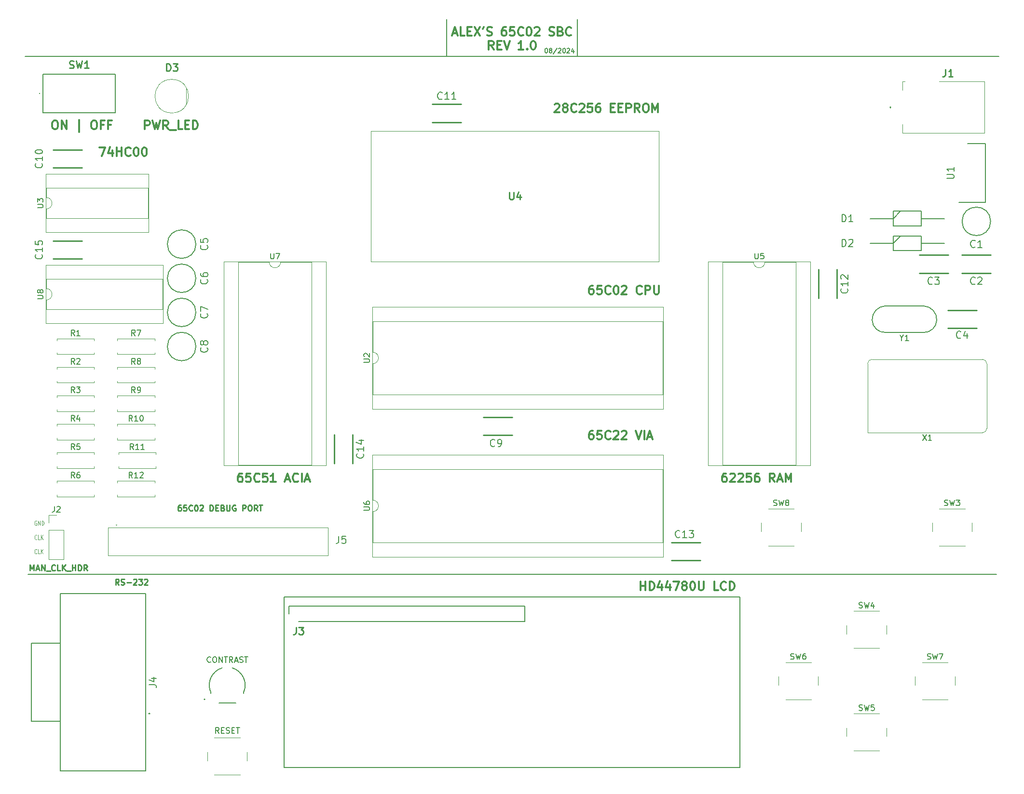
<source format=gbr>
%TF.GenerationSoftware,KiCad,Pcbnew,8.0.3*%
%TF.CreationDate,2024-08-11T02:15:34-07:00*%
%TF.ProjectId,6502-rev1,36353032-2d72-4657-9631-2e6b69636164,rev?*%
%TF.SameCoordinates,Original*%
%TF.FileFunction,Legend,Top*%
%TF.FilePolarity,Positive*%
%FSLAX46Y46*%
G04 Gerber Fmt 4.6, Leading zero omitted, Abs format (unit mm)*
G04 Created by KiCad (PCBNEW 8.0.3) date 2024-08-11 02:15:34*
%MOMM*%
%LPD*%
G01*
G04 APERTURE LIST*
%ADD10C,0.125000*%
%ADD11C,0.250000*%
%ADD12C,0.200000*%
%ADD13C,0.300000*%
%ADD14C,0.187500*%
%ADD15C,0.150000*%
%ADD16C,0.254000*%
%ADD17C,0.120000*%
%ADD18C,0.127000*%
%ADD19C,0.100000*%
G04 APERTURE END LIST*
D10*
X71539378Y-113633690D02*
X71482236Y-113595595D01*
X71482236Y-113595595D02*
X71396521Y-113595595D01*
X71396521Y-113595595D02*
X71310807Y-113633690D01*
X71310807Y-113633690D02*
X71253664Y-113709880D01*
X71253664Y-113709880D02*
X71225093Y-113786071D01*
X71225093Y-113786071D02*
X71196521Y-113938452D01*
X71196521Y-113938452D02*
X71196521Y-114052738D01*
X71196521Y-114052738D02*
X71225093Y-114205119D01*
X71225093Y-114205119D02*
X71253664Y-114281309D01*
X71253664Y-114281309D02*
X71310807Y-114357500D01*
X71310807Y-114357500D02*
X71396521Y-114395595D01*
X71396521Y-114395595D02*
X71453664Y-114395595D01*
X71453664Y-114395595D02*
X71539378Y-114357500D01*
X71539378Y-114357500D02*
X71567950Y-114319404D01*
X71567950Y-114319404D02*
X71567950Y-114052738D01*
X71567950Y-114052738D02*
X71453664Y-114052738D01*
X71825093Y-114395595D02*
X71825093Y-113595595D01*
X71825093Y-113595595D02*
X72167950Y-114395595D01*
X72167950Y-114395595D02*
X72167950Y-113595595D01*
X72453664Y-114395595D02*
X72453664Y-113595595D01*
X72453664Y-113595595D02*
X72596521Y-113595595D01*
X72596521Y-113595595D02*
X72682235Y-113633690D01*
X72682235Y-113633690D02*
X72739378Y-113709880D01*
X72739378Y-113709880D02*
X72767949Y-113786071D01*
X72767949Y-113786071D02*
X72796521Y-113938452D01*
X72796521Y-113938452D02*
X72796521Y-114052738D01*
X72796521Y-114052738D02*
X72767949Y-114205119D01*
X72767949Y-114205119D02*
X72739378Y-114281309D01*
X72739378Y-114281309D02*
X72682235Y-114357500D01*
X72682235Y-114357500D02*
X72596521Y-114395595D01*
X72596521Y-114395595D02*
X72453664Y-114395595D01*
X71567950Y-119319404D02*
X71539378Y-119357500D01*
X71539378Y-119357500D02*
X71453664Y-119395595D01*
X71453664Y-119395595D02*
X71396521Y-119395595D01*
X71396521Y-119395595D02*
X71310807Y-119357500D01*
X71310807Y-119357500D02*
X71253664Y-119281309D01*
X71253664Y-119281309D02*
X71225093Y-119205119D01*
X71225093Y-119205119D02*
X71196521Y-119052738D01*
X71196521Y-119052738D02*
X71196521Y-118938452D01*
X71196521Y-118938452D02*
X71225093Y-118786071D01*
X71225093Y-118786071D02*
X71253664Y-118709880D01*
X71253664Y-118709880D02*
X71310807Y-118633690D01*
X71310807Y-118633690D02*
X71396521Y-118595595D01*
X71396521Y-118595595D02*
X71453664Y-118595595D01*
X71453664Y-118595595D02*
X71539378Y-118633690D01*
X71539378Y-118633690D02*
X71567950Y-118671785D01*
X72110807Y-119395595D02*
X71825093Y-119395595D01*
X71825093Y-119395595D02*
X71825093Y-118595595D01*
X72310807Y-119395595D02*
X72310807Y-118595595D01*
X72653664Y-119395595D02*
X72396521Y-118938452D01*
X72653664Y-118595595D02*
X72310807Y-119052738D01*
X71567950Y-116819404D02*
X71539378Y-116857500D01*
X71539378Y-116857500D02*
X71453664Y-116895595D01*
X71453664Y-116895595D02*
X71396521Y-116895595D01*
X71396521Y-116895595D02*
X71310807Y-116857500D01*
X71310807Y-116857500D02*
X71253664Y-116781309D01*
X71253664Y-116781309D02*
X71225093Y-116705119D01*
X71225093Y-116705119D02*
X71196521Y-116552738D01*
X71196521Y-116552738D02*
X71196521Y-116438452D01*
X71196521Y-116438452D02*
X71225093Y-116286071D01*
X71225093Y-116286071D02*
X71253664Y-116209880D01*
X71253664Y-116209880D02*
X71310807Y-116133690D01*
X71310807Y-116133690D02*
X71396521Y-116095595D01*
X71396521Y-116095595D02*
X71453664Y-116095595D01*
X71453664Y-116095595D02*
X71539378Y-116133690D01*
X71539378Y-116133690D02*
X71567950Y-116171785D01*
X72110807Y-116895595D02*
X71825093Y-116895595D01*
X71825093Y-116895595D02*
X71825093Y-116095595D01*
X72310807Y-116895595D02*
X72310807Y-116095595D01*
X72653664Y-116895595D02*
X72396521Y-116438452D01*
X72653664Y-116095595D02*
X72310807Y-116552738D01*
D11*
X70402568Y-122364619D02*
X70402568Y-121364619D01*
X70402568Y-121364619D02*
X70735901Y-122078904D01*
X70735901Y-122078904D02*
X71069234Y-121364619D01*
X71069234Y-121364619D02*
X71069234Y-122364619D01*
X71497806Y-122078904D02*
X71973996Y-122078904D01*
X71402568Y-122364619D02*
X71735901Y-121364619D01*
X71735901Y-121364619D02*
X72069234Y-122364619D01*
X72402568Y-122364619D02*
X72402568Y-121364619D01*
X72402568Y-121364619D02*
X72973996Y-122364619D01*
X72973996Y-122364619D02*
X72973996Y-121364619D01*
X73212092Y-122459857D02*
X73973996Y-122459857D01*
X74783520Y-122269380D02*
X74735901Y-122317000D01*
X74735901Y-122317000D02*
X74593044Y-122364619D01*
X74593044Y-122364619D02*
X74497806Y-122364619D01*
X74497806Y-122364619D02*
X74354949Y-122317000D01*
X74354949Y-122317000D02*
X74259711Y-122221761D01*
X74259711Y-122221761D02*
X74212092Y-122126523D01*
X74212092Y-122126523D02*
X74164473Y-121936047D01*
X74164473Y-121936047D02*
X74164473Y-121793190D01*
X74164473Y-121793190D02*
X74212092Y-121602714D01*
X74212092Y-121602714D02*
X74259711Y-121507476D01*
X74259711Y-121507476D02*
X74354949Y-121412238D01*
X74354949Y-121412238D02*
X74497806Y-121364619D01*
X74497806Y-121364619D02*
X74593044Y-121364619D01*
X74593044Y-121364619D02*
X74735901Y-121412238D01*
X74735901Y-121412238D02*
X74783520Y-121459857D01*
X75688282Y-122364619D02*
X75212092Y-122364619D01*
X75212092Y-122364619D02*
X75212092Y-121364619D01*
X76021616Y-122364619D02*
X76021616Y-121364619D01*
X76593044Y-122364619D02*
X76164473Y-121793190D01*
X76593044Y-121364619D02*
X76021616Y-121936047D01*
X76783521Y-122459857D02*
X77545425Y-122459857D01*
X77783521Y-122364619D02*
X77783521Y-121364619D01*
X77783521Y-121840809D02*
X78354949Y-121840809D01*
X78354949Y-122364619D02*
X78354949Y-121364619D01*
X78831140Y-122364619D02*
X78831140Y-121364619D01*
X78831140Y-121364619D02*
X79069235Y-121364619D01*
X79069235Y-121364619D02*
X79212092Y-121412238D01*
X79212092Y-121412238D02*
X79307330Y-121507476D01*
X79307330Y-121507476D02*
X79354949Y-121602714D01*
X79354949Y-121602714D02*
X79402568Y-121793190D01*
X79402568Y-121793190D02*
X79402568Y-121936047D01*
X79402568Y-121936047D02*
X79354949Y-122126523D01*
X79354949Y-122126523D02*
X79307330Y-122221761D01*
X79307330Y-122221761D02*
X79212092Y-122317000D01*
X79212092Y-122317000D02*
X79069235Y-122364619D01*
X79069235Y-122364619D02*
X78831140Y-122364619D01*
X80402568Y-122364619D02*
X80069235Y-121888428D01*
X79831140Y-122364619D02*
X79831140Y-121364619D01*
X79831140Y-121364619D02*
X80212092Y-121364619D01*
X80212092Y-121364619D02*
X80307330Y-121412238D01*
X80307330Y-121412238D02*
X80354949Y-121459857D01*
X80354949Y-121459857D02*
X80402568Y-121555095D01*
X80402568Y-121555095D02*
X80402568Y-121697952D01*
X80402568Y-121697952D02*
X80354949Y-121793190D01*
X80354949Y-121793190D02*
X80307330Y-121840809D01*
X80307330Y-121840809D02*
X80212092Y-121888428D01*
X80212092Y-121888428D02*
X79831140Y-121888428D01*
X85973996Y-124864619D02*
X85640663Y-124388428D01*
X85402568Y-124864619D02*
X85402568Y-123864619D01*
X85402568Y-123864619D02*
X85783520Y-123864619D01*
X85783520Y-123864619D02*
X85878758Y-123912238D01*
X85878758Y-123912238D02*
X85926377Y-123959857D01*
X85926377Y-123959857D02*
X85973996Y-124055095D01*
X85973996Y-124055095D02*
X85973996Y-124197952D01*
X85973996Y-124197952D02*
X85926377Y-124293190D01*
X85926377Y-124293190D02*
X85878758Y-124340809D01*
X85878758Y-124340809D02*
X85783520Y-124388428D01*
X85783520Y-124388428D02*
X85402568Y-124388428D01*
X86354949Y-124817000D02*
X86497806Y-124864619D01*
X86497806Y-124864619D02*
X86735901Y-124864619D01*
X86735901Y-124864619D02*
X86831139Y-124817000D01*
X86831139Y-124817000D02*
X86878758Y-124769380D01*
X86878758Y-124769380D02*
X86926377Y-124674142D01*
X86926377Y-124674142D02*
X86926377Y-124578904D01*
X86926377Y-124578904D02*
X86878758Y-124483666D01*
X86878758Y-124483666D02*
X86831139Y-124436047D01*
X86831139Y-124436047D02*
X86735901Y-124388428D01*
X86735901Y-124388428D02*
X86545425Y-124340809D01*
X86545425Y-124340809D02*
X86450187Y-124293190D01*
X86450187Y-124293190D02*
X86402568Y-124245571D01*
X86402568Y-124245571D02*
X86354949Y-124150333D01*
X86354949Y-124150333D02*
X86354949Y-124055095D01*
X86354949Y-124055095D02*
X86402568Y-123959857D01*
X86402568Y-123959857D02*
X86450187Y-123912238D01*
X86450187Y-123912238D02*
X86545425Y-123864619D01*
X86545425Y-123864619D02*
X86783520Y-123864619D01*
X86783520Y-123864619D02*
X86926377Y-123912238D01*
X87354949Y-124483666D02*
X88116854Y-124483666D01*
X88545425Y-123959857D02*
X88593044Y-123912238D01*
X88593044Y-123912238D02*
X88688282Y-123864619D01*
X88688282Y-123864619D02*
X88926377Y-123864619D01*
X88926377Y-123864619D02*
X89021615Y-123912238D01*
X89021615Y-123912238D02*
X89069234Y-123959857D01*
X89069234Y-123959857D02*
X89116853Y-124055095D01*
X89116853Y-124055095D02*
X89116853Y-124150333D01*
X89116853Y-124150333D02*
X89069234Y-124293190D01*
X89069234Y-124293190D02*
X88497806Y-124864619D01*
X88497806Y-124864619D02*
X89116853Y-124864619D01*
X89450187Y-123864619D02*
X90069234Y-123864619D01*
X90069234Y-123864619D02*
X89735901Y-124245571D01*
X89735901Y-124245571D02*
X89878758Y-124245571D01*
X89878758Y-124245571D02*
X89973996Y-124293190D01*
X89973996Y-124293190D02*
X90021615Y-124340809D01*
X90021615Y-124340809D02*
X90069234Y-124436047D01*
X90069234Y-124436047D02*
X90069234Y-124674142D01*
X90069234Y-124674142D02*
X90021615Y-124769380D01*
X90021615Y-124769380D02*
X89973996Y-124817000D01*
X89973996Y-124817000D02*
X89878758Y-124864619D01*
X89878758Y-124864619D02*
X89593044Y-124864619D01*
X89593044Y-124864619D02*
X89497806Y-124817000D01*
X89497806Y-124817000D02*
X89450187Y-124769380D01*
X90450187Y-123959857D02*
X90497806Y-123912238D01*
X90497806Y-123912238D02*
X90593044Y-123864619D01*
X90593044Y-123864619D02*
X90831139Y-123864619D01*
X90831139Y-123864619D02*
X90926377Y-123912238D01*
X90926377Y-123912238D02*
X90973996Y-123959857D01*
X90973996Y-123959857D02*
X91021615Y-124055095D01*
X91021615Y-124055095D02*
X91021615Y-124150333D01*
X91021615Y-124150333D02*
X90973996Y-124293190D01*
X90973996Y-124293190D02*
X90402568Y-124864619D01*
X90402568Y-124864619D02*
X91021615Y-124864619D01*
D12*
X115000000Y-127000000D02*
X195000000Y-127000000D01*
X195000000Y-157000000D01*
X115000000Y-157000000D01*
X115000000Y-127000000D01*
X143500000Y-25500000D02*
X143500000Y-32000000D01*
X179000000Y-123000000D02*
X240000000Y-123000000D01*
X166500000Y-25500000D02*
X166500000Y-32000000D01*
X179000000Y-123000000D02*
X70000000Y-123000000D01*
X69500000Y-32000000D02*
X240500000Y-32000000D01*
D13*
X192582368Y-105300828D02*
X192296653Y-105300828D01*
X192296653Y-105300828D02*
X192153796Y-105372257D01*
X192153796Y-105372257D02*
X192082368Y-105443685D01*
X192082368Y-105443685D02*
X191939510Y-105657971D01*
X191939510Y-105657971D02*
X191868082Y-105943685D01*
X191868082Y-105943685D02*
X191868082Y-106515114D01*
X191868082Y-106515114D02*
X191939510Y-106657971D01*
X191939510Y-106657971D02*
X192010939Y-106729400D01*
X192010939Y-106729400D02*
X192153796Y-106800828D01*
X192153796Y-106800828D02*
X192439510Y-106800828D01*
X192439510Y-106800828D02*
X192582368Y-106729400D01*
X192582368Y-106729400D02*
X192653796Y-106657971D01*
X192653796Y-106657971D02*
X192725225Y-106515114D01*
X192725225Y-106515114D02*
X192725225Y-106157971D01*
X192725225Y-106157971D02*
X192653796Y-106015114D01*
X192653796Y-106015114D02*
X192582368Y-105943685D01*
X192582368Y-105943685D02*
X192439510Y-105872257D01*
X192439510Y-105872257D02*
X192153796Y-105872257D01*
X192153796Y-105872257D02*
X192010939Y-105943685D01*
X192010939Y-105943685D02*
X191939510Y-106015114D01*
X191939510Y-106015114D02*
X191868082Y-106157971D01*
X193296653Y-105443685D02*
X193368081Y-105372257D01*
X193368081Y-105372257D02*
X193510939Y-105300828D01*
X193510939Y-105300828D02*
X193868081Y-105300828D01*
X193868081Y-105300828D02*
X194010939Y-105372257D01*
X194010939Y-105372257D02*
X194082367Y-105443685D01*
X194082367Y-105443685D02*
X194153796Y-105586542D01*
X194153796Y-105586542D02*
X194153796Y-105729400D01*
X194153796Y-105729400D02*
X194082367Y-105943685D01*
X194082367Y-105943685D02*
X193225224Y-106800828D01*
X193225224Y-106800828D02*
X194153796Y-106800828D01*
X194725224Y-105443685D02*
X194796652Y-105372257D01*
X194796652Y-105372257D02*
X194939510Y-105300828D01*
X194939510Y-105300828D02*
X195296652Y-105300828D01*
X195296652Y-105300828D02*
X195439510Y-105372257D01*
X195439510Y-105372257D02*
X195510938Y-105443685D01*
X195510938Y-105443685D02*
X195582367Y-105586542D01*
X195582367Y-105586542D02*
X195582367Y-105729400D01*
X195582367Y-105729400D02*
X195510938Y-105943685D01*
X195510938Y-105943685D02*
X194653795Y-106800828D01*
X194653795Y-106800828D02*
X195582367Y-106800828D01*
X196939509Y-105300828D02*
X196225223Y-105300828D01*
X196225223Y-105300828D02*
X196153795Y-106015114D01*
X196153795Y-106015114D02*
X196225223Y-105943685D01*
X196225223Y-105943685D02*
X196368081Y-105872257D01*
X196368081Y-105872257D02*
X196725223Y-105872257D01*
X196725223Y-105872257D02*
X196868081Y-105943685D01*
X196868081Y-105943685D02*
X196939509Y-106015114D01*
X196939509Y-106015114D02*
X197010938Y-106157971D01*
X197010938Y-106157971D02*
X197010938Y-106515114D01*
X197010938Y-106515114D02*
X196939509Y-106657971D01*
X196939509Y-106657971D02*
X196868081Y-106729400D01*
X196868081Y-106729400D02*
X196725223Y-106800828D01*
X196725223Y-106800828D02*
X196368081Y-106800828D01*
X196368081Y-106800828D02*
X196225223Y-106729400D01*
X196225223Y-106729400D02*
X196153795Y-106657971D01*
X198296652Y-105300828D02*
X198010937Y-105300828D01*
X198010937Y-105300828D02*
X197868080Y-105372257D01*
X197868080Y-105372257D02*
X197796652Y-105443685D01*
X197796652Y-105443685D02*
X197653794Y-105657971D01*
X197653794Y-105657971D02*
X197582366Y-105943685D01*
X197582366Y-105943685D02*
X197582366Y-106515114D01*
X197582366Y-106515114D02*
X197653794Y-106657971D01*
X197653794Y-106657971D02*
X197725223Y-106729400D01*
X197725223Y-106729400D02*
X197868080Y-106800828D01*
X197868080Y-106800828D02*
X198153794Y-106800828D01*
X198153794Y-106800828D02*
X198296652Y-106729400D01*
X198296652Y-106729400D02*
X198368080Y-106657971D01*
X198368080Y-106657971D02*
X198439509Y-106515114D01*
X198439509Y-106515114D02*
X198439509Y-106157971D01*
X198439509Y-106157971D02*
X198368080Y-106015114D01*
X198368080Y-106015114D02*
X198296652Y-105943685D01*
X198296652Y-105943685D02*
X198153794Y-105872257D01*
X198153794Y-105872257D02*
X197868080Y-105872257D01*
X197868080Y-105872257D02*
X197725223Y-105943685D01*
X197725223Y-105943685D02*
X197653794Y-106015114D01*
X197653794Y-106015114D02*
X197582366Y-106157971D01*
X201082365Y-106800828D02*
X200582365Y-106086542D01*
X200225222Y-106800828D02*
X200225222Y-105300828D01*
X200225222Y-105300828D02*
X200796651Y-105300828D01*
X200796651Y-105300828D02*
X200939508Y-105372257D01*
X200939508Y-105372257D02*
X201010937Y-105443685D01*
X201010937Y-105443685D02*
X201082365Y-105586542D01*
X201082365Y-105586542D02*
X201082365Y-105800828D01*
X201082365Y-105800828D02*
X201010937Y-105943685D01*
X201010937Y-105943685D02*
X200939508Y-106015114D01*
X200939508Y-106015114D02*
X200796651Y-106086542D01*
X200796651Y-106086542D02*
X200225222Y-106086542D01*
X201653794Y-106372257D02*
X202368080Y-106372257D01*
X201510937Y-106800828D02*
X202010937Y-105300828D01*
X202010937Y-105300828D02*
X202510937Y-106800828D01*
X203010936Y-106800828D02*
X203010936Y-105300828D01*
X203010936Y-105300828D02*
X203510936Y-106372257D01*
X203510936Y-106372257D02*
X204010936Y-105300828D01*
X204010936Y-105300828D02*
X204010936Y-106800828D01*
X162483082Y-40443685D02*
X162554510Y-40372257D01*
X162554510Y-40372257D02*
X162697368Y-40300828D01*
X162697368Y-40300828D02*
X163054510Y-40300828D01*
X163054510Y-40300828D02*
X163197368Y-40372257D01*
X163197368Y-40372257D02*
X163268796Y-40443685D01*
X163268796Y-40443685D02*
X163340225Y-40586542D01*
X163340225Y-40586542D02*
X163340225Y-40729400D01*
X163340225Y-40729400D02*
X163268796Y-40943685D01*
X163268796Y-40943685D02*
X162411653Y-41800828D01*
X162411653Y-41800828D02*
X163340225Y-41800828D01*
X164197367Y-40943685D02*
X164054510Y-40872257D01*
X164054510Y-40872257D02*
X163983081Y-40800828D01*
X163983081Y-40800828D02*
X163911653Y-40657971D01*
X163911653Y-40657971D02*
X163911653Y-40586542D01*
X163911653Y-40586542D02*
X163983081Y-40443685D01*
X163983081Y-40443685D02*
X164054510Y-40372257D01*
X164054510Y-40372257D02*
X164197367Y-40300828D01*
X164197367Y-40300828D02*
X164483081Y-40300828D01*
X164483081Y-40300828D02*
X164625939Y-40372257D01*
X164625939Y-40372257D02*
X164697367Y-40443685D01*
X164697367Y-40443685D02*
X164768796Y-40586542D01*
X164768796Y-40586542D02*
X164768796Y-40657971D01*
X164768796Y-40657971D02*
X164697367Y-40800828D01*
X164697367Y-40800828D02*
X164625939Y-40872257D01*
X164625939Y-40872257D02*
X164483081Y-40943685D01*
X164483081Y-40943685D02*
X164197367Y-40943685D01*
X164197367Y-40943685D02*
X164054510Y-41015114D01*
X164054510Y-41015114D02*
X163983081Y-41086542D01*
X163983081Y-41086542D02*
X163911653Y-41229400D01*
X163911653Y-41229400D02*
X163911653Y-41515114D01*
X163911653Y-41515114D02*
X163983081Y-41657971D01*
X163983081Y-41657971D02*
X164054510Y-41729400D01*
X164054510Y-41729400D02*
X164197367Y-41800828D01*
X164197367Y-41800828D02*
X164483081Y-41800828D01*
X164483081Y-41800828D02*
X164625939Y-41729400D01*
X164625939Y-41729400D02*
X164697367Y-41657971D01*
X164697367Y-41657971D02*
X164768796Y-41515114D01*
X164768796Y-41515114D02*
X164768796Y-41229400D01*
X164768796Y-41229400D02*
X164697367Y-41086542D01*
X164697367Y-41086542D02*
X164625939Y-41015114D01*
X164625939Y-41015114D02*
X164483081Y-40943685D01*
X166268795Y-41657971D02*
X166197367Y-41729400D01*
X166197367Y-41729400D02*
X165983081Y-41800828D01*
X165983081Y-41800828D02*
X165840224Y-41800828D01*
X165840224Y-41800828D02*
X165625938Y-41729400D01*
X165625938Y-41729400D02*
X165483081Y-41586542D01*
X165483081Y-41586542D02*
X165411652Y-41443685D01*
X165411652Y-41443685D02*
X165340224Y-41157971D01*
X165340224Y-41157971D02*
X165340224Y-40943685D01*
X165340224Y-40943685D02*
X165411652Y-40657971D01*
X165411652Y-40657971D02*
X165483081Y-40515114D01*
X165483081Y-40515114D02*
X165625938Y-40372257D01*
X165625938Y-40372257D02*
X165840224Y-40300828D01*
X165840224Y-40300828D02*
X165983081Y-40300828D01*
X165983081Y-40300828D02*
X166197367Y-40372257D01*
X166197367Y-40372257D02*
X166268795Y-40443685D01*
X166840224Y-40443685D02*
X166911652Y-40372257D01*
X166911652Y-40372257D02*
X167054510Y-40300828D01*
X167054510Y-40300828D02*
X167411652Y-40300828D01*
X167411652Y-40300828D02*
X167554510Y-40372257D01*
X167554510Y-40372257D02*
X167625938Y-40443685D01*
X167625938Y-40443685D02*
X167697367Y-40586542D01*
X167697367Y-40586542D02*
X167697367Y-40729400D01*
X167697367Y-40729400D02*
X167625938Y-40943685D01*
X167625938Y-40943685D02*
X166768795Y-41800828D01*
X166768795Y-41800828D02*
X167697367Y-41800828D01*
X169054509Y-40300828D02*
X168340223Y-40300828D01*
X168340223Y-40300828D02*
X168268795Y-41015114D01*
X168268795Y-41015114D02*
X168340223Y-40943685D01*
X168340223Y-40943685D02*
X168483081Y-40872257D01*
X168483081Y-40872257D02*
X168840223Y-40872257D01*
X168840223Y-40872257D02*
X168983081Y-40943685D01*
X168983081Y-40943685D02*
X169054509Y-41015114D01*
X169054509Y-41015114D02*
X169125938Y-41157971D01*
X169125938Y-41157971D02*
X169125938Y-41515114D01*
X169125938Y-41515114D02*
X169054509Y-41657971D01*
X169054509Y-41657971D02*
X168983081Y-41729400D01*
X168983081Y-41729400D02*
X168840223Y-41800828D01*
X168840223Y-41800828D02*
X168483081Y-41800828D01*
X168483081Y-41800828D02*
X168340223Y-41729400D01*
X168340223Y-41729400D02*
X168268795Y-41657971D01*
X170411652Y-40300828D02*
X170125937Y-40300828D01*
X170125937Y-40300828D02*
X169983080Y-40372257D01*
X169983080Y-40372257D02*
X169911652Y-40443685D01*
X169911652Y-40443685D02*
X169768794Y-40657971D01*
X169768794Y-40657971D02*
X169697366Y-40943685D01*
X169697366Y-40943685D02*
X169697366Y-41515114D01*
X169697366Y-41515114D02*
X169768794Y-41657971D01*
X169768794Y-41657971D02*
X169840223Y-41729400D01*
X169840223Y-41729400D02*
X169983080Y-41800828D01*
X169983080Y-41800828D02*
X170268794Y-41800828D01*
X170268794Y-41800828D02*
X170411652Y-41729400D01*
X170411652Y-41729400D02*
X170483080Y-41657971D01*
X170483080Y-41657971D02*
X170554509Y-41515114D01*
X170554509Y-41515114D02*
X170554509Y-41157971D01*
X170554509Y-41157971D02*
X170483080Y-41015114D01*
X170483080Y-41015114D02*
X170411652Y-40943685D01*
X170411652Y-40943685D02*
X170268794Y-40872257D01*
X170268794Y-40872257D02*
X169983080Y-40872257D01*
X169983080Y-40872257D02*
X169840223Y-40943685D01*
X169840223Y-40943685D02*
X169768794Y-41015114D01*
X169768794Y-41015114D02*
X169697366Y-41157971D01*
X172340222Y-41015114D02*
X172840222Y-41015114D01*
X173054508Y-41800828D02*
X172340222Y-41800828D01*
X172340222Y-41800828D02*
X172340222Y-40300828D01*
X172340222Y-40300828D02*
X173054508Y-40300828D01*
X173697365Y-41015114D02*
X174197365Y-41015114D01*
X174411651Y-41800828D02*
X173697365Y-41800828D01*
X173697365Y-41800828D02*
X173697365Y-40300828D01*
X173697365Y-40300828D02*
X174411651Y-40300828D01*
X175054508Y-41800828D02*
X175054508Y-40300828D01*
X175054508Y-40300828D02*
X175625937Y-40300828D01*
X175625937Y-40300828D02*
X175768794Y-40372257D01*
X175768794Y-40372257D02*
X175840223Y-40443685D01*
X175840223Y-40443685D02*
X175911651Y-40586542D01*
X175911651Y-40586542D02*
X175911651Y-40800828D01*
X175911651Y-40800828D02*
X175840223Y-40943685D01*
X175840223Y-40943685D02*
X175768794Y-41015114D01*
X175768794Y-41015114D02*
X175625937Y-41086542D01*
X175625937Y-41086542D02*
X175054508Y-41086542D01*
X177411651Y-41800828D02*
X176911651Y-41086542D01*
X176554508Y-41800828D02*
X176554508Y-40300828D01*
X176554508Y-40300828D02*
X177125937Y-40300828D01*
X177125937Y-40300828D02*
X177268794Y-40372257D01*
X177268794Y-40372257D02*
X177340223Y-40443685D01*
X177340223Y-40443685D02*
X177411651Y-40586542D01*
X177411651Y-40586542D02*
X177411651Y-40800828D01*
X177411651Y-40800828D02*
X177340223Y-40943685D01*
X177340223Y-40943685D02*
X177268794Y-41015114D01*
X177268794Y-41015114D02*
X177125937Y-41086542D01*
X177125937Y-41086542D02*
X176554508Y-41086542D01*
X178340223Y-40300828D02*
X178625937Y-40300828D01*
X178625937Y-40300828D02*
X178768794Y-40372257D01*
X178768794Y-40372257D02*
X178911651Y-40515114D01*
X178911651Y-40515114D02*
X178983080Y-40800828D01*
X178983080Y-40800828D02*
X178983080Y-41300828D01*
X178983080Y-41300828D02*
X178911651Y-41586542D01*
X178911651Y-41586542D02*
X178768794Y-41729400D01*
X178768794Y-41729400D02*
X178625937Y-41800828D01*
X178625937Y-41800828D02*
X178340223Y-41800828D01*
X178340223Y-41800828D02*
X178197366Y-41729400D01*
X178197366Y-41729400D02*
X178054508Y-41586542D01*
X178054508Y-41586542D02*
X177983080Y-41300828D01*
X177983080Y-41300828D02*
X177983080Y-40800828D01*
X177983080Y-40800828D02*
X178054508Y-40515114D01*
X178054508Y-40515114D02*
X178197366Y-40372257D01*
X178197366Y-40372257D02*
X178340223Y-40300828D01*
X179625937Y-41800828D02*
X179625937Y-40300828D01*
X179625937Y-40300828D02*
X180125937Y-41372257D01*
X180125937Y-41372257D02*
X180625937Y-40300828D01*
X180625937Y-40300828D02*
X180625937Y-41800828D01*
D11*
X96831139Y-110864619D02*
X96640663Y-110864619D01*
X96640663Y-110864619D02*
X96545425Y-110912238D01*
X96545425Y-110912238D02*
X96497806Y-110959857D01*
X96497806Y-110959857D02*
X96402568Y-111102714D01*
X96402568Y-111102714D02*
X96354949Y-111293190D01*
X96354949Y-111293190D02*
X96354949Y-111674142D01*
X96354949Y-111674142D02*
X96402568Y-111769380D01*
X96402568Y-111769380D02*
X96450187Y-111817000D01*
X96450187Y-111817000D02*
X96545425Y-111864619D01*
X96545425Y-111864619D02*
X96735901Y-111864619D01*
X96735901Y-111864619D02*
X96831139Y-111817000D01*
X96831139Y-111817000D02*
X96878758Y-111769380D01*
X96878758Y-111769380D02*
X96926377Y-111674142D01*
X96926377Y-111674142D02*
X96926377Y-111436047D01*
X96926377Y-111436047D02*
X96878758Y-111340809D01*
X96878758Y-111340809D02*
X96831139Y-111293190D01*
X96831139Y-111293190D02*
X96735901Y-111245571D01*
X96735901Y-111245571D02*
X96545425Y-111245571D01*
X96545425Y-111245571D02*
X96450187Y-111293190D01*
X96450187Y-111293190D02*
X96402568Y-111340809D01*
X96402568Y-111340809D02*
X96354949Y-111436047D01*
X97831139Y-110864619D02*
X97354949Y-110864619D01*
X97354949Y-110864619D02*
X97307330Y-111340809D01*
X97307330Y-111340809D02*
X97354949Y-111293190D01*
X97354949Y-111293190D02*
X97450187Y-111245571D01*
X97450187Y-111245571D02*
X97688282Y-111245571D01*
X97688282Y-111245571D02*
X97783520Y-111293190D01*
X97783520Y-111293190D02*
X97831139Y-111340809D01*
X97831139Y-111340809D02*
X97878758Y-111436047D01*
X97878758Y-111436047D02*
X97878758Y-111674142D01*
X97878758Y-111674142D02*
X97831139Y-111769380D01*
X97831139Y-111769380D02*
X97783520Y-111817000D01*
X97783520Y-111817000D02*
X97688282Y-111864619D01*
X97688282Y-111864619D02*
X97450187Y-111864619D01*
X97450187Y-111864619D02*
X97354949Y-111817000D01*
X97354949Y-111817000D02*
X97307330Y-111769380D01*
X98878758Y-111769380D02*
X98831139Y-111817000D01*
X98831139Y-111817000D02*
X98688282Y-111864619D01*
X98688282Y-111864619D02*
X98593044Y-111864619D01*
X98593044Y-111864619D02*
X98450187Y-111817000D01*
X98450187Y-111817000D02*
X98354949Y-111721761D01*
X98354949Y-111721761D02*
X98307330Y-111626523D01*
X98307330Y-111626523D02*
X98259711Y-111436047D01*
X98259711Y-111436047D02*
X98259711Y-111293190D01*
X98259711Y-111293190D02*
X98307330Y-111102714D01*
X98307330Y-111102714D02*
X98354949Y-111007476D01*
X98354949Y-111007476D02*
X98450187Y-110912238D01*
X98450187Y-110912238D02*
X98593044Y-110864619D01*
X98593044Y-110864619D02*
X98688282Y-110864619D01*
X98688282Y-110864619D02*
X98831139Y-110912238D01*
X98831139Y-110912238D02*
X98878758Y-110959857D01*
X99497806Y-110864619D02*
X99593044Y-110864619D01*
X99593044Y-110864619D02*
X99688282Y-110912238D01*
X99688282Y-110912238D02*
X99735901Y-110959857D01*
X99735901Y-110959857D02*
X99783520Y-111055095D01*
X99783520Y-111055095D02*
X99831139Y-111245571D01*
X99831139Y-111245571D02*
X99831139Y-111483666D01*
X99831139Y-111483666D02*
X99783520Y-111674142D01*
X99783520Y-111674142D02*
X99735901Y-111769380D01*
X99735901Y-111769380D02*
X99688282Y-111817000D01*
X99688282Y-111817000D02*
X99593044Y-111864619D01*
X99593044Y-111864619D02*
X99497806Y-111864619D01*
X99497806Y-111864619D02*
X99402568Y-111817000D01*
X99402568Y-111817000D02*
X99354949Y-111769380D01*
X99354949Y-111769380D02*
X99307330Y-111674142D01*
X99307330Y-111674142D02*
X99259711Y-111483666D01*
X99259711Y-111483666D02*
X99259711Y-111245571D01*
X99259711Y-111245571D02*
X99307330Y-111055095D01*
X99307330Y-111055095D02*
X99354949Y-110959857D01*
X99354949Y-110959857D02*
X99402568Y-110912238D01*
X99402568Y-110912238D02*
X99497806Y-110864619D01*
X100212092Y-110959857D02*
X100259711Y-110912238D01*
X100259711Y-110912238D02*
X100354949Y-110864619D01*
X100354949Y-110864619D02*
X100593044Y-110864619D01*
X100593044Y-110864619D02*
X100688282Y-110912238D01*
X100688282Y-110912238D02*
X100735901Y-110959857D01*
X100735901Y-110959857D02*
X100783520Y-111055095D01*
X100783520Y-111055095D02*
X100783520Y-111150333D01*
X100783520Y-111150333D02*
X100735901Y-111293190D01*
X100735901Y-111293190D02*
X100164473Y-111864619D01*
X100164473Y-111864619D02*
X100783520Y-111864619D01*
X101973997Y-111864619D02*
X101973997Y-110864619D01*
X101973997Y-110864619D02*
X102212092Y-110864619D01*
X102212092Y-110864619D02*
X102354949Y-110912238D01*
X102354949Y-110912238D02*
X102450187Y-111007476D01*
X102450187Y-111007476D02*
X102497806Y-111102714D01*
X102497806Y-111102714D02*
X102545425Y-111293190D01*
X102545425Y-111293190D02*
X102545425Y-111436047D01*
X102545425Y-111436047D02*
X102497806Y-111626523D01*
X102497806Y-111626523D02*
X102450187Y-111721761D01*
X102450187Y-111721761D02*
X102354949Y-111817000D01*
X102354949Y-111817000D02*
X102212092Y-111864619D01*
X102212092Y-111864619D02*
X101973997Y-111864619D01*
X102973997Y-111340809D02*
X103307330Y-111340809D01*
X103450187Y-111864619D02*
X102973997Y-111864619D01*
X102973997Y-111864619D02*
X102973997Y-110864619D01*
X102973997Y-110864619D02*
X103450187Y-110864619D01*
X104212092Y-111340809D02*
X104354949Y-111388428D01*
X104354949Y-111388428D02*
X104402568Y-111436047D01*
X104402568Y-111436047D02*
X104450187Y-111531285D01*
X104450187Y-111531285D02*
X104450187Y-111674142D01*
X104450187Y-111674142D02*
X104402568Y-111769380D01*
X104402568Y-111769380D02*
X104354949Y-111817000D01*
X104354949Y-111817000D02*
X104259711Y-111864619D01*
X104259711Y-111864619D02*
X103878759Y-111864619D01*
X103878759Y-111864619D02*
X103878759Y-110864619D01*
X103878759Y-110864619D02*
X104212092Y-110864619D01*
X104212092Y-110864619D02*
X104307330Y-110912238D01*
X104307330Y-110912238D02*
X104354949Y-110959857D01*
X104354949Y-110959857D02*
X104402568Y-111055095D01*
X104402568Y-111055095D02*
X104402568Y-111150333D01*
X104402568Y-111150333D02*
X104354949Y-111245571D01*
X104354949Y-111245571D02*
X104307330Y-111293190D01*
X104307330Y-111293190D02*
X104212092Y-111340809D01*
X104212092Y-111340809D02*
X103878759Y-111340809D01*
X104878759Y-110864619D02*
X104878759Y-111674142D01*
X104878759Y-111674142D02*
X104926378Y-111769380D01*
X104926378Y-111769380D02*
X104973997Y-111817000D01*
X104973997Y-111817000D02*
X105069235Y-111864619D01*
X105069235Y-111864619D02*
X105259711Y-111864619D01*
X105259711Y-111864619D02*
X105354949Y-111817000D01*
X105354949Y-111817000D02*
X105402568Y-111769380D01*
X105402568Y-111769380D02*
X105450187Y-111674142D01*
X105450187Y-111674142D02*
X105450187Y-110864619D01*
X106450187Y-110912238D02*
X106354949Y-110864619D01*
X106354949Y-110864619D02*
X106212092Y-110864619D01*
X106212092Y-110864619D02*
X106069235Y-110912238D01*
X106069235Y-110912238D02*
X105973997Y-111007476D01*
X105973997Y-111007476D02*
X105926378Y-111102714D01*
X105926378Y-111102714D02*
X105878759Y-111293190D01*
X105878759Y-111293190D02*
X105878759Y-111436047D01*
X105878759Y-111436047D02*
X105926378Y-111626523D01*
X105926378Y-111626523D02*
X105973997Y-111721761D01*
X105973997Y-111721761D02*
X106069235Y-111817000D01*
X106069235Y-111817000D02*
X106212092Y-111864619D01*
X106212092Y-111864619D02*
X106307330Y-111864619D01*
X106307330Y-111864619D02*
X106450187Y-111817000D01*
X106450187Y-111817000D02*
X106497806Y-111769380D01*
X106497806Y-111769380D02*
X106497806Y-111436047D01*
X106497806Y-111436047D02*
X106307330Y-111436047D01*
X107688283Y-111864619D02*
X107688283Y-110864619D01*
X107688283Y-110864619D02*
X108069235Y-110864619D01*
X108069235Y-110864619D02*
X108164473Y-110912238D01*
X108164473Y-110912238D02*
X108212092Y-110959857D01*
X108212092Y-110959857D02*
X108259711Y-111055095D01*
X108259711Y-111055095D02*
X108259711Y-111197952D01*
X108259711Y-111197952D02*
X108212092Y-111293190D01*
X108212092Y-111293190D02*
X108164473Y-111340809D01*
X108164473Y-111340809D02*
X108069235Y-111388428D01*
X108069235Y-111388428D02*
X107688283Y-111388428D01*
X108878759Y-110864619D02*
X109069235Y-110864619D01*
X109069235Y-110864619D02*
X109164473Y-110912238D01*
X109164473Y-110912238D02*
X109259711Y-111007476D01*
X109259711Y-111007476D02*
X109307330Y-111197952D01*
X109307330Y-111197952D02*
X109307330Y-111531285D01*
X109307330Y-111531285D02*
X109259711Y-111721761D01*
X109259711Y-111721761D02*
X109164473Y-111817000D01*
X109164473Y-111817000D02*
X109069235Y-111864619D01*
X109069235Y-111864619D02*
X108878759Y-111864619D01*
X108878759Y-111864619D02*
X108783521Y-111817000D01*
X108783521Y-111817000D02*
X108688283Y-111721761D01*
X108688283Y-111721761D02*
X108640664Y-111531285D01*
X108640664Y-111531285D02*
X108640664Y-111197952D01*
X108640664Y-111197952D02*
X108688283Y-111007476D01*
X108688283Y-111007476D02*
X108783521Y-110912238D01*
X108783521Y-110912238D02*
X108878759Y-110864619D01*
X110307330Y-111864619D02*
X109973997Y-111388428D01*
X109735902Y-111864619D02*
X109735902Y-110864619D01*
X109735902Y-110864619D02*
X110116854Y-110864619D01*
X110116854Y-110864619D02*
X110212092Y-110912238D01*
X110212092Y-110912238D02*
X110259711Y-110959857D01*
X110259711Y-110959857D02*
X110307330Y-111055095D01*
X110307330Y-111055095D02*
X110307330Y-111197952D01*
X110307330Y-111197952D02*
X110259711Y-111293190D01*
X110259711Y-111293190D02*
X110212092Y-111340809D01*
X110212092Y-111340809D02*
X110116854Y-111388428D01*
X110116854Y-111388428D02*
X109735902Y-111388428D01*
X110593045Y-110864619D02*
X111164473Y-110864619D01*
X110878759Y-111864619D02*
X110878759Y-110864619D01*
D13*
X169197368Y-72300828D02*
X168911653Y-72300828D01*
X168911653Y-72300828D02*
X168768796Y-72372257D01*
X168768796Y-72372257D02*
X168697368Y-72443685D01*
X168697368Y-72443685D02*
X168554510Y-72657971D01*
X168554510Y-72657971D02*
X168483082Y-72943685D01*
X168483082Y-72943685D02*
X168483082Y-73515114D01*
X168483082Y-73515114D02*
X168554510Y-73657971D01*
X168554510Y-73657971D02*
X168625939Y-73729400D01*
X168625939Y-73729400D02*
X168768796Y-73800828D01*
X168768796Y-73800828D02*
X169054510Y-73800828D01*
X169054510Y-73800828D02*
X169197368Y-73729400D01*
X169197368Y-73729400D02*
X169268796Y-73657971D01*
X169268796Y-73657971D02*
X169340225Y-73515114D01*
X169340225Y-73515114D02*
X169340225Y-73157971D01*
X169340225Y-73157971D02*
X169268796Y-73015114D01*
X169268796Y-73015114D02*
X169197368Y-72943685D01*
X169197368Y-72943685D02*
X169054510Y-72872257D01*
X169054510Y-72872257D02*
X168768796Y-72872257D01*
X168768796Y-72872257D02*
X168625939Y-72943685D01*
X168625939Y-72943685D02*
X168554510Y-73015114D01*
X168554510Y-73015114D02*
X168483082Y-73157971D01*
X170697367Y-72300828D02*
X169983081Y-72300828D01*
X169983081Y-72300828D02*
X169911653Y-73015114D01*
X169911653Y-73015114D02*
X169983081Y-72943685D01*
X169983081Y-72943685D02*
X170125939Y-72872257D01*
X170125939Y-72872257D02*
X170483081Y-72872257D01*
X170483081Y-72872257D02*
X170625939Y-72943685D01*
X170625939Y-72943685D02*
X170697367Y-73015114D01*
X170697367Y-73015114D02*
X170768796Y-73157971D01*
X170768796Y-73157971D02*
X170768796Y-73515114D01*
X170768796Y-73515114D02*
X170697367Y-73657971D01*
X170697367Y-73657971D02*
X170625939Y-73729400D01*
X170625939Y-73729400D02*
X170483081Y-73800828D01*
X170483081Y-73800828D02*
X170125939Y-73800828D01*
X170125939Y-73800828D02*
X169983081Y-73729400D01*
X169983081Y-73729400D02*
X169911653Y-73657971D01*
X172268795Y-73657971D02*
X172197367Y-73729400D01*
X172197367Y-73729400D02*
X171983081Y-73800828D01*
X171983081Y-73800828D02*
X171840224Y-73800828D01*
X171840224Y-73800828D02*
X171625938Y-73729400D01*
X171625938Y-73729400D02*
X171483081Y-73586542D01*
X171483081Y-73586542D02*
X171411652Y-73443685D01*
X171411652Y-73443685D02*
X171340224Y-73157971D01*
X171340224Y-73157971D02*
X171340224Y-72943685D01*
X171340224Y-72943685D02*
X171411652Y-72657971D01*
X171411652Y-72657971D02*
X171483081Y-72515114D01*
X171483081Y-72515114D02*
X171625938Y-72372257D01*
X171625938Y-72372257D02*
X171840224Y-72300828D01*
X171840224Y-72300828D02*
X171983081Y-72300828D01*
X171983081Y-72300828D02*
X172197367Y-72372257D01*
X172197367Y-72372257D02*
X172268795Y-72443685D01*
X173197367Y-72300828D02*
X173340224Y-72300828D01*
X173340224Y-72300828D02*
X173483081Y-72372257D01*
X173483081Y-72372257D02*
X173554510Y-72443685D01*
X173554510Y-72443685D02*
X173625938Y-72586542D01*
X173625938Y-72586542D02*
X173697367Y-72872257D01*
X173697367Y-72872257D02*
X173697367Y-73229400D01*
X173697367Y-73229400D02*
X173625938Y-73515114D01*
X173625938Y-73515114D02*
X173554510Y-73657971D01*
X173554510Y-73657971D02*
X173483081Y-73729400D01*
X173483081Y-73729400D02*
X173340224Y-73800828D01*
X173340224Y-73800828D02*
X173197367Y-73800828D01*
X173197367Y-73800828D02*
X173054510Y-73729400D01*
X173054510Y-73729400D02*
X172983081Y-73657971D01*
X172983081Y-73657971D02*
X172911652Y-73515114D01*
X172911652Y-73515114D02*
X172840224Y-73229400D01*
X172840224Y-73229400D02*
X172840224Y-72872257D01*
X172840224Y-72872257D02*
X172911652Y-72586542D01*
X172911652Y-72586542D02*
X172983081Y-72443685D01*
X172983081Y-72443685D02*
X173054510Y-72372257D01*
X173054510Y-72372257D02*
X173197367Y-72300828D01*
X174268795Y-72443685D02*
X174340223Y-72372257D01*
X174340223Y-72372257D02*
X174483081Y-72300828D01*
X174483081Y-72300828D02*
X174840223Y-72300828D01*
X174840223Y-72300828D02*
X174983081Y-72372257D01*
X174983081Y-72372257D02*
X175054509Y-72443685D01*
X175054509Y-72443685D02*
X175125938Y-72586542D01*
X175125938Y-72586542D02*
X175125938Y-72729400D01*
X175125938Y-72729400D02*
X175054509Y-72943685D01*
X175054509Y-72943685D02*
X174197366Y-73800828D01*
X174197366Y-73800828D02*
X175125938Y-73800828D01*
X177768794Y-73657971D02*
X177697366Y-73729400D01*
X177697366Y-73729400D02*
X177483080Y-73800828D01*
X177483080Y-73800828D02*
X177340223Y-73800828D01*
X177340223Y-73800828D02*
X177125937Y-73729400D01*
X177125937Y-73729400D02*
X176983080Y-73586542D01*
X176983080Y-73586542D02*
X176911651Y-73443685D01*
X176911651Y-73443685D02*
X176840223Y-73157971D01*
X176840223Y-73157971D02*
X176840223Y-72943685D01*
X176840223Y-72943685D02*
X176911651Y-72657971D01*
X176911651Y-72657971D02*
X176983080Y-72515114D01*
X176983080Y-72515114D02*
X177125937Y-72372257D01*
X177125937Y-72372257D02*
X177340223Y-72300828D01*
X177340223Y-72300828D02*
X177483080Y-72300828D01*
X177483080Y-72300828D02*
X177697366Y-72372257D01*
X177697366Y-72372257D02*
X177768794Y-72443685D01*
X178411651Y-73800828D02*
X178411651Y-72300828D01*
X178411651Y-72300828D02*
X178983080Y-72300828D01*
X178983080Y-72300828D02*
X179125937Y-72372257D01*
X179125937Y-72372257D02*
X179197366Y-72443685D01*
X179197366Y-72443685D02*
X179268794Y-72586542D01*
X179268794Y-72586542D02*
X179268794Y-72800828D01*
X179268794Y-72800828D02*
X179197366Y-72943685D01*
X179197366Y-72943685D02*
X179125937Y-73015114D01*
X179125937Y-73015114D02*
X178983080Y-73086542D01*
X178983080Y-73086542D02*
X178411651Y-73086542D01*
X179911651Y-72300828D02*
X179911651Y-73515114D01*
X179911651Y-73515114D02*
X179983080Y-73657971D01*
X179983080Y-73657971D02*
X180054509Y-73729400D01*
X180054509Y-73729400D02*
X180197366Y-73800828D01*
X180197366Y-73800828D02*
X180483080Y-73800828D01*
X180483080Y-73800828D02*
X180625937Y-73729400D01*
X180625937Y-73729400D02*
X180697366Y-73657971D01*
X180697366Y-73657971D02*
X180768794Y-73515114D01*
X180768794Y-73515114D02*
X180768794Y-72300828D01*
X144607144Y-27957341D02*
X145321430Y-27957341D01*
X144464287Y-28385912D02*
X144964287Y-26885912D01*
X144964287Y-26885912D02*
X145464287Y-28385912D01*
X146678572Y-28385912D02*
X145964286Y-28385912D01*
X145964286Y-28385912D02*
X145964286Y-26885912D01*
X147178572Y-27600198D02*
X147678572Y-27600198D01*
X147892858Y-28385912D02*
X147178572Y-28385912D01*
X147178572Y-28385912D02*
X147178572Y-26885912D01*
X147178572Y-26885912D02*
X147892858Y-26885912D01*
X148392858Y-26885912D02*
X149392858Y-28385912D01*
X149392858Y-26885912D02*
X148392858Y-28385912D01*
X150035715Y-26885912D02*
X149892858Y-27171626D01*
X150607144Y-28314484D02*
X150821430Y-28385912D01*
X150821430Y-28385912D02*
X151178572Y-28385912D01*
X151178572Y-28385912D02*
X151321430Y-28314484D01*
X151321430Y-28314484D02*
X151392858Y-28243055D01*
X151392858Y-28243055D02*
X151464287Y-28100198D01*
X151464287Y-28100198D02*
X151464287Y-27957341D01*
X151464287Y-27957341D02*
X151392858Y-27814484D01*
X151392858Y-27814484D02*
X151321430Y-27743055D01*
X151321430Y-27743055D02*
X151178572Y-27671626D01*
X151178572Y-27671626D02*
X150892858Y-27600198D01*
X150892858Y-27600198D02*
X150750001Y-27528769D01*
X150750001Y-27528769D02*
X150678572Y-27457341D01*
X150678572Y-27457341D02*
X150607144Y-27314484D01*
X150607144Y-27314484D02*
X150607144Y-27171626D01*
X150607144Y-27171626D02*
X150678572Y-27028769D01*
X150678572Y-27028769D02*
X150750001Y-26957341D01*
X150750001Y-26957341D02*
X150892858Y-26885912D01*
X150892858Y-26885912D02*
X151250001Y-26885912D01*
X151250001Y-26885912D02*
X151464287Y-26957341D01*
X153892858Y-26885912D02*
X153607143Y-26885912D01*
X153607143Y-26885912D02*
X153464286Y-26957341D01*
X153464286Y-26957341D02*
X153392858Y-27028769D01*
X153392858Y-27028769D02*
X153250000Y-27243055D01*
X153250000Y-27243055D02*
X153178572Y-27528769D01*
X153178572Y-27528769D02*
X153178572Y-28100198D01*
X153178572Y-28100198D02*
X153250000Y-28243055D01*
X153250000Y-28243055D02*
X153321429Y-28314484D01*
X153321429Y-28314484D02*
X153464286Y-28385912D01*
X153464286Y-28385912D02*
X153750000Y-28385912D01*
X153750000Y-28385912D02*
X153892858Y-28314484D01*
X153892858Y-28314484D02*
X153964286Y-28243055D01*
X153964286Y-28243055D02*
X154035715Y-28100198D01*
X154035715Y-28100198D02*
X154035715Y-27743055D01*
X154035715Y-27743055D02*
X153964286Y-27600198D01*
X153964286Y-27600198D02*
X153892858Y-27528769D01*
X153892858Y-27528769D02*
X153750000Y-27457341D01*
X153750000Y-27457341D02*
X153464286Y-27457341D01*
X153464286Y-27457341D02*
X153321429Y-27528769D01*
X153321429Y-27528769D02*
X153250000Y-27600198D01*
X153250000Y-27600198D02*
X153178572Y-27743055D01*
X155392857Y-26885912D02*
X154678571Y-26885912D01*
X154678571Y-26885912D02*
X154607143Y-27600198D01*
X154607143Y-27600198D02*
X154678571Y-27528769D01*
X154678571Y-27528769D02*
X154821429Y-27457341D01*
X154821429Y-27457341D02*
X155178571Y-27457341D01*
X155178571Y-27457341D02*
X155321429Y-27528769D01*
X155321429Y-27528769D02*
X155392857Y-27600198D01*
X155392857Y-27600198D02*
X155464286Y-27743055D01*
X155464286Y-27743055D02*
X155464286Y-28100198D01*
X155464286Y-28100198D02*
X155392857Y-28243055D01*
X155392857Y-28243055D02*
X155321429Y-28314484D01*
X155321429Y-28314484D02*
X155178571Y-28385912D01*
X155178571Y-28385912D02*
X154821429Y-28385912D01*
X154821429Y-28385912D02*
X154678571Y-28314484D01*
X154678571Y-28314484D02*
X154607143Y-28243055D01*
X156964285Y-28243055D02*
X156892857Y-28314484D01*
X156892857Y-28314484D02*
X156678571Y-28385912D01*
X156678571Y-28385912D02*
X156535714Y-28385912D01*
X156535714Y-28385912D02*
X156321428Y-28314484D01*
X156321428Y-28314484D02*
X156178571Y-28171626D01*
X156178571Y-28171626D02*
X156107142Y-28028769D01*
X156107142Y-28028769D02*
X156035714Y-27743055D01*
X156035714Y-27743055D02*
X156035714Y-27528769D01*
X156035714Y-27528769D02*
X156107142Y-27243055D01*
X156107142Y-27243055D02*
X156178571Y-27100198D01*
X156178571Y-27100198D02*
X156321428Y-26957341D01*
X156321428Y-26957341D02*
X156535714Y-26885912D01*
X156535714Y-26885912D02*
X156678571Y-26885912D01*
X156678571Y-26885912D02*
X156892857Y-26957341D01*
X156892857Y-26957341D02*
X156964285Y-27028769D01*
X157892857Y-26885912D02*
X158035714Y-26885912D01*
X158035714Y-26885912D02*
X158178571Y-26957341D01*
X158178571Y-26957341D02*
X158250000Y-27028769D01*
X158250000Y-27028769D02*
X158321428Y-27171626D01*
X158321428Y-27171626D02*
X158392857Y-27457341D01*
X158392857Y-27457341D02*
X158392857Y-27814484D01*
X158392857Y-27814484D02*
X158321428Y-28100198D01*
X158321428Y-28100198D02*
X158250000Y-28243055D01*
X158250000Y-28243055D02*
X158178571Y-28314484D01*
X158178571Y-28314484D02*
X158035714Y-28385912D01*
X158035714Y-28385912D02*
X157892857Y-28385912D01*
X157892857Y-28385912D02*
X157750000Y-28314484D01*
X157750000Y-28314484D02*
X157678571Y-28243055D01*
X157678571Y-28243055D02*
X157607142Y-28100198D01*
X157607142Y-28100198D02*
X157535714Y-27814484D01*
X157535714Y-27814484D02*
X157535714Y-27457341D01*
X157535714Y-27457341D02*
X157607142Y-27171626D01*
X157607142Y-27171626D02*
X157678571Y-27028769D01*
X157678571Y-27028769D02*
X157750000Y-26957341D01*
X157750000Y-26957341D02*
X157892857Y-26885912D01*
X158964285Y-27028769D02*
X159035713Y-26957341D01*
X159035713Y-26957341D02*
X159178571Y-26885912D01*
X159178571Y-26885912D02*
X159535713Y-26885912D01*
X159535713Y-26885912D02*
X159678571Y-26957341D01*
X159678571Y-26957341D02*
X159749999Y-27028769D01*
X159749999Y-27028769D02*
X159821428Y-27171626D01*
X159821428Y-27171626D02*
X159821428Y-27314484D01*
X159821428Y-27314484D02*
X159749999Y-27528769D01*
X159749999Y-27528769D02*
X158892856Y-28385912D01*
X158892856Y-28385912D02*
X159821428Y-28385912D01*
X161535713Y-28314484D02*
X161749999Y-28385912D01*
X161749999Y-28385912D02*
X162107141Y-28385912D01*
X162107141Y-28385912D02*
X162249999Y-28314484D01*
X162249999Y-28314484D02*
X162321427Y-28243055D01*
X162321427Y-28243055D02*
X162392856Y-28100198D01*
X162392856Y-28100198D02*
X162392856Y-27957341D01*
X162392856Y-27957341D02*
X162321427Y-27814484D01*
X162321427Y-27814484D02*
X162249999Y-27743055D01*
X162249999Y-27743055D02*
X162107141Y-27671626D01*
X162107141Y-27671626D02*
X161821427Y-27600198D01*
X161821427Y-27600198D02*
X161678570Y-27528769D01*
X161678570Y-27528769D02*
X161607141Y-27457341D01*
X161607141Y-27457341D02*
X161535713Y-27314484D01*
X161535713Y-27314484D02*
X161535713Y-27171626D01*
X161535713Y-27171626D02*
X161607141Y-27028769D01*
X161607141Y-27028769D02*
X161678570Y-26957341D01*
X161678570Y-26957341D02*
X161821427Y-26885912D01*
X161821427Y-26885912D02*
X162178570Y-26885912D01*
X162178570Y-26885912D02*
X162392856Y-26957341D01*
X163535712Y-27600198D02*
X163749998Y-27671626D01*
X163749998Y-27671626D02*
X163821427Y-27743055D01*
X163821427Y-27743055D02*
X163892855Y-27885912D01*
X163892855Y-27885912D02*
X163892855Y-28100198D01*
X163892855Y-28100198D02*
X163821427Y-28243055D01*
X163821427Y-28243055D02*
X163749998Y-28314484D01*
X163749998Y-28314484D02*
X163607141Y-28385912D01*
X163607141Y-28385912D02*
X163035712Y-28385912D01*
X163035712Y-28385912D02*
X163035712Y-26885912D01*
X163035712Y-26885912D02*
X163535712Y-26885912D01*
X163535712Y-26885912D02*
X163678570Y-26957341D01*
X163678570Y-26957341D02*
X163749998Y-27028769D01*
X163749998Y-27028769D02*
X163821427Y-27171626D01*
X163821427Y-27171626D02*
X163821427Y-27314484D01*
X163821427Y-27314484D02*
X163749998Y-27457341D01*
X163749998Y-27457341D02*
X163678570Y-27528769D01*
X163678570Y-27528769D02*
X163535712Y-27600198D01*
X163535712Y-27600198D02*
X163035712Y-27600198D01*
X165392855Y-28243055D02*
X165321427Y-28314484D01*
X165321427Y-28314484D02*
X165107141Y-28385912D01*
X165107141Y-28385912D02*
X164964284Y-28385912D01*
X164964284Y-28385912D02*
X164749998Y-28314484D01*
X164749998Y-28314484D02*
X164607141Y-28171626D01*
X164607141Y-28171626D02*
X164535712Y-28028769D01*
X164535712Y-28028769D02*
X164464284Y-27743055D01*
X164464284Y-27743055D02*
X164464284Y-27528769D01*
X164464284Y-27528769D02*
X164535712Y-27243055D01*
X164535712Y-27243055D02*
X164607141Y-27100198D01*
X164607141Y-27100198D02*
X164749998Y-26957341D01*
X164749998Y-26957341D02*
X164964284Y-26885912D01*
X164964284Y-26885912D02*
X165107141Y-26885912D01*
X165107141Y-26885912D02*
X165321427Y-26957341D01*
X165321427Y-26957341D02*
X165392855Y-27028769D01*
X151785714Y-30800828D02*
X151285714Y-30086542D01*
X150928571Y-30800828D02*
X150928571Y-29300828D01*
X150928571Y-29300828D02*
X151500000Y-29300828D01*
X151500000Y-29300828D02*
X151642857Y-29372257D01*
X151642857Y-29372257D02*
X151714286Y-29443685D01*
X151714286Y-29443685D02*
X151785714Y-29586542D01*
X151785714Y-29586542D02*
X151785714Y-29800828D01*
X151785714Y-29800828D02*
X151714286Y-29943685D01*
X151714286Y-29943685D02*
X151642857Y-30015114D01*
X151642857Y-30015114D02*
X151500000Y-30086542D01*
X151500000Y-30086542D02*
X150928571Y-30086542D01*
X152428571Y-30015114D02*
X152928571Y-30015114D01*
X153142857Y-30800828D02*
X152428571Y-30800828D01*
X152428571Y-30800828D02*
X152428571Y-29300828D01*
X152428571Y-29300828D02*
X153142857Y-29300828D01*
X153571429Y-29300828D02*
X154071429Y-30800828D01*
X154071429Y-30800828D02*
X154571429Y-29300828D01*
X157000000Y-30800828D02*
X156142857Y-30800828D01*
X156571428Y-30800828D02*
X156571428Y-29300828D01*
X156571428Y-29300828D02*
X156428571Y-29515114D01*
X156428571Y-29515114D02*
X156285714Y-29657971D01*
X156285714Y-29657971D02*
X156142857Y-29729400D01*
X157642856Y-30657971D02*
X157714285Y-30729400D01*
X157714285Y-30729400D02*
X157642856Y-30800828D01*
X157642856Y-30800828D02*
X157571428Y-30729400D01*
X157571428Y-30729400D02*
X157642856Y-30657971D01*
X157642856Y-30657971D02*
X157642856Y-30800828D01*
X158642857Y-29300828D02*
X158785714Y-29300828D01*
X158785714Y-29300828D02*
X158928571Y-29372257D01*
X158928571Y-29372257D02*
X159000000Y-29443685D01*
X159000000Y-29443685D02*
X159071428Y-29586542D01*
X159071428Y-29586542D02*
X159142857Y-29872257D01*
X159142857Y-29872257D02*
X159142857Y-30229400D01*
X159142857Y-30229400D02*
X159071428Y-30515114D01*
X159071428Y-30515114D02*
X159000000Y-30657971D01*
X159000000Y-30657971D02*
X158928571Y-30729400D01*
X158928571Y-30729400D02*
X158785714Y-30800828D01*
X158785714Y-30800828D02*
X158642857Y-30800828D01*
X158642857Y-30800828D02*
X158500000Y-30729400D01*
X158500000Y-30729400D02*
X158428571Y-30657971D01*
X158428571Y-30657971D02*
X158357142Y-30515114D01*
X158357142Y-30515114D02*
X158285714Y-30229400D01*
X158285714Y-30229400D02*
X158285714Y-29872257D01*
X158285714Y-29872257D02*
X158357142Y-29586542D01*
X158357142Y-29586542D02*
X158428571Y-29443685D01*
X158428571Y-29443685D02*
X158500000Y-29372257D01*
X158500000Y-29372257D02*
X158642857Y-29300828D01*
D14*
X160966212Y-30592345D02*
X161042402Y-30592345D01*
X161042402Y-30592345D02*
X161118593Y-30630440D01*
X161118593Y-30630440D02*
X161156688Y-30668535D01*
X161156688Y-30668535D02*
X161194783Y-30744726D01*
X161194783Y-30744726D02*
X161232878Y-30897107D01*
X161232878Y-30897107D02*
X161232878Y-31087583D01*
X161232878Y-31087583D02*
X161194783Y-31239964D01*
X161194783Y-31239964D02*
X161156688Y-31316154D01*
X161156688Y-31316154D02*
X161118593Y-31354250D01*
X161118593Y-31354250D02*
X161042402Y-31392345D01*
X161042402Y-31392345D02*
X160966212Y-31392345D01*
X160966212Y-31392345D02*
X160890021Y-31354250D01*
X160890021Y-31354250D02*
X160851926Y-31316154D01*
X160851926Y-31316154D02*
X160813831Y-31239964D01*
X160813831Y-31239964D02*
X160775735Y-31087583D01*
X160775735Y-31087583D02*
X160775735Y-30897107D01*
X160775735Y-30897107D02*
X160813831Y-30744726D01*
X160813831Y-30744726D02*
X160851926Y-30668535D01*
X160851926Y-30668535D02*
X160890021Y-30630440D01*
X160890021Y-30630440D02*
X160966212Y-30592345D01*
X161690021Y-30935202D02*
X161613831Y-30897107D01*
X161613831Y-30897107D02*
X161575736Y-30859011D01*
X161575736Y-30859011D02*
X161537640Y-30782821D01*
X161537640Y-30782821D02*
X161537640Y-30744726D01*
X161537640Y-30744726D02*
X161575736Y-30668535D01*
X161575736Y-30668535D02*
X161613831Y-30630440D01*
X161613831Y-30630440D02*
X161690021Y-30592345D01*
X161690021Y-30592345D02*
X161842402Y-30592345D01*
X161842402Y-30592345D02*
X161918593Y-30630440D01*
X161918593Y-30630440D02*
X161956688Y-30668535D01*
X161956688Y-30668535D02*
X161994783Y-30744726D01*
X161994783Y-30744726D02*
X161994783Y-30782821D01*
X161994783Y-30782821D02*
X161956688Y-30859011D01*
X161956688Y-30859011D02*
X161918593Y-30897107D01*
X161918593Y-30897107D02*
X161842402Y-30935202D01*
X161842402Y-30935202D02*
X161690021Y-30935202D01*
X161690021Y-30935202D02*
X161613831Y-30973297D01*
X161613831Y-30973297D02*
X161575736Y-31011392D01*
X161575736Y-31011392D02*
X161537640Y-31087583D01*
X161537640Y-31087583D02*
X161537640Y-31239964D01*
X161537640Y-31239964D02*
X161575736Y-31316154D01*
X161575736Y-31316154D02*
X161613831Y-31354250D01*
X161613831Y-31354250D02*
X161690021Y-31392345D01*
X161690021Y-31392345D02*
X161842402Y-31392345D01*
X161842402Y-31392345D02*
X161918593Y-31354250D01*
X161918593Y-31354250D02*
X161956688Y-31316154D01*
X161956688Y-31316154D02*
X161994783Y-31239964D01*
X161994783Y-31239964D02*
X161994783Y-31087583D01*
X161994783Y-31087583D02*
X161956688Y-31011392D01*
X161956688Y-31011392D02*
X161918593Y-30973297D01*
X161918593Y-30973297D02*
X161842402Y-30935202D01*
X162909069Y-30554250D02*
X162223355Y-31582821D01*
X163137640Y-30668535D02*
X163175736Y-30630440D01*
X163175736Y-30630440D02*
X163251926Y-30592345D01*
X163251926Y-30592345D02*
X163442402Y-30592345D01*
X163442402Y-30592345D02*
X163518593Y-30630440D01*
X163518593Y-30630440D02*
X163556688Y-30668535D01*
X163556688Y-30668535D02*
X163594783Y-30744726D01*
X163594783Y-30744726D02*
X163594783Y-30820916D01*
X163594783Y-30820916D02*
X163556688Y-30935202D01*
X163556688Y-30935202D02*
X163099545Y-31392345D01*
X163099545Y-31392345D02*
X163594783Y-31392345D01*
X164090022Y-30592345D02*
X164166212Y-30592345D01*
X164166212Y-30592345D02*
X164242403Y-30630440D01*
X164242403Y-30630440D02*
X164280498Y-30668535D01*
X164280498Y-30668535D02*
X164318593Y-30744726D01*
X164318593Y-30744726D02*
X164356688Y-30897107D01*
X164356688Y-30897107D02*
X164356688Y-31087583D01*
X164356688Y-31087583D02*
X164318593Y-31239964D01*
X164318593Y-31239964D02*
X164280498Y-31316154D01*
X164280498Y-31316154D02*
X164242403Y-31354250D01*
X164242403Y-31354250D02*
X164166212Y-31392345D01*
X164166212Y-31392345D02*
X164090022Y-31392345D01*
X164090022Y-31392345D02*
X164013831Y-31354250D01*
X164013831Y-31354250D02*
X163975736Y-31316154D01*
X163975736Y-31316154D02*
X163937641Y-31239964D01*
X163937641Y-31239964D02*
X163899545Y-31087583D01*
X163899545Y-31087583D02*
X163899545Y-30897107D01*
X163899545Y-30897107D02*
X163937641Y-30744726D01*
X163937641Y-30744726D02*
X163975736Y-30668535D01*
X163975736Y-30668535D02*
X164013831Y-30630440D01*
X164013831Y-30630440D02*
X164090022Y-30592345D01*
X164661450Y-30668535D02*
X164699546Y-30630440D01*
X164699546Y-30630440D02*
X164775736Y-30592345D01*
X164775736Y-30592345D02*
X164966212Y-30592345D01*
X164966212Y-30592345D02*
X165042403Y-30630440D01*
X165042403Y-30630440D02*
X165080498Y-30668535D01*
X165080498Y-30668535D02*
X165118593Y-30744726D01*
X165118593Y-30744726D02*
X165118593Y-30820916D01*
X165118593Y-30820916D02*
X165080498Y-30935202D01*
X165080498Y-30935202D02*
X164623355Y-31392345D01*
X164623355Y-31392345D02*
X165118593Y-31392345D01*
X165804308Y-30859011D02*
X165804308Y-31392345D01*
X165613832Y-30554250D02*
X165423355Y-31125678D01*
X165423355Y-31125678D02*
X165918594Y-31125678D01*
D13*
X74640225Y-43300828D02*
X74925939Y-43300828D01*
X74925939Y-43300828D02*
X75068796Y-43372257D01*
X75068796Y-43372257D02*
X75211653Y-43515114D01*
X75211653Y-43515114D02*
X75283082Y-43800828D01*
X75283082Y-43800828D02*
X75283082Y-44300828D01*
X75283082Y-44300828D02*
X75211653Y-44586542D01*
X75211653Y-44586542D02*
X75068796Y-44729400D01*
X75068796Y-44729400D02*
X74925939Y-44800828D01*
X74925939Y-44800828D02*
X74640225Y-44800828D01*
X74640225Y-44800828D02*
X74497368Y-44729400D01*
X74497368Y-44729400D02*
X74354510Y-44586542D01*
X74354510Y-44586542D02*
X74283082Y-44300828D01*
X74283082Y-44300828D02*
X74283082Y-43800828D01*
X74283082Y-43800828D02*
X74354510Y-43515114D01*
X74354510Y-43515114D02*
X74497368Y-43372257D01*
X74497368Y-43372257D02*
X74640225Y-43300828D01*
X75925939Y-44800828D02*
X75925939Y-43300828D01*
X75925939Y-43300828D02*
X76783082Y-44800828D01*
X76783082Y-44800828D02*
X76783082Y-43300828D01*
X78997368Y-45300828D02*
X78997368Y-43157971D01*
X81497368Y-43300828D02*
X81783082Y-43300828D01*
X81783082Y-43300828D02*
X81925939Y-43372257D01*
X81925939Y-43372257D02*
X82068796Y-43515114D01*
X82068796Y-43515114D02*
X82140225Y-43800828D01*
X82140225Y-43800828D02*
X82140225Y-44300828D01*
X82140225Y-44300828D02*
X82068796Y-44586542D01*
X82068796Y-44586542D02*
X81925939Y-44729400D01*
X81925939Y-44729400D02*
X81783082Y-44800828D01*
X81783082Y-44800828D02*
X81497368Y-44800828D01*
X81497368Y-44800828D02*
X81354511Y-44729400D01*
X81354511Y-44729400D02*
X81211653Y-44586542D01*
X81211653Y-44586542D02*
X81140225Y-44300828D01*
X81140225Y-44300828D02*
X81140225Y-43800828D01*
X81140225Y-43800828D02*
X81211653Y-43515114D01*
X81211653Y-43515114D02*
X81354511Y-43372257D01*
X81354511Y-43372257D02*
X81497368Y-43300828D01*
X83283082Y-44015114D02*
X82783082Y-44015114D01*
X82783082Y-44800828D02*
X82783082Y-43300828D01*
X82783082Y-43300828D02*
X83497368Y-43300828D01*
X84568796Y-44015114D02*
X84068796Y-44015114D01*
X84068796Y-44800828D02*
X84068796Y-43300828D01*
X84068796Y-43300828D02*
X84783082Y-43300828D01*
X107582368Y-105300828D02*
X107296653Y-105300828D01*
X107296653Y-105300828D02*
X107153796Y-105372257D01*
X107153796Y-105372257D02*
X107082368Y-105443685D01*
X107082368Y-105443685D02*
X106939510Y-105657971D01*
X106939510Y-105657971D02*
X106868082Y-105943685D01*
X106868082Y-105943685D02*
X106868082Y-106515114D01*
X106868082Y-106515114D02*
X106939510Y-106657971D01*
X106939510Y-106657971D02*
X107010939Y-106729400D01*
X107010939Y-106729400D02*
X107153796Y-106800828D01*
X107153796Y-106800828D02*
X107439510Y-106800828D01*
X107439510Y-106800828D02*
X107582368Y-106729400D01*
X107582368Y-106729400D02*
X107653796Y-106657971D01*
X107653796Y-106657971D02*
X107725225Y-106515114D01*
X107725225Y-106515114D02*
X107725225Y-106157971D01*
X107725225Y-106157971D02*
X107653796Y-106015114D01*
X107653796Y-106015114D02*
X107582368Y-105943685D01*
X107582368Y-105943685D02*
X107439510Y-105872257D01*
X107439510Y-105872257D02*
X107153796Y-105872257D01*
X107153796Y-105872257D02*
X107010939Y-105943685D01*
X107010939Y-105943685D02*
X106939510Y-106015114D01*
X106939510Y-106015114D02*
X106868082Y-106157971D01*
X109082367Y-105300828D02*
X108368081Y-105300828D01*
X108368081Y-105300828D02*
X108296653Y-106015114D01*
X108296653Y-106015114D02*
X108368081Y-105943685D01*
X108368081Y-105943685D02*
X108510939Y-105872257D01*
X108510939Y-105872257D02*
X108868081Y-105872257D01*
X108868081Y-105872257D02*
X109010939Y-105943685D01*
X109010939Y-105943685D02*
X109082367Y-106015114D01*
X109082367Y-106015114D02*
X109153796Y-106157971D01*
X109153796Y-106157971D02*
X109153796Y-106515114D01*
X109153796Y-106515114D02*
X109082367Y-106657971D01*
X109082367Y-106657971D02*
X109010939Y-106729400D01*
X109010939Y-106729400D02*
X108868081Y-106800828D01*
X108868081Y-106800828D02*
X108510939Y-106800828D01*
X108510939Y-106800828D02*
X108368081Y-106729400D01*
X108368081Y-106729400D02*
X108296653Y-106657971D01*
X110653795Y-106657971D02*
X110582367Y-106729400D01*
X110582367Y-106729400D02*
X110368081Y-106800828D01*
X110368081Y-106800828D02*
X110225224Y-106800828D01*
X110225224Y-106800828D02*
X110010938Y-106729400D01*
X110010938Y-106729400D02*
X109868081Y-106586542D01*
X109868081Y-106586542D02*
X109796652Y-106443685D01*
X109796652Y-106443685D02*
X109725224Y-106157971D01*
X109725224Y-106157971D02*
X109725224Y-105943685D01*
X109725224Y-105943685D02*
X109796652Y-105657971D01*
X109796652Y-105657971D02*
X109868081Y-105515114D01*
X109868081Y-105515114D02*
X110010938Y-105372257D01*
X110010938Y-105372257D02*
X110225224Y-105300828D01*
X110225224Y-105300828D02*
X110368081Y-105300828D01*
X110368081Y-105300828D02*
X110582367Y-105372257D01*
X110582367Y-105372257D02*
X110653795Y-105443685D01*
X112010938Y-105300828D02*
X111296652Y-105300828D01*
X111296652Y-105300828D02*
X111225224Y-106015114D01*
X111225224Y-106015114D02*
X111296652Y-105943685D01*
X111296652Y-105943685D02*
X111439510Y-105872257D01*
X111439510Y-105872257D02*
X111796652Y-105872257D01*
X111796652Y-105872257D02*
X111939510Y-105943685D01*
X111939510Y-105943685D02*
X112010938Y-106015114D01*
X112010938Y-106015114D02*
X112082367Y-106157971D01*
X112082367Y-106157971D02*
X112082367Y-106515114D01*
X112082367Y-106515114D02*
X112010938Y-106657971D01*
X112010938Y-106657971D02*
X111939510Y-106729400D01*
X111939510Y-106729400D02*
X111796652Y-106800828D01*
X111796652Y-106800828D02*
X111439510Y-106800828D01*
X111439510Y-106800828D02*
X111296652Y-106729400D01*
X111296652Y-106729400D02*
X111225224Y-106657971D01*
X113510938Y-106800828D02*
X112653795Y-106800828D01*
X113082366Y-106800828D02*
X113082366Y-105300828D01*
X113082366Y-105300828D02*
X112939509Y-105515114D01*
X112939509Y-105515114D02*
X112796652Y-105657971D01*
X112796652Y-105657971D02*
X112653795Y-105729400D01*
X115225223Y-106372257D02*
X115939509Y-106372257D01*
X115082366Y-106800828D02*
X115582366Y-105300828D01*
X115582366Y-105300828D02*
X116082366Y-106800828D01*
X117439508Y-106657971D02*
X117368080Y-106729400D01*
X117368080Y-106729400D02*
X117153794Y-106800828D01*
X117153794Y-106800828D02*
X117010937Y-106800828D01*
X117010937Y-106800828D02*
X116796651Y-106729400D01*
X116796651Y-106729400D02*
X116653794Y-106586542D01*
X116653794Y-106586542D02*
X116582365Y-106443685D01*
X116582365Y-106443685D02*
X116510937Y-106157971D01*
X116510937Y-106157971D02*
X116510937Y-105943685D01*
X116510937Y-105943685D02*
X116582365Y-105657971D01*
X116582365Y-105657971D02*
X116653794Y-105515114D01*
X116653794Y-105515114D02*
X116796651Y-105372257D01*
X116796651Y-105372257D02*
X117010937Y-105300828D01*
X117010937Y-105300828D02*
X117153794Y-105300828D01*
X117153794Y-105300828D02*
X117368080Y-105372257D01*
X117368080Y-105372257D02*
X117439508Y-105443685D01*
X118082365Y-106800828D02*
X118082365Y-105300828D01*
X118725223Y-106372257D02*
X119439509Y-106372257D01*
X118582366Y-106800828D02*
X119082366Y-105300828D01*
X119082366Y-105300828D02*
X119582366Y-106800828D01*
X90554510Y-44800828D02*
X90554510Y-43300828D01*
X90554510Y-43300828D02*
X91125939Y-43300828D01*
X91125939Y-43300828D02*
X91268796Y-43372257D01*
X91268796Y-43372257D02*
X91340225Y-43443685D01*
X91340225Y-43443685D02*
X91411653Y-43586542D01*
X91411653Y-43586542D02*
X91411653Y-43800828D01*
X91411653Y-43800828D02*
X91340225Y-43943685D01*
X91340225Y-43943685D02*
X91268796Y-44015114D01*
X91268796Y-44015114D02*
X91125939Y-44086542D01*
X91125939Y-44086542D02*
X90554510Y-44086542D01*
X91911653Y-43300828D02*
X92268796Y-44800828D01*
X92268796Y-44800828D02*
X92554510Y-43729400D01*
X92554510Y-43729400D02*
X92840225Y-44800828D01*
X92840225Y-44800828D02*
X93197368Y-43300828D01*
X94625939Y-44800828D02*
X94125939Y-44086542D01*
X93768796Y-44800828D02*
X93768796Y-43300828D01*
X93768796Y-43300828D02*
X94340225Y-43300828D01*
X94340225Y-43300828D02*
X94483082Y-43372257D01*
X94483082Y-43372257D02*
X94554511Y-43443685D01*
X94554511Y-43443685D02*
X94625939Y-43586542D01*
X94625939Y-43586542D02*
X94625939Y-43800828D01*
X94625939Y-43800828D02*
X94554511Y-43943685D01*
X94554511Y-43943685D02*
X94483082Y-44015114D01*
X94483082Y-44015114D02*
X94340225Y-44086542D01*
X94340225Y-44086542D02*
X93768796Y-44086542D01*
X94911654Y-44943685D02*
X96054511Y-44943685D01*
X97125939Y-44800828D02*
X96411653Y-44800828D01*
X96411653Y-44800828D02*
X96411653Y-43300828D01*
X97625939Y-44015114D02*
X98125939Y-44015114D01*
X98340225Y-44800828D02*
X97625939Y-44800828D01*
X97625939Y-44800828D02*
X97625939Y-43300828D01*
X97625939Y-43300828D02*
X98340225Y-43300828D01*
X98983082Y-44800828D02*
X98983082Y-43300828D01*
X98983082Y-43300828D02*
X99340225Y-43300828D01*
X99340225Y-43300828D02*
X99554511Y-43372257D01*
X99554511Y-43372257D02*
X99697368Y-43515114D01*
X99697368Y-43515114D02*
X99768797Y-43657971D01*
X99768797Y-43657971D02*
X99840225Y-43943685D01*
X99840225Y-43943685D02*
X99840225Y-44157971D01*
X99840225Y-44157971D02*
X99768797Y-44443685D01*
X99768797Y-44443685D02*
X99697368Y-44586542D01*
X99697368Y-44586542D02*
X99554511Y-44729400D01*
X99554511Y-44729400D02*
X99340225Y-44800828D01*
X99340225Y-44800828D02*
X98983082Y-44800828D01*
X82601653Y-48000828D02*
X83601653Y-48000828D01*
X83601653Y-48000828D02*
X82958796Y-49500828D01*
X84815939Y-48500828D02*
X84815939Y-49500828D01*
X84458796Y-47929400D02*
X84101653Y-49000828D01*
X84101653Y-49000828D02*
X85030224Y-49000828D01*
X85601652Y-49500828D02*
X85601652Y-48000828D01*
X85601652Y-48715114D02*
X86458795Y-48715114D01*
X86458795Y-49500828D02*
X86458795Y-48000828D01*
X88030224Y-49357971D02*
X87958796Y-49429400D01*
X87958796Y-49429400D02*
X87744510Y-49500828D01*
X87744510Y-49500828D02*
X87601653Y-49500828D01*
X87601653Y-49500828D02*
X87387367Y-49429400D01*
X87387367Y-49429400D02*
X87244510Y-49286542D01*
X87244510Y-49286542D02*
X87173081Y-49143685D01*
X87173081Y-49143685D02*
X87101653Y-48857971D01*
X87101653Y-48857971D02*
X87101653Y-48643685D01*
X87101653Y-48643685D02*
X87173081Y-48357971D01*
X87173081Y-48357971D02*
X87244510Y-48215114D01*
X87244510Y-48215114D02*
X87387367Y-48072257D01*
X87387367Y-48072257D02*
X87601653Y-48000828D01*
X87601653Y-48000828D02*
X87744510Y-48000828D01*
X87744510Y-48000828D02*
X87958796Y-48072257D01*
X87958796Y-48072257D02*
X88030224Y-48143685D01*
X88958796Y-48000828D02*
X89101653Y-48000828D01*
X89101653Y-48000828D02*
X89244510Y-48072257D01*
X89244510Y-48072257D02*
X89315939Y-48143685D01*
X89315939Y-48143685D02*
X89387367Y-48286542D01*
X89387367Y-48286542D02*
X89458796Y-48572257D01*
X89458796Y-48572257D02*
X89458796Y-48929400D01*
X89458796Y-48929400D02*
X89387367Y-49215114D01*
X89387367Y-49215114D02*
X89315939Y-49357971D01*
X89315939Y-49357971D02*
X89244510Y-49429400D01*
X89244510Y-49429400D02*
X89101653Y-49500828D01*
X89101653Y-49500828D02*
X88958796Y-49500828D01*
X88958796Y-49500828D02*
X88815939Y-49429400D01*
X88815939Y-49429400D02*
X88744510Y-49357971D01*
X88744510Y-49357971D02*
X88673081Y-49215114D01*
X88673081Y-49215114D02*
X88601653Y-48929400D01*
X88601653Y-48929400D02*
X88601653Y-48572257D01*
X88601653Y-48572257D02*
X88673081Y-48286542D01*
X88673081Y-48286542D02*
X88744510Y-48143685D01*
X88744510Y-48143685D02*
X88815939Y-48072257D01*
X88815939Y-48072257D02*
X88958796Y-48000828D01*
X90387367Y-48000828D02*
X90530224Y-48000828D01*
X90530224Y-48000828D02*
X90673081Y-48072257D01*
X90673081Y-48072257D02*
X90744510Y-48143685D01*
X90744510Y-48143685D02*
X90815938Y-48286542D01*
X90815938Y-48286542D02*
X90887367Y-48572257D01*
X90887367Y-48572257D02*
X90887367Y-48929400D01*
X90887367Y-48929400D02*
X90815938Y-49215114D01*
X90815938Y-49215114D02*
X90744510Y-49357971D01*
X90744510Y-49357971D02*
X90673081Y-49429400D01*
X90673081Y-49429400D02*
X90530224Y-49500828D01*
X90530224Y-49500828D02*
X90387367Y-49500828D01*
X90387367Y-49500828D02*
X90244510Y-49429400D01*
X90244510Y-49429400D02*
X90173081Y-49357971D01*
X90173081Y-49357971D02*
X90101652Y-49215114D01*
X90101652Y-49215114D02*
X90030224Y-48929400D01*
X90030224Y-48929400D02*
X90030224Y-48572257D01*
X90030224Y-48572257D02*
X90101652Y-48286542D01*
X90101652Y-48286542D02*
X90173081Y-48143685D01*
X90173081Y-48143685D02*
X90244510Y-48072257D01*
X90244510Y-48072257D02*
X90387367Y-48000828D01*
X177554510Y-125800828D02*
X177554510Y-124300828D01*
X177554510Y-125015114D02*
X178411653Y-125015114D01*
X178411653Y-125800828D02*
X178411653Y-124300828D01*
X179125939Y-125800828D02*
X179125939Y-124300828D01*
X179125939Y-124300828D02*
X179483082Y-124300828D01*
X179483082Y-124300828D02*
X179697368Y-124372257D01*
X179697368Y-124372257D02*
X179840225Y-124515114D01*
X179840225Y-124515114D02*
X179911654Y-124657971D01*
X179911654Y-124657971D02*
X179983082Y-124943685D01*
X179983082Y-124943685D02*
X179983082Y-125157971D01*
X179983082Y-125157971D02*
X179911654Y-125443685D01*
X179911654Y-125443685D02*
X179840225Y-125586542D01*
X179840225Y-125586542D02*
X179697368Y-125729400D01*
X179697368Y-125729400D02*
X179483082Y-125800828D01*
X179483082Y-125800828D02*
X179125939Y-125800828D01*
X181268797Y-124800828D02*
X181268797Y-125800828D01*
X180911654Y-124229400D02*
X180554511Y-125300828D01*
X180554511Y-125300828D02*
X181483082Y-125300828D01*
X182697368Y-124800828D02*
X182697368Y-125800828D01*
X182340225Y-124229400D02*
X181983082Y-125300828D01*
X181983082Y-125300828D02*
X182911653Y-125300828D01*
X183340224Y-124300828D02*
X184340224Y-124300828D01*
X184340224Y-124300828D02*
X183697367Y-125800828D01*
X185125938Y-124943685D02*
X184983081Y-124872257D01*
X184983081Y-124872257D02*
X184911652Y-124800828D01*
X184911652Y-124800828D02*
X184840224Y-124657971D01*
X184840224Y-124657971D02*
X184840224Y-124586542D01*
X184840224Y-124586542D02*
X184911652Y-124443685D01*
X184911652Y-124443685D02*
X184983081Y-124372257D01*
X184983081Y-124372257D02*
X185125938Y-124300828D01*
X185125938Y-124300828D02*
X185411652Y-124300828D01*
X185411652Y-124300828D02*
X185554510Y-124372257D01*
X185554510Y-124372257D02*
X185625938Y-124443685D01*
X185625938Y-124443685D02*
X185697367Y-124586542D01*
X185697367Y-124586542D02*
X185697367Y-124657971D01*
X185697367Y-124657971D02*
X185625938Y-124800828D01*
X185625938Y-124800828D02*
X185554510Y-124872257D01*
X185554510Y-124872257D02*
X185411652Y-124943685D01*
X185411652Y-124943685D02*
X185125938Y-124943685D01*
X185125938Y-124943685D02*
X184983081Y-125015114D01*
X184983081Y-125015114D02*
X184911652Y-125086542D01*
X184911652Y-125086542D02*
X184840224Y-125229400D01*
X184840224Y-125229400D02*
X184840224Y-125515114D01*
X184840224Y-125515114D02*
X184911652Y-125657971D01*
X184911652Y-125657971D02*
X184983081Y-125729400D01*
X184983081Y-125729400D02*
X185125938Y-125800828D01*
X185125938Y-125800828D02*
X185411652Y-125800828D01*
X185411652Y-125800828D02*
X185554510Y-125729400D01*
X185554510Y-125729400D02*
X185625938Y-125657971D01*
X185625938Y-125657971D02*
X185697367Y-125515114D01*
X185697367Y-125515114D02*
X185697367Y-125229400D01*
X185697367Y-125229400D02*
X185625938Y-125086542D01*
X185625938Y-125086542D02*
X185554510Y-125015114D01*
X185554510Y-125015114D02*
X185411652Y-124943685D01*
X186625938Y-124300828D02*
X186768795Y-124300828D01*
X186768795Y-124300828D02*
X186911652Y-124372257D01*
X186911652Y-124372257D02*
X186983081Y-124443685D01*
X186983081Y-124443685D02*
X187054509Y-124586542D01*
X187054509Y-124586542D02*
X187125938Y-124872257D01*
X187125938Y-124872257D02*
X187125938Y-125229400D01*
X187125938Y-125229400D02*
X187054509Y-125515114D01*
X187054509Y-125515114D02*
X186983081Y-125657971D01*
X186983081Y-125657971D02*
X186911652Y-125729400D01*
X186911652Y-125729400D02*
X186768795Y-125800828D01*
X186768795Y-125800828D02*
X186625938Y-125800828D01*
X186625938Y-125800828D02*
X186483081Y-125729400D01*
X186483081Y-125729400D02*
X186411652Y-125657971D01*
X186411652Y-125657971D02*
X186340223Y-125515114D01*
X186340223Y-125515114D02*
X186268795Y-125229400D01*
X186268795Y-125229400D02*
X186268795Y-124872257D01*
X186268795Y-124872257D02*
X186340223Y-124586542D01*
X186340223Y-124586542D02*
X186411652Y-124443685D01*
X186411652Y-124443685D02*
X186483081Y-124372257D01*
X186483081Y-124372257D02*
X186625938Y-124300828D01*
X187768794Y-124300828D02*
X187768794Y-125515114D01*
X187768794Y-125515114D02*
X187840223Y-125657971D01*
X187840223Y-125657971D02*
X187911652Y-125729400D01*
X187911652Y-125729400D02*
X188054509Y-125800828D01*
X188054509Y-125800828D02*
X188340223Y-125800828D01*
X188340223Y-125800828D02*
X188483080Y-125729400D01*
X188483080Y-125729400D02*
X188554509Y-125657971D01*
X188554509Y-125657971D02*
X188625937Y-125515114D01*
X188625937Y-125515114D02*
X188625937Y-124300828D01*
X191197366Y-125800828D02*
X190483080Y-125800828D01*
X190483080Y-125800828D02*
X190483080Y-124300828D01*
X192554509Y-125657971D02*
X192483081Y-125729400D01*
X192483081Y-125729400D02*
X192268795Y-125800828D01*
X192268795Y-125800828D02*
X192125938Y-125800828D01*
X192125938Y-125800828D02*
X191911652Y-125729400D01*
X191911652Y-125729400D02*
X191768795Y-125586542D01*
X191768795Y-125586542D02*
X191697366Y-125443685D01*
X191697366Y-125443685D02*
X191625938Y-125157971D01*
X191625938Y-125157971D02*
X191625938Y-124943685D01*
X191625938Y-124943685D02*
X191697366Y-124657971D01*
X191697366Y-124657971D02*
X191768795Y-124515114D01*
X191768795Y-124515114D02*
X191911652Y-124372257D01*
X191911652Y-124372257D02*
X192125938Y-124300828D01*
X192125938Y-124300828D02*
X192268795Y-124300828D01*
X192268795Y-124300828D02*
X192483081Y-124372257D01*
X192483081Y-124372257D02*
X192554509Y-124443685D01*
X193197366Y-125800828D02*
X193197366Y-124300828D01*
X193197366Y-124300828D02*
X193554509Y-124300828D01*
X193554509Y-124300828D02*
X193768795Y-124372257D01*
X193768795Y-124372257D02*
X193911652Y-124515114D01*
X193911652Y-124515114D02*
X193983081Y-124657971D01*
X193983081Y-124657971D02*
X194054509Y-124943685D01*
X194054509Y-124943685D02*
X194054509Y-125157971D01*
X194054509Y-125157971D02*
X193983081Y-125443685D01*
X193983081Y-125443685D02*
X193911652Y-125586542D01*
X193911652Y-125586542D02*
X193768795Y-125729400D01*
X193768795Y-125729400D02*
X193554509Y-125800828D01*
X193554509Y-125800828D02*
X193197366Y-125800828D01*
X169197368Y-97800828D02*
X168911653Y-97800828D01*
X168911653Y-97800828D02*
X168768796Y-97872257D01*
X168768796Y-97872257D02*
X168697368Y-97943685D01*
X168697368Y-97943685D02*
X168554510Y-98157971D01*
X168554510Y-98157971D02*
X168483082Y-98443685D01*
X168483082Y-98443685D02*
X168483082Y-99015114D01*
X168483082Y-99015114D02*
X168554510Y-99157971D01*
X168554510Y-99157971D02*
X168625939Y-99229400D01*
X168625939Y-99229400D02*
X168768796Y-99300828D01*
X168768796Y-99300828D02*
X169054510Y-99300828D01*
X169054510Y-99300828D02*
X169197368Y-99229400D01*
X169197368Y-99229400D02*
X169268796Y-99157971D01*
X169268796Y-99157971D02*
X169340225Y-99015114D01*
X169340225Y-99015114D02*
X169340225Y-98657971D01*
X169340225Y-98657971D02*
X169268796Y-98515114D01*
X169268796Y-98515114D02*
X169197368Y-98443685D01*
X169197368Y-98443685D02*
X169054510Y-98372257D01*
X169054510Y-98372257D02*
X168768796Y-98372257D01*
X168768796Y-98372257D02*
X168625939Y-98443685D01*
X168625939Y-98443685D02*
X168554510Y-98515114D01*
X168554510Y-98515114D02*
X168483082Y-98657971D01*
X170697367Y-97800828D02*
X169983081Y-97800828D01*
X169983081Y-97800828D02*
X169911653Y-98515114D01*
X169911653Y-98515114D02*
X169983081Y-98443685D01*
X169983081Y-98443685D02*
X170125939Y-98372257D01*
X170125939Y-98372257D02*
X170483081Y-98372257D01*
X170483081Y-98372257D02*
X170625939Y-98443685D01*
X170625939Y-98443685D02*
X170697367Y-98515114D01*
X170697367Y-98515114D02*
X170768796Y-98657971D01*
X170768796Y-98657971D02*
X170768796Y-99015114D01*
X170768796Y-99015114D02*
X170697367Y-99157971D01*
X170697367Y-99157971D02*
X170625939Y-99229400D01*
X170625939Y-99229400D02*
X170483081Y-99300828D01*
X170483081Y-99300828D02*
X170125939Y-99300828D01*
X170125939Y-99300828D02*
X169983081Y-99229400D01*
X169983081Y-99229400D02*
X169911653Y-99157971D01*
X172268795Y-99157971D02*
X172197367Y-99229400D01*
X172197367Y-99229400D02*
X171983081Y-99300828D01*
X171983081Y-99300828D02*
X171840224Y-99300828D01*
X171840224Y-99300828D02*
X171625938Y-99229400D01*
X171625938Y-99229400D02*
X171483081Y-99086542D01*
X171483081Y-99086542D02*
X171411652Y-98943685D01*
X171411652Y-98943685D02*
X171340224Y-98657971D01*
X171340224Y-98657971D02*
X171340224Y-98443685D01*
X171340224Y-98443685D02*
X171411652Y-98157971D01*
X171411652Y-98157971D02*
X171483081Y-98015114D01*
X171483081Y-98015114D02*
X171625938Y-97872257D01*
X171625938Y-97872257D02*
X171840224Y-97800828D01*
X171840224Y-97800828D02*
X171983081Y-97800828D01*
X171983081Y-97800828D02*
X172197367Y-97872257D01*
X172197367Y-97872257D02*
X172268795Y-97943685D01*
X172840224Y-97943685D02*
X172911652Y-97872257D01*
X172911652Y-97872257D02*
X173054510Y-97800828D01*
X173054510Y-97800828D02*
X173411652Y-97800828D01*
X173411652Y-97800828D02*
X173554510Y-97872257D01*
X173554510Y-97872257D02*
X173625938Y-97943685D01*
X173625938Y-97943685D02*
X173697367Y-98086542D01*
X173697367Y-98086542D02*
X173697367Y-98229400D01*
X173697367Y-98229400D02*
X173625938Y-98443685D01*
X173625938Y-98443685D02*
X172768795Y-99300828D01*
X172768795Y-99300828D02*
X173697367Y-99300828D01*
X174268795Y-97943685D02*
X174340223Y-97872257D01*
X174340223Y-97872257D02*
X174483081Y-97800828D01*
X174483081Y-97800828D02*
X174840223Y-97800828D01*
X174840223Y-97800828D02*
X174983081Y-97872257D01*
X174983081Y-97872257D02*
X175054509Y-97943685D01*
X175054509Y-97943685D02*
X175125938Y-98086542D01*
X175125938Y-98086542D02*
X175125938Y-98229400D01*
X175125938Y-98229400D02*
X175054509Y-98443685D01*
X175054509Y-98443685D02*
X174197366Y-99300828D01*
X174197366Y-99300828D02*
X175125938Y-99300828D01*
X176697366Y-97800828D02*
X177197366Y-99300828D01*
X177197366Y-99300828D02*
X177697366Y-97800828D01*
X178197365Y-99300828D02*
X178197365Y-97800828D01*
X178840223Y-98872257D02*
X179554509Y-98872257D01*
X178697366Y-99300828D02*
X179197366Y-97800828D01*
X179197366Y-97800828D02*
X179697366Y-99300828D01*
D15*
X88547142Y-101084819D02*
X88213809Y-100608628D01*
X87975714Y-101084819D02*
X87975714Y-100084819D01*
X87975714Y-100084819D02*
X88356666Y-100084819D01*
X88356666Y-100084819D02*
X88451904Y-100132438D01*
X88451904Y-100132438D02*
X88499523Y-100180057D01*
X88499523Y-100180057D02*
X88547142Y-100275295D01*
X88547142Y-100275295D02*
X88547142Y-100418152D01*
X88547142Y-100418152D02*
X88499523Y-100513390D01*
X88499523Y-100513390D02*
X88451904Y-100561009D01*
X88451904Y-100561009D02*
X88356666Y-100608628D01*
X88356666Y-100608628D02*
X87975714Y-100608628D01*
X89499523Y-101084819D02*
X88928095Y-101084819D01*
X89213809Y-101084819D02*
X89213809Y-100084819D01*
X89213809Y-100084819D02*
X89118571Y-100227676D01*
X89118571Y-100227676D02*
X89023333Y-100322914D01*
X89023333Y-100322914D02*
X88928095Y-100370533D01*
X90451904Y-101084819D02*
X89880476Y-101084819D01*
X90166190Y-101084819D02*
X90166190Y-100084819D01*
X90166190Y-100084819D02*
X90070952Y-100227676D01*
X90070952Y-100227676D02*
X89975714Y-100322914D01*
X89975714Y-100322914D02*
X89880476Y-100370533D01*
X223402584Y-81478594D02*
X223402584Y-81956010D01*
X223068392Y-80953435D02*
X223402584Y-81478594D01*
X223402584Y-81478594D02*
X223736775Y-80953435D01*
X224596125Y-81956010D02*
X224023225Y-81956010D01*
X224309675Y-81956010D02*
X224309675Y-80953435D01*
X224309675Y-80953435D02*
X224214192Y-81096660D01*
X224214192Y-81096660D02*
X224118709Y-81192144D01*
X224118709Y-81192144D02*
X224023225Y-81239885D01*
X227070476Y-98454819D02*
X227737142Y-99454819D01*
X227737142Y-98454819D02*
X227070476Y-99454819D01*
X228641904Y-99454819D02*
X228070476Y-99454819D01*
X228356190Y-99454819D02*
X228356190Y-98454819D01*
X228356190Y-98454819D02*
X228260952Y-98597676D01*
X228260952Y-98597676D02*
X228165714Y-98692914D01*
X228165714Y-98692914D02*
X228070476Y-98740533D01*
X71689819Y-74571904D02*
X72499342Y-74571904D01*
X72499342Y-74571904D02*
X72594580Y-74524285D01*
X72594580Y-74524285D02*
X72642200Y-74476666D01*
X72642200Y-74476666D02*
X72689819Y-74381428D01*
X72689819Y-74381428D02*
X72689819Y-74190952D01*
X72689819Y-74190952D02*
X72642200Y-74095714D01*
X72642200Y-74095714D02*
X72594580Y-74048095D01*
X72594580Y-74048095D02*
X72499342Y-74000476D01*
X72499342Y-74000476D02*
X71689819Y-74000476D01*
X72118390Y-73381428D02*
X72070771Y-73476666D01*
X72070771Y-73476666D02*
X72023152Y-73524285D01*
X72023152Y-73524285D02*
X71927914Y-73571904D01*
X71927914Y-73571904D02*
X71880295Y-73571904D01*
X71880295Y-73571904D02*
X71785057Y-73524285D01*
X71785057Y-73524285D02*
X71737438Y-73476666D01*
X71737438Y-73476666D02*
X71689819Y-73381428D01*
X71689819Y-73381428D02*
X71689819Y-73190952D01*
X71689819Y-73190952D02*
X71737438Y-73095714D01*
X71737438Y-73095714D02*
X71785057Y-73048095D01*
X71785057Y-73048095D02*
X71880295Y-73000476D01*
X71880295Y-73000476D02*
X71927914Y-73000476D01*
X71927914Y-73000476D02*
X72023152Y-73048095D01*
X72023152Y-73048095D02*
X72070771Y-73095714D01*
X72070771Y-73095714D02*
X72118390Y-73190952D01*
X72118390Y-73190952D02*
X72118390Y-73381428D01*
X72118390Y-73381428D02*
X72166009Y-73476666D01*
X72166009Y-73476666D02*
X72213628Y-73524285D01*
X72213628Y-73524285D02*
X72308866Y-73571904D01*
X72308866Y-73571904D02*
X72499342Y-73571904D01*
X72499342Y-73571904D02*
X72594580Y-73524285D01*
X72594580Y-73524285D02*
X72642200Y-73476666D01*
X72642200Y-73476666D02*
X72689819Y-73381428D01*
X72689819Y-73381428D02*
X72689819Y-73190952D01*
X72689819Y-73190952D02*
X72642200Y-73095714D01*
X72642200Y-73095714D02*
X72594580Y-73048095D01*
X72594580Y-73048095D02*
X72499342Y-73000476D01*
X72499342Y-73000476D02*
X72308866Y-73000476D01*
X72308866Y-73000476D02*
X72213628Y-73048095D01*
X72213628Y-73048095D02*
X72166009Y-73095714D01*
X72166009Y-73095714D02*
X72118390Y-73190952D01*
X112618095Y-66599819D02*
X112618095Y-67409342D01*
X112618095Y-67409342D02*
X112665714Y-67504580D01*
X112665714Y-67504580D02*
X112713333Y-67552200D01*
X112713333Y-67552200D02*
X112808571Y-67599819D01*
X112808571Y-67599819D02*
X112999047Y-67599819D01*
X112999047Y-67599819D02*
X113094285Y-67552200D01*
X113094285Y-67552200D02*
X113141904Y-67504580D01*
X113141904Y-67504580D02*
X113189523Y-67409342D01*
X113189523Y-67409342D02*
X113189523Y-66599819D01*
X113570476Y-66599819D02*
X114237142Y-66599819D01*
X114237142Y-66599819D02*
X113808571Y-67599819D01*
X128999819Y-111766904D02*
X129809342Y-111766904D01*
X129809342Y-111766904D02*
X129904580Y-111719285D01*
X129904580Y-111719285D02*
X129952200Y-111671666D01*
X129952200Y-111671666D02*
X129999819Y-111576428D01*
X129999819Y-111576428D02*
X129999819Y-111385952D01*
X129999819Y-111385952D02*
X129952200Y-111290714D01*
X129952200Y-111290714D02*
X129904580Y-111243095D01*
X129904580Y-111243095D02*
X129809342Y-111195476D01*
X129809342Y-111195476D02*
X128999819Y-111195476D01*
X128999819Y-110290714D02*
X128999819Y-110481190D01*
X128999819Y-110481190D02*
X129047438Y-110576428D01*
X129047438Y-110576428D02*
X129095057Y-110624047D01*
X129095057Y-110624047D02*
X129237914Y-110719285D01*
X129237914Y-110719285D02*
X129428390Y-110766904D01*
X129428390Y-110766904D02*
X129809342Y-110766904D01*
X129809342Y-110766904D02*
X129904580Y-110719285D01*
X129904580Y-110719285D02*
X129952200Y-110671666D01*
X129952200Y-110671666D02*
X129999819Y-110576428D01*
X129999819Y-110576428D02*
X129999819Y-110385952D01*
X129999819Y-110385952D02*
X129952200Y-110290714D01*
X129952200Y-110290714D02*
X129904580Y-110243095D01*
X129904580Y-110243095D02*
X129809342Y-110195476D01*
X129809342Y-110195476D02*
X129571247Y-110195476D01*
X129571247Y-110195476D02*
X129476009Y-110243095D01*
X129476009Y-110243095D02*
X129428390Y-110290714D01*
X129428390Y-110290714D02*
X129380771Y-110385952D01*
X129380771Y-110385952D02*
X129380771Y-110576428D01*
X129380771Y-110576428D02*
X129428390Y-110671666D01*
X129428390Y-110671666D02*
X129476009Y-110719285D01*
X129476009Y-110719285D02*
X129571247Y-110766904D01*
X197618095Y-66599819D02*
X197618095Y-67409342D01*
X197618095Y-67409342D02*
X197665714Y-67504580D01*
X197665714Y-67504580D02*
X197713333Y-67552200D01*
X197713333Y-67552200D02*
X197808571Y-67599819D01*
X197808571Y-67599819D02*
X197999047Y-67599819D01*
X197999047Y-67599819D02*
X198094285Y-67552200D01*
X198094285Y-67552200D02*
X198141904Y-67504580D01*
X198141904Y-67504580D02*
X198189523Y-67409342D01*
X198189523Y-67409342D02*
X198189523Y-66599819D01*
X199141904Y-66599819D02*
X198665714Y-66599819D01*
X198665714Y-66599819D02*
X198618095Y-67076009D01*
X198618095Y-67076009D02*
X198665714Y-67028390D01*
X198665714Y-67028390D02*
X198760952Y-66980771D01*
X198760952Y-66980771D02*
X198999047Y-66980771D01*
X198999047Y-66980771D02*
X199094285Y-67028390D01*
X199094285Y-67028390D02*
X199141904Y-67076009D01*
X199141904Y-67076009D02*
X199189523Y-67171247D01*
X199189523Y-67171247D02*
X199189523Y-67409342D01*
X199189523Y-67409342D02*
X199141904Y-67504580D01*
X199141904Y-67504580D02*
X199094285Y-67552200D01*
X199094285Y-67552200D02*
X198999047Y-67599819D01*
X198999047Y-67599819D02*
X198760952Y-67599819D01*
X198760952Y-67599819D02*
X198665714Y-67552200D01*
X198665714Y-67552200D02*
X198618095Y-67504580D01*
D16*
X154552380Y-55889318D02*
X154552380Y-56917413D01*
X154552380Y-56917413D02*
X154612857Y-57038365D01*
X154612857Y-57038365D02*
X154673333Y-57098842D01*
X154673333Y-57098842D02*
X154794285Y-57159318D01*
X154794285Y-57159318D02*
X155036190Y-57159318D01*
X155036190Y-57159318D02*
X155157142Y-57098842D01*
X155157142Y-57098842D02*
X155217619Y-57038365D01*
X155217619Y-57038365D02*
X155278095Y-56917413D01*
X155278095Y-56917413D02*
X155278095Y-55889318D01*
X156427142Y-56312651D02*
X156427142Y-57159318D01*
X156124761Y-55828842D02*
X155822380Y-56735984D01*
X155822380Y-56735984D02*
X156608571Y-56735984D01*
D15*
X71689819Y-58571904D02*
X72499342Y-58571904D01*
X72499342Y-58571904D02*
X72594580Y-58524285D01*
X72594580Y-58524285D02*
X72642200Y-58476666D01*
X72642200Y-58476666D02*
X72689819Y-58381428D01*
X72689819Y-58381428D02*
X72689819Y-58190952D01*
X72689819Y-58190952D02*
X72642200Y-58095714D01*
X72642200Y-58095714D02*
X72594580Y-58048095D01*
X72594580Y-58048095D02*
X72499342Y-58000476D01*
X72499342Y-58000476D02*
X71689819Y-58000476D01*
X71689819Y-57619523D02*
X71689819Y-57000476D01*
X71689819Y-57000476D02*
X72070771Y-57333809D01*
X72070771Y-57333809D02*
X72070771Y-57190952D01*
X72070771Y-57190952D02*
X72118390Y-57095714D01*
X72118390Y-57095714D02*
X72166009Y-57048095D01*
X72166009Y-57048095D02*
X72261247Y-57000476D01*
X72261247Y-57000476D02*
X72499342Y-57000476D01*
X72499342Y-57000476D02*
X72594580Y-57048095D01*
X72594580Y-57048095D02*
X72642200Y-57095714D01*
X72642200Y-57095714D02*
X72689819Y-57190952D01*
X72689819Y-57190952D02*
X72689819Y-57476666D01*
X72689819Y-57476666D02*
X72642200Y-57571904D01*
X72642200Y-57571904D02*
X72594580Y-57619523D01*
X128999819Y-85766904D02*
X129809342Y-85766904D01*
X129809342Y-85766904D02*
X129904580Y-85719285D01*
X129904580Y-85719285D02*
X129952200Y-85671666D01*
X129952200Y-85671666D02*
X129999819Y-85576428D01*
X129999819Y-85576428D02*
X129999819Y-85385952D01*
X129999819Y-85385952D02*
X129952200Y-85290714D01*
X129952200Y-85290714D02*
X129904580Y-85243095D01*
X129904580Y-85243095D02*
X129809342Y-85195476D01*
X129809342Y-85195476D02*
X128999819Y-85195476D01*
X129095057Y-84766904D02*
X129047438Y-84719285D01*
X129047438Y-84719285D02*
X128999819Y-84624047D01*
X128999819Y-84624047D02*
X128999819Y-84385952D01*
X128999819Y-84385952D02*
X129047438Y-84290714D01*
X129047438Y-84290714D02*
X129095057Y-84243095D01*
X129095057Y-84243095D02*
X129190295Y-84195476D01*
X129190295Y-84195476D02*
X129285533Y-84195476D01*
X129285533Y-84195476D02*
X129428390Y-84243095D01*
X129428390Y-84243095D02*
X129999819Y-84814523D01*
X129999819Y-84814523D02*
X129999819Y-84195476D01*
X231309726Y-53467619D02*
X232337821Y-53467619D01*
X232337821Y-53467619D02*
X232458773Y-53407142D01*
X232458773Y-53407142D02*
X232519250Y-53346666D01*
X232519250Y-53346666D02*
X232579726Y-53225714D01*
X232579726Y-53225714D02*
X232579726Y-52983809D01*
X232579726Y-52983809D02*
X232519250Y-52862857D01*
X232519250Y-52862857D02*
X232458773Y-52802380D01*
X232458773Y-52802380D02*
X232337821Y-52741904D01*
X232337821Y-52741904D02*
X231309726Y-52741904D01*
X232579726Y-51471904D02*
X232579726Y-52197619D01*
X232579726Y-51834762D02*
X231309726Y-51834762D01*
X231309726Y-51834762D02*
X231491154Y-51955714D01*
X231491154Y-51955714D02*
X231612107Y-52076666D01*
X231612107Y-52076666D02*
X231672583Y-52197619D01*
X200916667Y-110907200D02*
X201059524Y-110954819D01*
X201059524Y-110954819D02*
X201297619Y-110954819D01*
X201297619Y-110954819D02*
X201392857Y-110907200D01*
X201392857Y-110907200D02*
X201440476Y-110859580D01*
X201440476Y-110859580D02*
X201488095Y-110764342D01*
X201488095Y-110764342D02*
X201488095Y-110669104D01*
X201488095Y-110669104D02*
X201440476Y-110573866D01*
X201440476Y-110573866D02*
X201392857Y-110526247D01*
X201392857Y-110526247D02*
X201297619Y-110478628D01*
X201297619Y-110478628D02*
X201107143Y-110431009D01*
X201107143Y-110431009D02*
X201011905Y-110383390D01*
X201011905Y-110383390D02*
X200964286Y-110335771D01*
X200964286Y-110335771D02*
X200916667Y-110240533D01*
X200916667Y-110240533D02*
X200916667Y-110145295D01*
X200916667Y-110145295D02*
X200964286Y-110050057D01*
X200964286Y-110050057D02*
X201011905Y-110002438D01*
X201011905Y-110002438D02*
X201107143Y-109954819D01*
X201107143Y-109954819D02*
X201345238Y-109954819D01*
X201345238Y-109954819D02*
X201488095Y-110002438D01*
X201821429Y-109954819D02*
X202059524Y-110954819D01*
X202059524Y-110954819D02*
X202250000Y-110240533D01*
X202250000Y-110240533D02*
X202440476Y-110954819D01*
X202440476Y-110954819D02*
X202678572Y-109954819D01*
X203202381Y-110383390D02*
X203107143Y-110335771D01*
X203107143Y-110335771D02*
X203059524Y-110288152D01*
X203059524Y-110288152D02*
X203011905Y-110192914D01*
X203011905Y-110192914D02*
X203011905Y-110145295D01*
X203011905Y-110145295D02*
X203059524Y-110050057D01*
X203059524Y-110050057D02*
X203107143Y-110002438D01*
X203107143Y-110002438D02*
X203202381Y-109954819D01*
X203202381Y-109954819D02*
X203392857Y-109954819D01*
X203392857Y-109954819D02*
X203488095Y-110002438D01*
X203488095Y-110002438D02*
X203535714Y-110050057D01*
X203535714Y-110050057D02*
X203583333Y-110145295D01*
X203583333Y-110145295D02*
X203583333Y-110192914D01*
X203583333Y-110192914D02*
X203535714Y-110288152D01*
X203535714Y-110288152D02*
X203488095Y-110335771D01*
X203488095Y-110335771D02*
X203392857Y-110383390D01*
X203392857Y-110383390D02*
X203202381Y-110383390D01*
X203202381Y-110383390D02*
X203107143Y-110431009D01*
X203107143Y-110431009D02*
X203059524Y-110478628D01*
X203059524Y-110478628D02*
X203011905Y-110573866D01*
X203011905Y-110573866D02*
X203011905Y-110764342D01*
X203011905Y-110764342D02*
X203059524Y-110859580D01*
X203059524Y-110859580D02*
X203107143Y-110907200D01*
X203107143Y-110907200D02*
X203202381Y-110954819D01*
X203202381Y-110954819D02*
X203392857Y-110954819D01*
X203392857Y-110954819D02*
X203488095Y-110907200D01*
X203488095Y-110907200D02*
X203535714Y-110859580D01*
X203535714Y-110859580D02*
X203583333Y-110764342D01*
X203583333Y-110764342D02*
X203583333Y-110573866D01*
X203583333Y-110573866D02*
X203535714Y-110478628D01*
X203535714Y-110478628D02*
X203488095Y-110431009D01*
X203488095Y-110431009D02*
X203392857Y-110383390D01*
X227916667Y-137907200D02*
X228059524Y-137954819D01*
X228059524Y-137954819D02*
X228297619Y-137954819D01*
X228297619Y-137954819D02*
X228392857Y-137907200D01*
X228392857Y-137907200D02*
X228440476Y-137859580D01*
X228440476Y-137859580D02*
X228488095Y-137764342D01*
X228488095Y-137764342D02*
X228488095Y-137669104D01*
X228488095Y-137669104D02*
X228440476Y-137573866D01*
X228440476Y-137573866D02*
X228392857Y-137526247D01*
X228392857Y-137526247D02*
X228297619Y-137478628D01*
X228297619Y-137478628D02*
X228107143Y-137431009D01*
X228107143Y-137431009D02*
X228011905Y-137383390D01*
X228011905Y-137383390D02*
X227964286Y-137335771D01*
X227964286Y-137335771D02*
X227916667Y-137240533D01*
X227916667Y-137240533D02*
X227916667Y-137145295D01*
X227916667Y-137145295D02*
X227964286Y-137050057D01*
X227964286Y-137050057D02*
X228011905Y-137002438D01*
X228011905Y-137002438D02*
X228107143Y-136954819D01*
X228107143Y-136954819D02*
X228345238Y-136954819D01*
X228345238Y-136954819D02*
X228488095Y-137002438D01*
X228821429Y-136954819D02*
X229059524Y-137954819D01*
X229059524Y-137954819D02*
X229250000Y-137240533D01*
X229250000Y-137240533D02*
X229440476Y-137954819D01*
X229440476Y-137954819D02*
X229678572Y-136954819D01*
X229964286Y-136954819D02*
X230630952Y-136954819D01*
X230630952Y-136954819D02*
X230202381Y-137954819D01*
X203916667Y-137907200D02*
X204059524Y-137954819D01*
X204059524Y-137954819D02*
X204297619Y-137954819D01*
X204297619Y-137954819D02*
X204392857Y-137907200D01*
X204392857Y-137907200D02*
X204440476Y-137859580D01*
X204440476Y-137859580D02*
X204488095Y-137764342D01*
X204488095Y-137764342D02*
X204488095Y-137669104D01*
X204488095Y-137669104D02*
X204440476Y-137573866D01*
X204440476Y-137573866D02*
X204392857Y-137526247D01*
X204392857Y-137526247D02*
X204297619Y-137478628D01*
X204297619Y-137478628D02*
X204107143Y-137431009D01*
X204107143Y-137431009D02*
X204011905Y-137383390D01*
X204011905Y-137383390D02*
X203964286Y-137335771D01*
X203964286Y-137335771D02*
X203916667Y-137240533D01*
X203916667Y-137240533D02*
X203916667Y-137145295D01*
X203916667Y-137145295D02*
X203964286Y-137050057D01*
X203964286Y-137050057D02*
X204011905Y-137002438D01*
X204011905Y-137002438D02*
X204107143Y-136954819D01*
X204107143Y-136954819D02*
X204345238Y-136954819D01*
X204345238Y-136954819D02*
X204488095Y-137002438D01*
X204821429Y-136954819D02*
X205059524Y-137954819D01*
X205059524Y-137954819D02*
X205250000Y-137240533D01*
X205250000Y-137240533D02*
X205440476Y-137954819D01*
X205440476Y-137954819D02*
X205678572Y-136954819D01*
X206488095Y-136954819D02*
X206297619Y-136954819D01*
X206297619Y-136954819D02*
X206202381Y-137002438D01*
X206202381Y-137002438D02*
X206154762Y-137050057D01*
X206154762Y-137050057D02*
X206059524Y-137192914D01*
X206059524Y-137192914D02*
X206011905Y-137383390D01*
X206011905Y-137383390D02*
X206011905Y-137764342D01*
X206011905Y-137764342D02*
X206059524Y-137859580D01*
X206059524Y-137859580D02*
X206107143Y-137907200D01*
X206107143Y-137907200D02*
X206202381Y-137954819D01*
X206202381Y-137954819D02*
X206392857Y-137954819D01*
X206392857Y-137954819D02*
X206488095Y-137907200D01*
X206488095Y-137907200D02*
X206535714Y-137859580D01*
X206535714Y-137859580D02*
X206583333Y-137764342D01*
X206583333Y-137764342D02*
X206583333Y-137526247D01*
X206583333Y-137526247D02*
X206535714Y-137431009D01*
X206535714Y-137431009D02*
X206488095Y-137383390D01*
X206488095Y-137383390D02*
X206392857Y-137335771D01*
X206392857Y-137335771D02*
X206202381Y-137335771D01*
X206202381Y-137335771D02*
X206107143Y-137383390D01*
X206107143Y-137383390D02*
X206059524Y-137431009D01*
X206059524Y-137431009D02*
X206011905Y-137526247D01*
X215916667Y-146907200D02*
X216059524Y-146954819D01*
X216059524Y-146954819D02*
X216297619Y-146954819D01*
X216297619Y-146954819D02*
X216392857Y-146907200D01*
X216392857Y-146907200D02*
X216440476Y-146859580D01*
X216440476Y-146859580D02*
X216488095Y-146764342D01*
X216488095Y-146764342D02*
X216488095Y-146669104D01*
X216488095Y-146669104D02*
X216440476Y-146573866D01*
X216440476Y-146573866D02*
X216392857Y-146526247D01*
X216392857Y-146526247D02*
X216297619Y-146478628D01*
X216297619Y-146478628D02*
X216107143Y-146431009D01*
X216107143Y-146431009D02*
X216011905Y-146383390D01*
X216011905Y-146383390D02*
X215964286Y-146335771D01*
X215964286Y-146335771D02*
X215916667Y-146240533D01*
X215916667Y-146240533D02*
X215916667Y-146145295D01*
X215916667Y-146145295D02*
X215964286Y-146050057D01*
X215964286Y-146050057D02*
X216011905Y-146002438D01*
X216011905Y-146002438D02*
X216107143Y-145954819D01*
X216107143Y-145954819D02*
X216345238Y-145954819D01*
X216345238Y-145954819D02*
X216488095Y-146002438D01*
X216821429Y-145954819D02*
X217059524Y-146954819D01*
X217059524Y-146954819D02*
X217250000Y-146240533D01*
X217250000Y-146240533D02*
X217440476Y-146954819D01*
X217440476Y-146954819D02*
X217678572Y-145954819D01*
X218535714Y-145954819D02*
X218059524Y-145954819D01*
X218059524Y-145954819D02*
X218011905Y-146431009D01*
X218011905Y-146431009D02*
X218059524Y-146383390D01*
X218059524Y-146383390D02*
X218154762Y-146335771D01*
X218154762Y-146335771D02*
X218392857Y-146335771D01*
X218392857Y-146335771D02*
X218488095Y-146383390D01*
X218488095Y-146383390D02*
X218535714Y-146431009D01*
X218535714Y-146431009D02*
X218583333Y-146526247D01*
X218583333Y-146526247D02*
X218583333Y-146764342D01*
X218583333Y-146764342D02*
X218535714Y-146859580D01*
X218535714Y-146859580D02*
X218488095Y-146907200D01*
X218488095Y-146907200D02*
X218392857Y-146954819D01*
X218392857Y-146954819D02*
X218154762Y-146954819D01*
X218154762Y-146954819D02*
X218059524Y-146907200D01*
X218059524Y-146907200D02*
X218011905Y-146859580D01*
X215916667Y-128907200D02*
X216059524Y-128954819D01*
X216059524Y-128954819D02*
X216297619Y-128954819D01*
X216297619Y-128954819D02*
X216392857Y-128907200D01*
X216392857Y-128907200D02*
X216440476Y-128859580D01*
X216440476Y-128859580D02*
X216488095Y-128764342D01*
X216488095Y-128764342D02*
X216488095Y-128669104D01*
X216488095Y-128669104D02*
X216440476Y-128573866D01*
X216440476Y-128573866D02*
X216392857Y-128526247D01*
X216392857Y-128526247D02*
X216297619Y-128478628D01*
X216297619Y-128478628D02*
X216107143Y-128431009D01*
X216107143Y-128431009D02*
X216011905Y-128383390D01*
X216011905Y-128383390D02*
X215964286Y-128335771D01*
X215964286Y-128335771D02*
X215916667Y-128240533D01*
X215916667Y-128240533D02*
X215916667Y-128145295D01*
X215916667Y-128145295D02*
X215964286Y-128050057D01*
X215964286Y-128050057D02*
X216011905Y-128002438D01*
X216011905Y-128002438D02*
X216107143Y-127954819D01*
X216107143Y-127954819D02*
X216345238Y-127954819D01*
X216345238Y-127954819D02*
X216488095Y-128002438D01*
X216821429Y-127954819D02*
X217059524Y-128954819D01*
X217059524Y-128954819D02*
X217250000Y-128240533D01*
X217250000Y-128240533D02*
X217440476Y-128954819D01*
X217440476Y-128954819D02*
X217678572Y-127954819D01*
X218488095Y-128288152D02*
X218488095Y-128954819D01*
X218250000Y-127907200D02*
X218011905Y-128621485D01*
X218011905Y-128621485D02*
X218630952Y-128621485D01*
X230916667Y-110907200D02*
X231059524Y-110954819D01*
X231059524Y-110954819D02*
X231297619Y-110954819D01*
X231297619Y-110954819D02*
X231392857Y-110907200D01*
X231392857Y-110907200D02*
X231440476Y-110859580D01*
X231440476Y-110859580D02*
X231488095Y-110764342D01*
X231488095Y-110764342D02*
X231488095Y-110669104D01*
X231488095Y-110669104D02*
X231440476Y-110573866D01*
X231440476Y-110573866D02*
X231392857Y-110526247D01*
X231392857Y-110526247D02*
X231297619Y-110478628D01*
X231297619Y-110478628D02*
X231107143Y-110431009D01*
X231107143Y-110431009D02*
X231011905Y-110383390D01*
X231011905Y-110383390D02*
X230964286Y-110335771D01*
X230964286Y-110335771D02*
X230916667Y-110240533D01*
X230916667Y-110240533D02*
X230916667Y-110145295D01*
X230916667Y-110145295D02*
X230964286Y-110050057D01*
X230964286Y-110050057D02*
X231011905Y-110002438D01*
X231011905Y-110002438D02*
X231107143Y-109954819D01*
X231107143Y-109954819D02*
X231345238Y-109954819D01*
X231345238Y-109954819D02*
X231488095Y-110002438D01*
X231821429Y-109954819D02*
X232059524Y-110954819D01*
X232059524Y-110954819D02*
X232250000Y-110240533D01*
X232250000Y-110240533D02*
X232440476Y-110954819D01*
X232440476Y-110954819D02*
X232678572Y-109954819D01*
X232964286Y-109954819D02*
X233583333Y-109954819D01*
X233583333Y-109954819D02*
X233250000Y-110335771D01*
X233250000Y-110335771D02*
X233392857Y-110335771D01*
X233392857Y-110335771D02*
X233488095Y-110383390D01*
X233488095Y-110383390D02*
X233535714Y-110431009D01*
X233535714Y-110431009D02*
X233583333Y-110526247D01*
X233583333Y-110526247D02*
X233583333Y-110764342D01*
X233583333Y-110764342D02*
X233535714Y-110859580D01*
X233535714Y-110859580D02*
X233488095Y-110907200D01*
X233488095Y-110907200D02*
X233392857Y-110954819D01*
X233392857Y-110954819D02*
X233107143Y-110954819D01*
X233107143Y-110954819D02*
X233011905Y-110907200D01*
X233011905Y-110907200D02*
X232964286Y-110859580D01*
X103547618Y-150954819D02*
X103214285Y-150478628D01*
X102976190Y-150954819D02*
X102976190Y-149954819D01*
X102976190Y-149954819D02*
X103357142Y-149954819D01*
X103357142Y-149954819D02*
X103452380Y-150002438D01*
X103452380Y-150002438D02*
X103499999Y-150050057D01*
X103499999Y-150050057D02*
X103547618Y-150145295D01*
X103547618Y-150145295D02*
X103547618Y-150288152D01*
X103547618Y-150288152D02*
X103499999Y-150383390D01*
X103499999Y-150383390D02*
X103452380Y-150431009D01*
X103452380Y-150431009D02*
X103357142Y-150478628D01*
X103357142Y-150478628D02*
X102976190Y-150478628D01*
X103976190Y-150431009D02*
X104309523Y-150431009D01*
X104452380Y-150954819D02*
X103976190Y-150954819D01*
X103976190Y-150954819D02*
X103976190Y-149954819D01*
X103976190Y-149954819D02*
X104452380Y-149954819D01*
X104833333Y-150907200D02*
X104976190Y-150954819D01*
X104976190Y-150954819D02*
X105214285Y-150954819D01*
X105214285Y-150954819D02*
X105309523Y-150907200D01*
X105309523Y-150907200D02*
X105357142Y-150859580D01*
X105357142Y-150859580D02*
X105404761Y-150764342D01*
X105404761Y-150764342D02*
X105404761Y-150669104D01*
X105404761Y-150669104D02*
X105357142Y-150573866D01*
X105357142Y-150573866D02*
X105309523Y-150526247D01*
X105309523Y-150526247D02*
X105214285Y-150478628D01*
X105214285Y-150478628D02*
X105023809Y-150431009D01*
X105023809Y-150431009D02*
X104928571Y-150383390D01*
X104928571Y-150383390D02*
X104880952Y-150335771D01*
X104880952Y-150335771D02*
X104833333Y-150240533D01*
X104833333Y-150240533D02*
X104833333Y-150145295D01*
X104833333Y-150145295D02*
X104880952Y-150050057D01*
X104880952Y-150050057D02*
X104928571Y-150002438D01*
X104928571Y-150002438D02*
X105023809Y-149954819D01*
X105023809Y-149954819D02*
X105261904Y-149954819D01*
X105261904Y-149954819D02*
X105404761Y-150002438D01*
X105833333Y-150431009D02*
X106166666Y-150431009D01*
X106309523Y-150954819D02*
X105833333Y-150954819D01*
X105833333Y-150954819D02*
X105833333Y-149954819D01*
X105833333Y-149954819D02*
X106309523Y-149954819D01*
X106595238Y-149954819D02*
X107166666Y-149954819D01*
X106880952Y-150954819D02*
X106880952Y-149954819D01*
D16*
X77306666Y-34013842D02*
X77488095Y-34074318D01*
X77488095Y-34074318D02*
X77790476Y-34074318D01*
X77790476Y-34074318D02*
X77911428Y-34013842D01*
X77911428Y-34013842D02*
X77971904Y-33953365D01*
X77971904Y-33953365D02*
X78032381Y-33832413D01*
X78032381Y-33832413D02*
X78032381Y-33711461D01*
X78032381Y-33711461D02*
X77971904Y-33590508D01*
X77971904Y-33590508D02*
X77911428Y-33530032D01*
X77911428Y-33530032D02*
X77790476Y-33469556D01*
X77790476Y-33469556D02*
X77548571Y-33409080D01*
X77548571Y-33409080D02*
X77427619Y-33348603D01*
X77427619Y-33348603D02*
X77367142Y-33288127D01*
X77367142Y-33288127D02*
X77306666Y-33167175D01*
X77306666Y-33167175D02*
X77306666Y-33046222D01*
X77306666Y-33046222D02*
X77367142Y-32925270D01*
X77367142Y-32925270D02*
X77427619Y-32864794D01*
X77427619Y-32864794D02*
X77548571Y-32804318D01*
X77548571Y-32804318D02*
X77850952Y-32804318D01*
X77850952Y-32804318D02*
X78032381Y-32864794D01*
X78455714Y-32804318D02*
X78758095Y-34074318D01*
X78758095Y-34074318D02*
X79000000Y-33167175D01*
X79000000Y-33167175D02*
X79241905Y-34074318D01*
X79241905Y-34074318D02*
X79544286Y-32804318D01*
X80693334Y-34074318D02*
X79967619Y-34074318D01*
X80330476Y-34074318D02*
X80330476Y-32804318D01*
X80330476Y-32804318D02*
X80209524Y-32985746D01*
X80209524Y-32985746D02*
X80088572Y-33106699D01*
X80088572Y-33106699D02*
X79967619Y-33167175D01*
D15*
X102095237Y-138414580D02*
X102047618Y-138462200D01*
X102047618Y-138462200D02*
X101904761Y-138509819D01*
X101904761Y-138509819D02*
X101809523Y-138509819D01*
X101809523Y-138509819D02*
X101666666Y-138462200D01*
X101666666Y-138462200D02*
X101571428Y-138366961D01*
X101571428Y-138366961D02*
X101523809Y-138271723D01*
X101523809Y-138271723D02*
X101476190Y-138081247D01*
X101476190Y-138081247D02*
X101476190Y-137938390D01*
X101476190Y-137938390D02*
X101523809Y-137747914D01*
X101523809Y-137747914D02*
X101571428Y-137652676D01*
X101571428Y-137652676D02*
X101666666Y-137557438D01*
X101666666Y-137557438D02*
X101809523Y-137509819D01*
X101809523Y-137509819D02*
X101904761Y-137509819D01*
X101904761Y-137509819D02*
X102047618Y-137557438D01*
X102047618Y-137557438D02*
X102095237Y-137605057D01*
X102714285Y-137509819D02*
X102904761Y-137509819D01*
X102904761Y-137509819D02*
X102999999Y-137557438D01*
X102999999Y-137557438D02*
X103095237Y-137652676D01*
X103095237Y-137652676D02*
X103142856Y-137843152D01*
X103142856Y-137843152D02*
X103142856Y-138176485D01*
X103142856Y-138176485D02*
X103095237Y-138366961D01*
X103095237Y-138366961D02*
X102999999Y-138462200D01*
X102999999Y-138462200D02*
X102904761Y-138509819D01*
X102904761Y-138509819D02*
X102714285Y-138509819D01*
X102714285Y-138509819D02*
X102619047Y-138462200D01*
X102619047Y-138462200D02*
X102523809Y-138366961D01*
X102523809Y-138366961D02*
X102476190Y-138176485D01*
X102476190Y-138176485D02*
X102476190Y-137843152D01*
X102476190Y-137843152D02*
X102523809Y-137652676D01*
X102523809Y-137652676D02*
X102619047Y-137557438D01*
X102619047Y-137557438D02*
X102714285Y-137509819D01*
X103571428Y-138509819D02*
X103571428Y-137509819D01*
X103571428Y-137509819D02*
X104142856Y-138509819D01*
X104142856Y-138509819D02*
X104142856Y-137509819D01*
X104476190Y-137509819D02*
X105047618Y-137509819D01*
X104761904Y-138509819D02*
X104761904Y-137509819D01*
X105952380Y-138509819D02*
X105619047Y-138033628D01*
X105380952Y-138509819D02*
X105380952Y-137509819D01*
X105380952Y-137509819D02*
X105761904Y-137509819D01*
X105761904Y-137509819D02*
X105857142Y-137557438D01*
X105857142Y-137557438D02*
X105904761Y-137605057D01*
X105904761Y-137605057D02*
X105952380Y-137700295D01*
X105952380Y-137700295D02*
X105952380Y-137843152D01*
X105952380Y-137843152D02*
X105904761Y-137938390D01*
X105904761Y-137938390D02*
X105857142Y-137986009D01*
X105857142Y-137986009D02*
X105761904Y-138033628D01*
X105761904Y-138033628D02*
X105380952Y-138033628D01*
X106333333Y-138224104D02*
X106809523Y-138224104D01*
X106238095Y-138509819D02*
X106571428Y-137509819D01*
X106571428Y-137509819D02*
X106904761Y-138509819D01*
X107190476Y-138462200D02*
X107333333Y-138509819D01*
X107333333Y-138509819D02*
X107571428Y-138509819D01*
X107571428Y-138509819D02*
X107666666Y-138462200D01*
X107666666Y-138462200D02*
X107714285Y-138414580D01*
X107714285Y-138414580D02*
X107761904Y-138319342D01*
X107761904Y-138319342D02*
X107761904Y-138224104D01*
X107761904Y-138224104D02*
X107714285Y-138128866D01*
X107714285Y-138128866D02*
X107666666Y-138081247D01*
X107666666Y-138081247D02*
X107571428Y-138033628D01*
X107571428Y-138033628D02*
X107380952Y-137986009D01*
X107380952Y-137986009D02*
X107285714Y-137938390D01*
X107285714Y-137938390D02*
X107238095Y-137890771D01*
X107238095Y-137890771D02*
X107190476Y-137795533D01*
X107190476Y-137795533D02*
X107190476Y-137700295D01*
X107190476Y-137700295D02*
X107238095Y-137605057D01*
X107238095Y-137605057D02*
X107285714Y-137557438D01*
X107285714Y-137557438D02*
X107380952Y-137509819D01*
X107380952Y-137509819D02*
X107619047Y-137509819D01*
X107619047Y-137509819D02*
X107761904Y-137557438D01*
X108047619Y-137509819D02*
X108619047Y-137509819D01*
X108333333Y-138509819D02*
X108333333Y-137509819D01*
X88357142Y-106084819D02*
X88023809Y-105608628D01*
X87785714Y-106084819D02*
X87785714Y-105084819D01*
X87785714Y-105084819D02*
X88166666Y-105084819D01*
X88166666Y-105084819D02*
X88261904Y-105132438D01*
X88261904Y-105132438D02*
X88309523Y-105180057D01*
X88309523Y-105180057D02*
X88357142Y-105275295D01*
X88357142Y-105275295D02*
X88357142Y-105418152D01*
X88357142Y-105418152D02*
X88309523Y-105513390D01*
X88309523Y-105513390D02*
X88261904Y-105561009D01*
X88261904Y-105561009D02*
X88166666Y-105608628D01*
X88166666Y-105608628D02*
X87785714Y-105608628D01*
X89309523Y-106084819D02*
X88738095Y-106084819D01*
X89023809Y-106084819D02*
X89023809Y-105084819D01*
X89023809Y-105084819D02*
X88928571Y-105227676D01*
X88928571Y-105227676D02*
X88833333Y-105322914D01*
X88833333Y-105322914D02*
X88738095Y-105370533D01*
X89690476Y-105180057D02*
X89738095Y-105132438D01*
X89738095Y-105132438D02*
X89833333Y-105084819D01*
X89833333Y-105084819D02*
X90071428Y-105084819D01*
X90071428Y-105084819D02*
X90166666Y-105132438D01*
X90166666Y-105132438D02*
X90214285Y-105180057D01*
X90214285Y-105180057D02*
X90261904Y-105275295D01*
X90261904Y-105275295D02*
X90261904Y-105370533D01*
X90261904Y-105370533D02*
X90214285Y-105513390D01*
X90214285Y-105513390D02*
X89642857Y-106084819D01*
X89642857Y-106084819D02*
X90261904Y-106084819D01*
X88357142Y-96084819D02*
X88023809Y-95608628D01*
X87785714Y-96084819D02*
X87785714Y-95084819D01*
X87785714Y-95084819D02*
X88166666Y-95084819D01*
X88166666Y-95084819D02*
X88261904Y-95132438D01*
X88261904Y-95132438D02*
X88309523Y-95180057D01*
X88309523Y-95180057D02*
X88357142Y-95275295D01*
X88357142Y-95275295D02*
X88357142Y-95418152D01*
X88357142Y-95418152D02*
X88309523Y-95513390D01*
X88309523Y-95513390D02*
X88261904Y-95561009D01*
X88261904Y-95561009D02*
X88166666Y-95608628D01*
X88166666Y-95608628D02*
X87785714Y-95608628D01*
X89309523Y-96084819D02*
X88738095Y-96084819D01*
X89023809Y-96084819D02*
X89023809Y-95084819D01*
X89023809Y-95084819D02*
X88928571Y-95227676D01*
X88928571Y-95227676D02*
X88833333Y-95322914D01*
X88833333Y-95322914D02*
X88738095Y-95370533D01*
X89928571Y-95084819D02*
X90023809Y-95084819D01*
X90023809Y-95084819D02*
X90119047Y-95132438D01*
X90119047Y-95132438D02*
X90166666Y-95180057D01*
X90166666Y-95180057D02*
X90214285Y-95275295D01*
X90214285Y-95275295D02*
X90261904Y-95465771D01*
X90261904Y-95465771D02*
X90261904Y-95703866D01*
X90261904Y-95703866D02*
X90214285Y-95894342D01*
X90214285Y-95894342D02*
X90166666Y-95989580D01*
X90166666Y-95989580D02*
X90119047Y-96037200D01*
X90119047Y-96037200D02*
X90023809Y-96084819D01*
X90023809Y-96084819D02*
X89928571Y-96084819D01*
X89928571Y-96084819D02*
X89833333Y-96037200D01*
X89833333Y-96037200D02*
X89785714Y-95989580D01*
X89785714Y-95989580D02*
X89738095Y-95894342D01*
X89738095Y-95894342D02*
X89690476Y-95703866D01*
X89690476Y-95703866D02*
X89690476Y-95465771D01*
X89690476Y-95465771D02*
X89738095Y-95275295D01*
X89738095Y-95275295D02*
X89785714Y-95180057D01*
X89785714Y-95180057D02*
X89833333Y-95132438D01*
X89833333Y-95132438D02*
X89928571Y-95084819D01*
X88833333Y-91084819D02*
X88500000Y-90608628D01*
X88261905Y-91084819D02*
X88261905Y-90084819D01*
X88261905Y-90084819D02*
X88642857Y-90084819D01*
X88642857Y-90084819D02*
X88738095Y-90132438D01*
X88738095Y-90132438D02*
X88785714Y-90180057D01*
X88785714Y-90180057D02*
X88833333Y-90275295D01*
X88833333Y-90275295D02*
X88833333Y-90418152D01*
X88833333Y-90418152D02*
X88785714Y-90513390D01*
X88785714Y-90513390D02*
X88738095Y-90561009D01*
X88738095Y-90561009D02*
X88642857Y-90608628D01*
X88642857Y-90608628D02*
X88261905Y-90608628D01*
X89309524Y-91084819D02*
X89500000Y-91084819D01*
X89500000Y-91084819D02*
X89595238Y-91037200D01*
X89595238Y-91037200D02*
X89642857Y-90989580D01*
X89642857Y-90989580D02*
X89738095Y-90846723D01*
X89738095Y-90846723D02*
X89785714Y-90656247D01*
X89785714Y-90656247D02*
X89785714Y-90275295D01*
X89785714Y-90275295D02*
X89738095Y-90180057D01*
X89738095Y-90180057D02*
X89690476Y-90132438D01*
X89690476Y-90132438D02*
X89595238Y-90084819D01*
X89595238Y-90084819D02*
X89404762Y-90084819D01*
X89404762Y-90084819D02*
X89309524Y-90132438D01*
X89309524Y-90132438D02*
X89261905Y-90180057D01*
X89261905Y-90180057D02*
X89214286Y-90275295D01*
X89214286Y-90275295D02*
X89214286Y-90513390D01*
X89214286Y-90513390D02*
X89261905Y-90608628D01*
X89261905Y-90608628D02*
X89309524Y-90656247D01*
X89309524Y-90656247D02*
X89404762Y-90703866D01*
X89404762Y-90703866D02*
X89595238Y-90703866D01*
X89595238Y-90703866D02*
X89690476Y-90656247D01*
X89690476Y-90656247D02*
X89738095Y-90608628D01*
X89738095Y-90608628D02*
X89785714Y-90513390D01*
X88833333Y-86084819D02*
X88500000Y-85608628D01*
X88261905Y-86084819D02*
X88261905Y-85084819D01*
X88261905Y-85084819D02*
X88642857Y-85084819D01*
X88642857Y-85084819D02*
X88738095Y-85132438D01*
X88738095Y-85132438D02*
X88785714Y-85180057D01*
X88785714Y-85180057D02*
X88833333Y-85275295D01*
X88833333Y-85275295D02*
X88833333Y-85418152D01*
X88833333Y-85418152D02*
X88785714Y-85513390D01*
X88785714Y-85513390D02*
X88738095Y-85561009D01*
X88738095Y-85561009D02*
X88642857Y-85608628D01*
X88642857Y-85608628D02*
X88261905Y-85608628D01*
X89404762Y-85513390D02*
X89309524Y-85465771D01*
X89309524Y-85465771D02*
X89261905Y-85418152D01*
X89261905Y-85418152D02*
X89214286Y-85322914D01*
X89214286Y-85322914D02*
X89214286Y-85275295D01*
X89214286Y-85275295D02*
X89261905Y-85180057D01*
X89261905Y-85180057D02*
X89309524Y-85132438D01*
X89309524Y-85132438D02*
X89404762Y-85084819D01*
X89404762Y-85084819D02*
X89595238Y-85084819D01*
X89595238Y-85084819D02*
X89690476Y-85132438D01*
X89690476Y-85132438D02*
X89738095Y-85180057D01*
X89738095Y-85180057D02*
X89785714Y-85275295D01*
X89785714Y-85275295D02*
X89785714Y-85322914D01*
X89785714Y-85322914D02*
X89738095Y-85418152D01*
X89738095Y-85418152D02*
X89690476Y-85465771D01*
X89690476Y-85465771D02*
X89595238Y-85513390D01*
X89595238Y-85513390D02*
X89404762Y-85513390D01*
X89404762Y-85513390D02*
X89309524Y-85561009D01*
X89309524Y-85561009D02*
X89261905Y-85608628D01*
X89261905Y-85608628D02*
X89214286Y-85703866D01*
X89214286Y-85703866D02*
X89214286Y-85894342D01*
X89214286Y-85894342D02*
X89261905Y-85989580D01*
X89261905Y-85989580D02*
X89309524Y-86037200D01*
X89309524Y-86037200D02*
X89404762Y-86084819D01*
X89404762Y-86084819D02*
X89595238Y-86084819D01*
X89595238Y-86084819D02*
X89690476Y-86037200D01*
X89690476Y-86037200D02*
X89738095Y-85989580D01*
X89738095Y-85989580D02*
X89785714Y-85894342D01*
X89785714Y-85894342D02*
X89785714Y-85703866D01*
X89785714Y-85703866D02*
X89738095Y-85608628D01*
X89738095Y-85608628D02*
X89690476Y-85561009D01*
X89690476Y-85561009D02*
X89595238Y-85513390D01*
X88833333Y-81084819D02*
X88500000Y-80608628D01*
X88261905Y-81084819D02*
X88261905Y-80084819D01*
X88261905Y-80084819D02*
X88642857Y-80084819D01*
X88642857Y-80084819D02*
X88738095Y-80132438D01*
X88738095Y-80132438D02*
X88785714Y-80180057D01*
X88785714Y-80180057D02*
X88833333Y-80275295D01*
X88833333Y-80275295D02*
X88833333Y-80418152D01*
X88833333Y-80418152D02*
X88785714Y-80513390D01*
X88785714Y-80513390D02*
X88738095Y-80561009D01*
X88738095Y-80561009D02*
X88642857Y-80608628D01*
X88642857Y-80608628D02*
X88261905Y-80608628D01*
X89166667Y-80084819D02*
X89833333Y-80084819D01*
X89833333Y-80084819D02*
X89404762Y-81084819D01*
X78208333Y-106084819D02*
X77875000Y-105608628D01*
X77636905Y-106084819D02*
X77636905Y-105084819D01*
X77636905Y-105084819D02*
X78017857Y-105084819D01*
X78017857Y-105084819D02*
X78113095Y-105132438D01*
X78113095Y-105132438D02*
X78160714Y-105180057D01*
X78160714Y-105180057D02*
X78208333Y-105275295D01*
X78208333Y-105275295D02*
X78208333Y-105418152D01*
X78208333Y-105418152D02*
X78160714Y-105513390D01*
X78160714Y-105513390D02*
X78113095Y-105561009D01*
X78113095Y-105561009D02*
X78017857Y-105608628D01*
X78017857Y-105608628D02*
X77636905Y-105608628D01*
X79065476Y-105084819D02*
X78875000Y-105084819D01*
X78875000Y-105084819D02*
X78779762Y-105132438D01*
X78779762Y-105132438D02*
X78732143Y-105180057D01*
X78732143Y-105180057D02*
X78636905Y-105322914D01*
X78636905Y-105322914D02*
X78589286Y-105513390D01*
X78589286Y-105513390D02*
X78589286Y-105894342D01*
X78589286Y-105894342D02*
X78636905Y-105989580D01*
X78636905Y-105989580D02*
X78684524Y-106037200D01*
X78684524Y-106037200D02*
X78779762Y-106084819D01*
X78779762Y-106084819D02*
X78970238Y-106084819D01*
X78970238Y-106084819D02*
X79065476Y-106037200D01*
X79065476Y-106037200D02*
X79113095Y-105989580D01*
X79113095Y-105989580D02*
X79160714Y-105894342D01*
X79160714Y-105894342D02*
X79160714Y-105656247D01*
X79160714Y-105656247D02*
X79113095Y-105561009D01*
X79113095Y-105561009D02*
X79065476Y-105513390D01*
X79065476Y-105513390D02*
X78970238Y-105465771D01*
X78970238Y-105465771D02*
X78779762Y-105465771D01*
X78779762Y-105465771D02*
X78684524Y-105513390D01*
X78684524Y-105513390D02*
X78636905Y-105561009D01*
X78636905Y-105561009D02*
X78589286Y-105656247D01*
X78208333Y-101084819D02*
X77875000Y-100608628D01*
X77636905Y-101084819D02*
X77636905Y-100084819D01*
X77636905Y-100084819D02*
X78017857Y-100084819D01*
X78017857Y-100084819D02*
X78113095Y-100132438D01*
X78113095Y-100132438D02*
X78160714Y-100180057D01*
X78160714Y-100180057D02*
X78208333Y-100275295D01*
X78208333Y-100275295D02*
X78208333Y-100418152D01*
X78208333Y-100418152D02*
X78160714Y-100513390D01*
X78160714Y-100513390D02*
X78113095Y-100561009D01*
X78113095Y-100561009D02*
X78017857Y-100608628D01*
X78017857Y-100608628D02*
X77636905Y-100608628D01*
X79113095Y-100084819D02*
X78636905Y-100084819D01*
X78636905Y-100084819D02*
X78589286Y-100561009D01*
X78589286Y-100561009D02*
X78636905Y-100513390D01*
X78636905Y-100513390D02*
X78732143Y-100465771D01*
X78732143Y-100465771D02*
X78970238Y-100465771D01*
X78970238Y-100465771D02*
X79065476Y-100513390D01*
X79065476Y-100513390D02*
X79113095Y-100561009D01*
X79113095Y-100561009D02*
X79160714Y-100656247D01*
X79160714Y-100656247D02*
X79160714Y-100894342D01*
X79160714Y-100894342D02*
X79113095Y-100989580D01*
X79113095Y-100989580D02*
X79065476Y-101037200D01*
X79065476Y-101037200D02*
X78970238Y-101084819D01*
X78970238Y-101084819D02*
X78732143Y-101084819D01*
X78732143Y-101084819D02*
X78636905Y-101037200D01*
X78636905Y-101037200D02*
X78589286Y-100989580D01*
X78208333Y-96084819D02*
X77875000Y-95608628D01*
X77636905Y-96084819D02*
X77636905Y-95084819D01*
X77636905Y-95084819D02*
X78017857Y-95084819D01*
X78017857Y-95084819D02*
X78113095Y-95132438D01*
X78113095Y-95132438D02*
X78160714Y-95180057D01*
X78160714Y-95180057D02*
X78208333Y-95275295D01*
X78208333Y-95275295D02*
X78208333Y-95418152D01*
X78208333Y-95418152D02*
X78160714Y-95513390D01*
X78160714Y-95513390D02*
X78113095Y-95561009D01*
X78113095Y-95561009D02*
X78017857Y-95608628D01*
X78017857Y-95608628D02*
X77636905Y-95608628D01*
X79065476Y-95418152D02*
X79065476Y-96084819D01*
X78827381Y-95037200D02*
X78589286Y-95751485D01*
X78589286Y-95751485D02*
X79208333Y-95751485D01*
X78208333Y-91084819D02*
X77875000Y-90608628D01*
X77636905Y-91084819D02*
X77636905Y-90084819D01*
X77636905Y-90084819D02*
X78017857Y-90084819D01*
X78017857Y-90084819D02*
X78113095Y-90132438D01*
X78113095Y-90132438D02*
X78160714Y-90180057D01*
X78160714Y-90180057D02*
X78208333Y-90275295D01*
X78208333Y-90275295D02*
X78208333Y-90418152D01*
X78208333Y-90418152D02*
X78160714Y-90513390D01*
X78160714Y-90513390D02*
X78113095Y-90561009D01*
X78113095Y-90561009D02*
X78017857Y-90608628D01*
X78017857Y-90608628D02*
X77636905Y-90608628D01*
X78541667Y-90084819D02*
X79160714Y-90084819D01*
X79160714Y-90084819D02*
X78827381Y-90465771D01*
X78827381Y-90465771D02*
X78970238Y-90465771D01*
X78970238Y-90465771D02*
X79065476Y-90513390D01*
X79065476Y-90513390D02*
X79113095Y-90561009D01*
X79113095Y-90561009D02*
X79160714Y-90656247D01*
X79160714Y-90656247D02*
X79160714Y-90894342D01*
X79160714Y-90894342D02*
X79113095Y-90989580D01*
X79113095Y-90989580D02*
X79065476Y-91037200D01*
X79065476Y-91037200D02*
X78970238Y-91084819D01*
X78970238Y-91084819D02*
X78684524Y-91084819D01*
X78684524Y-91084819D02*
X78589286Y-91037200D01*
X78589286Y-91037200D02*
X78541667Y-90989580D01*
X78208333Y-86084819D02*
X77875000Y-85608628D01*
X77636905Y-86084819D02*
X77636905Y-85084819D01*
X77636905Y-85084819D02*
X78017857Y-85084819D01*
X78017857Y-85084819D02*
X78113095Y-85132438D01*
X78113095Y-85132438D02*
X78160714Y-85180057D01*
X78160714Y-85180057D02*
X78208333Y-85275295D01*
X78208333Y-85275295D02*
X78208333Y-85418152D01*
X78208333Y-85418152D02*
X78160714Y-85513390D01*
X78160714Y-85513390D02*
X78113095Y-85561009D01*
X78113095Y-85561009D02*
X78017857Y-85608628D01*
X78017857Y-85608628D02*
X77636905Y-85608628D01*
X78589286Y-85180057D02*
X78636905Y-85132438D01*
X78636905Y-85132438D02*
X78732143Y-85084819D01*
X78732143Y-85084819D02*
X78970238Y-85084819D01*
X78970238Y-85084819D02*
X79065476Y-85132438D01*
X79065476Y-85132438D02*
X79113095Y-85180057D01*
X79113095Y-85180057D02*
X79160714Y-85275295D01*
X79160714Y-85275295D02*
X79160714Y-85370533D01*
X79160714Y-85370533D02*
X79113095Y-85513390D01*
X79113095Y-85513390D02*
X78541667Y-86084819D01*
X78541667Y-86084819D02*
X79160714Y-86084819D01*
X78208333Y-81084819D02*
X77875000Y-80608628D01*
X77636905Y-81084819D02*
X77636905Y-80084819D01*
X77636905Y-80084819D02*
X78017857Y-80084819D01*
X78017857Y-80084819D02*
X78113095Y-80132438D01*
X78113095Y-80132438D02*
X78160714Y-80180057D01*
X78160714Y-80180057D02*
X78208333Y-80275295D01*
X78208333Y-80275295D02*
X78208333Y-80418152D01*
X78208333Y-80418152D02*
X78160714Y-80513390D01*
X78160714Y-80513390D02*
X78113095Y-80561009D01*
X78113095Y-80561009D02*
X78017857Y-80608628D01*
X78017857Y-80608628D02*
X77636905Y-80608628D01*
X79160714Y-81084819D02*
X78589286Y-81084819D01*
X78875000Y-81084819D02*
X78875000Y-80084819D01*
X78875000Y-80084819D02*
X78779762Y-80227676D01*
X78779762Y-80227676D02*
X78684524Y-80322914D01*
X78684524Y-80322914D02*
X78589286Y-80370533D01*
X124576667Y-116309726D02*
X124576667Y-117216869D01*
X124576667Y-117216869D02*
X124516190Y-117398297D01*
X124516190Y-117398297D02*
X124395238Y-117519250D01*
X124395238Y-117519250D02*
X124213809Y-117579726D01*
X124213809Y-117579726D02*
X124092857Y-117579726D01*
X125786190Y-116309726D02*
X125181428Y-116309726D01*
X125181428Y-116309726D02*
X125120952Y-116914488D01*
X125120952Y-116914488D02*
X125181428Y-116854011D01*
X125181428Y-116854011D02*
X125302381Y-116793535D01*
X125302381Y-116793535D02*
X125604762Y-116793535D01*
X125604762Y-116793535D02*
X125725714Y-116854011D01*
X125725714Y-116854011D02*
X125786190Y-116914488D01*
X125786190Y-116914488D02*
X125846667Y-117035440D01*
X125846667Y-117035440D02*
X125846667Y-117337821D01*
X125846667Y-117337821D02*
X125786190Y-117458773D01*
X125786190Y-117458773D02*
X125725714Y-117519250D01*
X125725714Y-117519250D02*
X125604762Y-117579726D01*
X125604762Y-117579726D02*
X125302381Y-117579726D01*
X125302381Y-117579726D02*
X125181428Y-117519250D01*
X125181428Y-117519250D02*
X125120952Y-117458773D01*
X91309726Y-142423332D02*
X92216869Y-142423332D01*
X92216869Y-142423332D02*
X92398297Y-142483809D01*
X92398297Y-142483809D02*
X92519250Y-142604761D01*
X92519250Y-142604761D02*
X92579726Y-142786190D01*
X92579726Y-142786190D02*
X92579726Y-142907142D01*
X91733059Y-141274285D02*
X92579726Y-141274285D01*
X91249250Y-141576666D02*
X92156392Y-141879047D01*
X92156392Y-141879047D02*
X92156392Y-141092856D01*
D16*
X117076667Y-132304318D02*
X117076667Y-133211461D01*
X117076667Y-133211461D02*
X117016190Y-133392889D01*
X117016190Y-133392889D02*
X116895238Y-133513842D01*
X116895238Y-133513842D02*
X116713809Y-133574318D01*
X116713809Y-133574318D02*
X116592857Y-133574318D01*
X117560476Y-132304318D02*
X118346667Y-132304318D01*
X118346667Y-132304318D02*
X117923333Y-132788127D01*
X117923333Y-132788127D02*
X118104762Y-132788127D01*
X118104762Y-132788127D02*
X118225714Y-132848603D01*
X118225714Y-132848603D02*
X118286190Y-132909080D01*
X118286190Y-132909080D02*
X118346667Y-133030032D01*
X118346667Y-133030032D02*
X118346667Y-133332413D01*
X118346667Y-133332413D02*
X118286190Y-133453365D01*
X118286190Y-133453365D02*
X118225714Y-133513842D01*
X118225714Y-133513842D02*
X118104762Y-133574318D01*
X118104762Y-133574318D02*
X117741905Y-133574318D01*
X117741905Y-133574318D02*
X117620952Y-133513842D01*
X117620952Y-133513842D02*
X117560476Y-133453365D01*
D15*
X74666666Y-111099819D02*
X74666666Y-111814104D01*
X74666666Y-111814104D02*
X74619047Y-111956961D01*
X74619047Y-111956961D02*
X74523809Y-112052200D01*
X74523809Y-112052200D02*
X74380952Y-112099819D01*
X74380952Y-112099819D02*
X74285714Y-112099819D01*
X75095238Y-111195057D02*
X75142857Y-111147438D01*
X75142857Y-111147438D02*
X75238095Y-111099819D01*
X75238095Y-111099819D02*
X75476190Y-111099819D01*
X75476190Y-111099819D02*
X75571428Y-111147438D01*
X75571428Y-111147438D02*
X75619047Y-111195057D01*
X75619047Y-111195057D02*
X75666666Y-111290295D01*
X75666666Y-111290295D02*
X75666666Y-111385533D01*
X75666666Y-111385533D02*
X75619047Y-111528390D01*
X75619047Y-111528390D02*
X75047619Y-112099819D01*
X75047619Y-112099819D02*
X75666666Y-112099819D01*
D16*
X231076667Y-34304318D02*
X231076667Y-35211461D01*
X231076667Y-35211461D02*
X231016190Y-35392889D01*
X231016190Y-35392889D02*
X230895238Y-35513842D01*
X230895238Y-35513842D02*
X230713809Y-35574318D01*
X230713809Y-35574318D02*
X230592857Y-35574318D01*
X232346667Y-35574318D02*
X231620952Y-35574318D01*
X231983809Y-35574318D02*
X231983809Y-34304318D01*
X231983809Y-34304318D02*
X231862857Y-34485746D01*
X231862857Y-34485746D02*
X231741905Y-34606699D01*
X231741905Y-34606699D02*
X231620952Y-34667175D01*
X94332618Y-34574318D02*
X94332618Y-33304318D01*
X94332618Y-33304318D02*
X94634999Y-33304318D01*
X94634999Y-33304318D02*
X94816428Y-33364794D01*
X94816428Y-33364794D02*
X94937380Y-33485746D01*
X94937380Y-33485746D02*
X94997857Y-33606699D01*
X94997857Y-33606699D02*
X95058333Y-33848603D01*
X95058333Y-33848603D02*
X95058333Y-34030032D01*
X95058333Y-34030032D02*
X94997857Y-34271937D01*
X94997857Y-34271937D02*
X94937380Y-34392889D01*
X94937380Y-34392889D02*
X94816428Y-34513842D01*
X94816428Y-34513842D02*
X94634999Y-34574318D01*
X94634999Y-34574318D02*
X94332618Y-34574318D01*
X95481666Y-33304318D02*
X96267857Y-33304318D01*
X96267857Y-33304318D02*
X95844523Y-33788127D01*
X95844523Y-33788127D02*
X96025952Y-33788127D01*
X96025952Y-33788127D02*
X96146904Y-33848603D01*
X96146904Y-33848603D02*
X96207380Y-33909080D01*
X96207380Y-33909080D02*
X96267857Y-34030032D01*
X96267857Y-34030032D02*
X96267857Y-34332413D01*
X96267857Y-34332413D02*
X96207380Y-34453365D01*
X96207380Y-34453365D02*
X96146904Y-34513842D01*
X96146904Y-34513842D02*
X96025952Y-34574318D01*
X96025952Y-34574318D02*
X95663095Y-34574318D01*
X95663095Y-34574318D02*
X95542142Y-34513842D01*
X95542142Y-34513842D02*
X95481666Y-34453365D01*
D15*
X212912118Y-65429726D02*
X212912118Y-64159726D01*
X212912118Y-64159726D02*
X213214499Y-64159726D01*
X213214499Y-64159726D02*
X213395928Y-64220202D01*
X213395928Y-64220202D02*
X213516880Y-64341154D01*
X213516880Y-64341154D02*
X213577357Y-64462107D01*
X213577357Y-64462107D02*
X213637833Y-64704011D01*
X213637833Y-64704011D02*
X213637833Y-64885440D01*
X213637833Y-64885440D02*
X213577357Y-65127345D01*
X213577357Y-65127345D02*
X213516880Y-65248297D01*
X213516880Y-65248297D02*
X213395928Y-65369250D01*
X213395928Y-65369250D02*
X213214499Y-65429726D01*
X213214499Y-65429726D02*
X212912118Y-65429726D01*
X214121642Y-64280678D02*
X214182118Y-64220202D01*
X214182118Y-64220202D02*
X214303071Y-64159726D01*
X214303071Y-64159726D02*
X214605452Y-64159726D01*
X214605452Y-64159726D02*
X214726404Y-64220202D01*
X214726404Y-64220202D02*
X214786880Y-64280678D01*
X214786880Y-64280678D02*
X214847357Y-64401630D01*
X214847357Y-64401630D02*
X214847357Y-64522583D01*
X214847357Y-64522583D02*
X214786880Y-64704011D01*
X214786880Y-64704011D02*
X214061166Y-65429726D01*
X214061166Y-65429726D02*
X214847357Y-65429726D01*
X212912118Y-61079726D02*
X212912118Y-59809726D01*
X212912118Y-59809726D02*
X213214499Y-59809726D01*
X213214499Y-59809726D02*
X213395928Y-59870202D01*
X213395928Y-59870202D02*
X213516880Y-59991154D01*
X213516880Y-59991154D02*
X213577357Y-60112107D01*
X213577357Y-60112107D02*
X213637833Y-60354011D01*
X213637833Y-60354011D02*
X213637833Y-60535440D01*
X213637833Y-60535440D02*
X213577357Y-60777345D01*
X213577357Y-60777345D02*
X213516880Y-60898297D01*
X213516880Y-60898297D02*
X213395928Y-61019250D01*
X213395928Y-61019250D02*
X213214499Y-61079726D01*
X213214499Y-61079726D02*
X212912118Y-61079726D01*
X214847357Y-61079726D02*
X214121642Y-61079726D01*
X214484499Y-61079726D02*
X214484499Y-59809726D01*
X214484499Y-59809726D02*
X214363547Y-59991154D01*
X214363547Y-59991154D02*
X214242595Y-60112107D01*
X214242595Y-60112107D02*
X214121642Y-60172583D01*
X72458773Y-66816428D02*
X72519250Y-66876904D01*
X72519250Y-66876904D02*
X72579726Y-67058333D01*
X72579726Y-67058333D02*
X72579726Y-67179285D01*
X72579726Y-67179285D02*
X72519250Y-67360714D01*
X72519250Y-67360714D02*
X72398297Y-67481666D01*
X72398297Y-67481666D02*
X72277345Y-67542143D01*
X72277345Y-67542143D02*
X72035440Y-67602619D01*
X72035440Y-67602619D02*
X71854011Y-67602619D01*
X71854011Y-67602619D02*
X71612107Y-67542143D01*
X71612107Y-67542143D02*
X71491154Y-67481666D01*
X71491154Y-67481666D02*
X71370202Y-67360714D01*
X71370202Y-67360714D02*
X71309726Y-67179285D01*
X71309726Y-67179285D02*
X71309726Y-67058333D01*
X71309726Y-67058333D02*
X71370202Y-66876904D01*
X71370202Y-66876904D02*
X71430678Y-66816428D01*
X72579726Y-65606904D02*
X72579726Y-66332619D01*
X72579726Y-65969762D02*
X71309726Y-65969762D01*
X71309726Y-65969762D02*
X71491154Y-66090714D01*
X71491154Y-66090714D02*
X71612107Y-66211666D01*
X71612107Y-66211666D02*
X71672583Y-66332619D01*
X71309726Y-64457857D02*
X71309726Y-65062619D01*
X71309726Y-65062619D02*
X71914488Y-65123095D01*
X71914488Y-65123095D02*
X71854011Y-65062619D01*
X71854011Y-65062619D02*
X71793535Y-64941666D01*
X71793535Y-64941666D02*
X71793535Y-64639285D01*
X71793535Y-64639285D02*
X71854011Y-64518333D01*
X71854011Y-64518333D02*
X71914488Y-64457857D01*
X71914488Y-64457857D02*
X72035440Y-64397380D01*
X72035440Y-64397380D02*
X72337821Y-64397380D01*
X72337821Y-64397380D02*
X72458773Y-64457857D01*
X72458773Y-64457857D02*
X72519250Y-64518333D01*
X72519250Y-64518333D02*
X72579726Y-64639285D01*
X72579726Y-64639285D02*
X72579726Y-64941666D01*
X72579726Y-64941666D02*
X72519250Y-65062619D01*
X72519250Y-65062619D02*
X72458773Y-65123095D01*
X128843773Y-101816428D02*
X128904250Y-101876904D01*
X128904250Y-101876904D02*
X128964726Y-102058333D01*
X128964726Y-102058333D02*
X128964726Y-102179285D01*
X128964726Y-102179285D02*
X128904250Y-102360714D01*
X128904250Y-102360714D02*
X128783297Y-102481666D01*
X128783297Y-102481666D02*
X128662345Y-102542143D01*
X128662345Y-102542143D02*
X128420440Y-102602619D01*
X128420440Y-102602619D02*
X128239011Y-102602619D01*
X128239011Y-102602619D02*
X127997107Y-102542143D01*
X127997107Y-102542143D02*
X127876154Y-102481666D01*
X127876154Y-102481666D02*
X127755202Y-102360714D01*
X127755202Y-102360714D02*
X127694726Y-102179285D01*
X127694726Y-102179285D02*
X127694726Y-102058333D01*
X127694726Y-102058333D02*
X127755202Y-101876904D01*
X127755202Y-101876904D02*
X127815678Y-101816428D01*
X128964726Y-100606904D02*
X128964726Y-101332619D01*
X128964726Y-100969762D02*
X127694726Y-100969762D01*
X127694726Y-100969762D02*
X127876154Y-101090714D01*
X127876154Y-101090714D02*
X127997107Y-101211666D01*
X127997107Y-101211666D02*
X128057583Y-101332619D01*
X128118059Y-99518333D02*
X128964726Y-99518333D01*
X127634250Y-99820714D02*
X128541392Y-100123095D01*
X128541392Y-100123095D02*
X128541392Y-99336904D01*
X184449571Y-116458773D02*
X184389095Y-116519250D01*
X184389095Y-116519250D02*
X184207666Y-116579726D01*
X184207666Y-116579726D02*
X184086714Y-116579726D01*
X184086714Y-116579726D02*
X183905285Y-116519250D01*
X183905285Y-116519250D02*
X183784333Y-116398297D01*
X183784333Y-116398297D02*
X183723856Y-116277345D01*
X183723856Y-116277345D02*
X183663380Y-116035440D01*
X183663380Y-116035440D02*
X183663380Y-115854011D01*
X183663380Y-115854011D02*
X183723856Y-115612107D01*
X183723856Y-115612107D02*
X183784333Y-115491154D01*
X183784333Y-115491154D02*
X183905285Y-115370202D01*
X183905285Y-115370202D02*
X184086714Y-115309726D01*
X184086714Y-115309726D02*
X184207666Y-115309726D01*
X184207666Y-115309726D02*
X184389095Y-115370202D01*
X184389095Y-115370202D02*
X184449571Y-115430678D01*
X185659095Y-116579726D02*
X184933380Y-116579726D01*
X185296237Y-116579726D02*
X185296237Y-115309726D01*
X185296237Y-115309726D02*
X185175285Y-115491154D01*
X185175285Y-115491154D02*
X185054333Y-115612107D01*
X185054333Y-115612107D02*
X184933380Y-115672583D01*
X186082428Y-115309726D02*
X186868619Y-115309726D01*
X186868619Y-115309726D02*
X186445285Y-115793535D01*
X186445285Y-115793535D02*
X186626714Y-115793535D01*
X186626714Y-115793535D02*
X186747666Y-115854011D01*
X186747666Y-115854011D02*
X186808142Y-115914488D01*
X186808142Y-115914488D02*
X186868619Y-116035440D01*
X186868619Y-116035440D02*
X186868619Y-116337821D01*
X186868619Y-116337821D02*
X186808142Y-116458773D01*
X186808142Y-116458773D02*
X186747666Y-116519250D01*
X186747666Y-116519250D02*
X186626714Y-116579726D01*
X186626714Y-116579726D02*
X186263857Y-116579726D01*
X186263857Y-116579726D02*
X186142904Y-116519250D01*
X186142904Y-116519250D02*
X186082428Y-116458773D01*
X213843773Y-72816428D02*
X213904250Y-72876904D01*
X213904250Y-72876904D02*
X213964726Y-73058333D01*
X213964726Y-73058333D02*
X213964726Y-73179285D01*
X213964726Y-73179285D02*
X213904250Y-73360714D01*
X213904250Y-73360714D02*
X213783297Y-73481666D01*
X213783297Y-73481666D02*
X213662345Y-73542143D01*
X213662345Y-73542143D02*
X213420440Y-73602619D01*
X213420440Y-73602619D02*
X213239011Y-73602619D01*
X213239011Y-73602619D02*
X212997107Y-73542143D01*
X212997107Y-73542143D02*
X212876154Y-73481666D01*
X212876154Y-73481666D02*
X212755202Y-73360714D01*
X212755202Y-73360714D02*
X212694726Y-73179285D01*
X212694726Y-73179285D02*
X212694726Y-73058333D01*
X212694726Y-73058333D02*
X212755202Y-72876904D01*
X212755202Y-72876904D02*
X212815678Y-72816428D01*
X213964726Y-71606904D02*
X213964726Y-72332619D01*
X213964726Y-71969762D02*
X212694726Y-71969762D01*
X212694726Y-71969762D02*
X212876154Y-72090714D01*
X212876154Y-72090714D02*
X212997107Y-72211666D01*
X212997107Y-72211666D02*
X213057583Y-72332619D01*
X212815678Y-71123095D02*
X212755202Y-71062619D01*
X212755202Y-71062619D02*
X212694726Y-70941666D01*
X212694726Y-70941666D02*
X212694726Y-70639285D01*
X212694726Y-70639285D02*
X212755202Y-70518333D01*
X212755202Y-70518333D02*
X212815678Y-70457857D01*
X212815678Y-70457857D02*
X212936630Y-70397380D01*
X212936630Y-70397380D02*
X213057583Y-70397380D01*
X213057583Y-70397380D02*
X213239011Y-70457857D01*
X213239011Y-70457857D02*
X213964726Y-71183571D01*
X213964726Y-71183571D02*
X213964726Y-70397380D01*
X142723571Y-39458773D02*
X142663095Y-39519250D01*
X142663095Y-39519250D02*
X142481666Y-39579726D01*
X142481666Y-39579726D02*
X142360714Y-39579726D01*
X142360714Y-39579726D02*
X142179285Y-39519250D01*
X142179285Y-39519250D02*
X142058333Y-39398297D01*
X142058333Y-39398297D02*
X141997856Y-39277345D01*
X141997856Y-39277345D02*
X141937380Y-39035440D01*
X141937380Y-39035440D02*
X141937380Y-38854011D01*
X141937380Y-38854011D02*
X141997856Y-38612107D01*
X141997856Y-38612107D02*
X142058333Y-38491154D01*
X142058333Y-38491154D02*
X142179285Y-38370202D01*
X142179285Y-38370202D02*
X142360714Y-38309726D01*
X142360714Y-38309726D02*
X142481666Y-38309726D01*
X142481666Y-38309726D02*
X142663095Y-38370202D01*
X142663095Y-38370202D02*
X142723571Y-38430678D01*
X143933095Y-39579726D02*
X143207380Y-39579726D01*
X143570237Y-39579726D02*
X143570237Y-38309726D01*
X143570237Y-38309726D02*
X143449285Y-38491154D01*
X143449285Y-38491154D02*
X143328333Y-38612107D01*
X143328333Y-38612107D02*
X143207380Y-38672583D01*
X145142619Y-39579726D02*
X144416904Y-39579726D01*
X144779761Y-39579726D02*
X144779761Y-38309726D01*
X144779761Y-38309726D02*
X144658809Y-38491154D01*
X144658809Y-38491154D02*
X144537857Y-38612107D01*
X144537857Y-38612107D02*
X144416904Y-38672583D01*
X72458773Y-50816428D02*
X72519250Y-50876904D01*
X72519250Y-50876904D02*
X72579726Y-51058333D01*
X72579726Y-51058333D02*
X72579726Y-51179285D01*
X72579726Y-51179285D02*
X72519250Y-51360714D01*
X72519250Y-51360714D02*
X72398297Y-51481666D01*
X72398297Y-51481666D02*
X72277345Y-51542143D01*
X72277345Y-51542143D02*
X72035440Y-51602619D01*
X72035440Y-51602619D02*
X71854011Y-51602619D01*
X71854011Y-51602619D02*
X71612107Y-51542143D01*
X71612107Y-51542143D02*
X71491154Y-51481666D01*
X71491154Y-51481666D02*
X71370202Y-51360714D01*
X71370202Y-51360714D02*
X71309726Y-51179285D01*
X71309726Y-51179285D02*
X71309726Y-51058333D01*
X71309726Y-51058333D02*
X71370202Y-50876904D01*
X71370202Y-50876904D02*
X71430678Y-50816428D01*
X72579726Y-49606904D02*
X72579726Y-50332619D01*
X72579726Y-49969762D02*
X71309726Y-49969762D01*
X71309726Y-49969762D02*
X71491154Y-50090714D01*
X71491154Y-50090714D02*
X71612107Y-50211666D01*
X71612107Y-50211666D02*
X71672583Y-50332619D01*
X71309726Y-48820714D02*
X71309726Y-48699761D01*
X71309726Y-48699761D02*
X71370202Y-48578809D01*
X71370202Y-48578809D02*
X71430678Y-48518333D01*
X71430678Y-48518333D02*
X71551630Y-48457857D01*
X71551630Y-48457857D02*
X71793535Y-48397380D01*
X71793535Y-48397380D02*
X72095916Y-48397380D01*
X72095916Y-48397380D02*
X72337821Y-48457857D01*
X72337821Y-48457857D02*
X72458773Y-48518333D01*
X72458773Y-48518333D02*
X72519250Y-48578809D01*
X72519250Y-48578809D02*
X72579726Y-48699761D01*
X72579726Y-48699761D02*
X72579726Y-48820714D01*
X72579726Y-48820714D02*
X72519250Y-48941666D01*
X72519250Y-48941666D02*
X72458773Y-49002142D01*
X72458773Y-49002142D02*
X72337821Y-49062619D01*
X72337821Y-49062619D02*
X72095916Y-49123095D01*
X72095916Y-49123095D02*
X71793535Y-49123095D01*
X71793535Y-49123095D02*
X71551630Y-49062619D01*
X71551630Y-49062619D02*
X71430678Y-49002142D01*
X71430678Y-49002142D02*
X71370202Y-48941666D01*
X71370202Y-48941666D02*
X71309726Y-48820714D01*
X151974333Y-100458773D02*
X151913857Y-100519250D01*
X151913857Y-100519250D02*
X151732428Y-100579726D01*
X151732428Y-100579726D02*
X151611476Y-100579726D01*
X151611476Y-100579726D02*
X151430047Y-100519250D01*
X151430047Y-100519250D02*
X151309095Y-100398297D01*
X151309095Y-100398297D02*
X151248618Y-100277345D01*
X151248618Y-100277345D02*
X151188142Y-100035440D01*
X151188142Y-100035440D02*
X151188142Y-99854011D01*
X151188142Y-99854011D02*
X151248618Y-99612107D01*
X151248618Y-99612107D02*
X151309095Y-99491154D01*
X151309095Y-99491154D02*
X151430047Y-99370202D01*
X151430047Y-99370202D02*
X151611476Y-99309726D01*
X151611476Y-99309726D02*
X151732428Y-99309726D01*
X151732428Y-99309726D02*
X151913857Y-99370202D01*
X151913857Y-99370202D02*
X151974333Y-99430678D01*
X152579095Y-100579726D02*
X152820999Y-100579726D01*
X152820999Y-100579726D02*
X152941952Y-100519250D01*
X152941952Y-100519250D02*
X153002428Y-100458773D01*
X153002428Y-100458773D02*
X153123380Y-100277345D01*
X153123380Y-100277345D02*
X153183857Y-100035440D01*
X153183857Y-100035440D02*
X153183857Y-99551630D01*
X153183857Y-99551630D02*
X153123380Y-99430678D01*
X153123380Y-99430678D02*
X153062904Y-99370202D01*
X153062904Y-99370202D02*
X152941952Y-99309726D01*
X152941952Y-99309726D02*
X152700047Y-99309726D01*
X152700047Y-99309726D02*
X152579095Y-99370202D01*
X152579095Y-99370202D02*
X152518618Y-99430678D01*
X152518618Y-99430678D02*
X152458142Y-99551630D01*
X152458142Y-99551630D02*
X152458142Y-99854011D01*
X152458142Y-99854011D02*
X152518618Y-99974964D01*
X152518618Y-99974964D02*
X152579095Y-100035440D01*
X152579095Y-100035440D02*
X152700047Y-100095916D01*
X152700047Y-100095916D02*
X152941952Y-100095916D01*
X152941952Y-100095916D02*
X153062904Y-100035440D01*
X153062904Y-100035440D02*
X153123380Y-99974964D01*
X153123380Y-99974964D02*
X153183857Y-99854011D01*
X101458773Y-83211666D02*
X101519250Y-83272142D01*
X101519250Y-83272142D02*
X101579726Y-83453571D01*
X101579726Y-83453571D02*
X101579726Y-83574523D01*
X101579726Y-83574523D02*
X101519250Y-83755952D01*
X101519250Y-83755952D02*
X101398297Y-83876904D01*
X101398297Y-83876904D02*
X101277345Y-83937381D01*
X101277345Y-83937381D02*
X101035440Y-83997857D01*
X101035440Y-83997857D02*
X100854011Y-83997857D01*
X100854011Y-83997857D02*
X100612107Y-83937381D01*
X100612107Y-83937381D02*
X100491154Y-83876904D01*
X100491154Y-83876904D02*
X100370202Y-83755952D01*
X100370202Y-83755952D02*
X100309726Y-83574523D01*
X100309726Y-83574523D02*
X100309726Y-83453571D01*
X100309726Y-83453571D02*
X100370202Y-83272142D01*
X100370202Y-83272142D02*
X100430678Y-83211666D01*
X100854011Y-82485952D02*
X100793535Y-82606904D01*
X100793535Y-82606904D02*
X100733059Y-82667381D01*
X100733059Y-82667381D02*
X100612107Y-82727857D01*
X100612107Y-82727857D02*
X100551630Y-82727857D01*
X100551630Y-82727857D02*
X100430678Y-82667381D01*
X100430678Y-82667381D02*
X100370202Y-82606904D01*
X100370202Y-82606904D02*
X100309726Y-82485952D01*
X100309726Y-82485952D02*
X100309726Y-82244047D01*
X100309726Y-82244047D02*
X100370202Y-82123095D01*
X100370202Y-82123095D02*
X100430678Y-82062619D01*
X100430678Y-82062619D02*
X100551630Y-82002142D01*
X100551630Y-82002142D02*
X100612107Y-82002142D01*
X100612107Y-82002142D02*
X100733059Y-82062619D01*
X100733059Y-82062619D02*
X100793535Y-82123095D01*
X100793535Y-82123095D02*
X100854011Y-82244047D01*
X100854011Y-82244047D02*
X100854011Y-82485952D01*
X100854011Y-82485952D02*
X100914488Y-82606904D01*
X100914488Y-82606904D02*
X100974964Y-82667381D01*
X100974964Y-82667381D02*
X101095916Y-82727857D01*
X101095916Y-82727857D02*
X101337821Y-82727857D01*
X101337821Y-82727857D02*
X101458773Y-82667381D01*
X101458773Y-82667381D02*
X101519250Y-82606904D01*
X101519250Y-82606904D02*
X101579726Y-82485952D01*
X101579726Y-82485952D02*
X101579726Y-82244047D01*
X101579726Y-82244047D02*
X101519250Y-82123095D01*
X101519250Y-82123095D02*
X101458773Y-82062619D01*
X101458773Y-82062619D02*
X101337821Y-82002142D01*
X101337821Y-82002142D02*
X101095916Y-82002142D01*
X101095916Y-82002142D02*
X100974964Y-82062619D01*
X100974964Y-82062619D02*
X100914488Y-82123095D01*
X100914488Y-82123095D02*
X100854011Y-82244047D01*
X101458773Y-77211666D02*
X101519250Y-77272142D01*
X101519250Y-77272142D02*
X101579726Y-77453571D01*
X101579726Y-77453571D02*
X101579726Y-77574523D01*
X101579726Y-77574523D02*
X101519250Y-77755952D01*
X101519250Y-77755952D02*
X101398297Y-77876904D01*
X101398297Y-77876904D02*
X101277345Y-77937381D01*
X101277345Y-77937381D02*
X101035440Y-77997857D01*
X101035440Y-77997857D02*
X100854011Y-77997857D01*
X100854011Y-77997857D02*
X100612107Y-77937381D01*
X100612107Y-77937381D02*
X100491154Y-77876904D01*
X100491154Y-77876904D02*
X100370202Y-77755952D01*
X100370202Y-77755952D02*
X100309726Y-77574523D01*
X100309726Y-77574523D02*
X100309726Y-77453571D01*
X100309726Y-77453571D02*
X100370202Y-77272142D01*
X100370202Y-77272142D02*
X100430678Y-77211666D01*
X100309726Y-76788333D02*
X100309726Y-75941666D01*
X100309726Y-75941666D02*
X101579726Y-76485952D01*
X101458773Y-71211666D02*
X101519250Y-71272142D01*
X101519250Y-71272142D02*
X101579726Y-71453571D01*
X101579726Y-71453571D02*
X101579726Y-71574523D01*
X101579726Y-71574523D02*
X101519250Y-71755952D01*
X101519250Y-71755952D02*
X101398297Y-71876904D01*
X101398297Y-71876904D02*
X101277345Y-71937381D01*
X101277345Y-71937381D02*
X101035440Y-71997857D01*
X101035440Y-71997857D02*
X100854011Y-71997857D01*
X100854011Y-71997857D02*
X100612107Y-71937381D01*
X100612107Y-71937381D02*
X100491154Y-71876904D01*
X100491154Y-71876904D02*
X100370202Y-71755952D01*
X100370202Y-71755952D02*
X100309726Y-71574523D01*
X100309726Y-71574523D02*
X100309726Y-71453571D01*
X100309726Y-71453571D02*
X100370202Y-71272142D01*
X100370202Y-71272142D02*
X100430678Y-71211666D01*
X100309726Y-70123095D02*
X100309726Y-70365000D01*
X100309726Y-70365000D02*
X100370202Y-70485952D01*
X100370202Y-70485952D02*
X100430678Y-70546428D01*
X100430678Y-70546428D02*
X100612107Y-70667381D01*
X100612107Y-70667381D02*
X100854011Y-70727857D01*
X100854011Y-70727857D02*
X101337821Y-70727857D01*
X101337821Y-70727857D02*
X101458773Y-70667381D01*
X101458773Y-70667381D02*
X101519250Y-70606904D01*
X101519250Y-70606904D02*
X101579726Y-70485952D01*
X101579726Y-70485952D02*
X101579726Y-70244047D01*
X101579726Y-70244047D02*
X101519250Y-70123095D01*
X101519250Y-70123095D02*
X101458773Y-70062619D01*
X101458773Y-70062619D02*
X101337821Y-70002142D01*
X101337821Y-70002142D02*
X101035440Y-70002142D01*
X101035440Y-70002142D02*
X100914488Y-70062619D01*
X100914488Y-70062619D02*
X100854011Y-70123095D01*
X100854011Y-70123095D02*
X100793535Y-70244047D01*
X100793535Y-70244047D02*
X100793535Y-70485952D01*
X100793535Y-70485952D02*
X100854011Y-70606904D01*
X100854011Y-70606904D02*
X100914488Y-70667381D01*
X100914488Y-70667381D02*
X101035440Y-70727857D01*
X101458773Y-65211666D02*
X101519250Y-65272142D01*
X101519250Y-65272142D02*
X101579726Y-65453571D01*
X101579726Y-65453571D02*
X101579726Y-65574523D01*
X101579726Y-65574523D02*
X101519250Y-65755952D01*
X101519250Y-65755952D02*
X101398297Y-65876904D01*
X101398297Y-65876904D02*
X101277345Y-65937381D01*
X101277345Y-65937381D02*
X101035440Y-65997857D01*
X101035440Y-65997857D02*
X100854011Y-65997857D01*
X100854011Y-65997857D02*
X100612107Y-65937381D01*
X100612107Y-65937381D02*
X100491154Y-65876904D01*
X100491154Y-65876904D02*
X100370202Y-65755952D01*
X100370202Y-65755952D02*
X100309726Y-65574523D01*
X100309726Y-65574523D02*
X100309726Y-65453571D01*
X100309726Y-65453571D02*
X100370202Y-65272142D01*
X100370202Y-65272142D02*
X100430678Y-65211666D01*
X100309726Y-64062619D02*
X100309726Y-64667381D01*
X100309726Y-64667381D02*
X100914488Y-64727857D01*
X100914488Y-64727857D02*
X100854011Y-64667381D01*
X100854011Y-64667381D02*
X100793535Y-64546428D01*
X100793535Y-64546428D02*
X100793535Y-64244047D01*
X100793535Y-64244047D02*
X100854011Y-64123095D01*
X100854011Y-64123095D02*
X100914488Y-64062619D01*
X100914488Y-64062619D02*
X101035440Y-64002142D01*
X101035440Y-64002142D02*
X101337821Y-64002142D01*
X101337821Y-64002142D02*
X101458773Y-64062619D01*
X101458773Y-64062619D02*
X101519250Y-64123095D01*
X101519250Y-64123095D02*
X101579726Y-64244047D01*
X101579726Y-64244047D02*
X101579726Y-64546428D01*
X101579726Y-64546428D02*
X101519250Y-64667381D01*
X101519250Y-64667381D02*
X101458773Y-64727857D01*
X228788333Y-71958773D02*
X228727857Y-72019250D01*
X228727857Y-72019250D02*
X228546428Y-72079726D01*
X228546428Y-72079726D02*
X228425476Y-72079726D01*
X228425476Y-72079726D02*
X228244047Y-72019250D01*
X228244047Y-72019250D02*
X228123095Y-71898297D01*
X228123095Y-71898297D02*
X228062618Y-71777345D01*
X228062618Y-71777345D02*
X228002142Y-71535440D01*
X228002142Y-71535440D02*
X228002142Y-71354011D01*
X228002142Y-71354011D02*
X228062618Y-71112107D01*
X228062618Y-71112107D02*
X228123095Y-70991154D01*
X228123095Y-70991154D02*
X228244047Y-70870202D01*
X228244047Y-70870202D02*
X228425476Y-70809726D01*
X228425476Y-70809726D02*
X228546428Y-70809726D01*
X228546428Y-70809726D02*
X228727857Y-70870202D01*
X228727857Y-70870202D02*
X228788333Y-70930678D01*
X229211666Y-70809726D02*
X229997857Y-70809726D01*
X229997857Y-70809726D02*
X229574523Y-71293535D01*
X229574523Y-71293535D02*
X229755952Y-71293535D01*
X229755952Y-71293535D02*
X229876904Y-71354011D01*
X229876904Y-71354011D02*
X229937380Y-71414488D01*
X229937380Y-71414488D02*
X229997857Y-71535440D01*
X229997857Y-71535440D02*
X229997857Y-71837821D01*
X229997857Y-71837821D02*
X229937380Y-71958773D01*
X229937380Y-71958773D02*
X229876904Y-72019250D01*
X229876904Y-72019250D02*
X229755952Y-72079726D01*
X229755952Y-72079726D02*
X229393095Y-72079726D01*
X229393095Y-72079726D02*
X229272142Y-72019250D01*
X229272142Y-72019250D02*
X229211666Y-71958773D01*
X236288333Y-71958773D02*
X236227857Y-72019250D01*
X236227857Y-72019250D02*
X236046428Y-72079726D01*
X236046428Y-72079726D02*
X235925476Y-72079726D01*
X235925476Y-72079726D02*
X235744047Y-72019250D01*
X235744047Y-72019250D02*
X235623095Y-71898297D01*
X235623095Y-71898297D02*
X235562618Y-71777345D01*
X235562618Y-71777345D02*
X235502142Y-71535440D01*
X235502142Y-71535440D02*
X235502142Y-71354011D01*
X235502142Y-71354011D02*
X235562618Y-71112107D01*
X235562618Y-71112107D02*
X235623095Y-70991154D01*
X235623095Y-70991154D02*
X235744047Y-70870202D01*
X235744047Y-70870202D02*
X235925476Y-70809726D01*
X235925476Y-70809726D02*
X236046428Y-70809726D01*
X236046428Y-70809726D02*
X236227857Y-70870202D01*
X236227857Y-70870202D02*
X236288333Y-70930678D01*
X236772142Y-70930678D02*
X236832618Y-70870202D01*
X236832618Y-70870202D02*
X236953571Y-70809726D01*
X236953571Y-70809726D02*
X237255952Y-70809726D01*
X237255952Y-70809726D02*
X237376904Y-70870202D01*
X237376904Y-70870202D02*
X237437380Y-70930678D01*
X237437380Y-70930678D02*
X237497857Y-71051630D01*
X237497857Y-71051630D02*
X237497857Y-71172583D01*
X237497857Y-71172583D02*
X237437380Y-71354011D01*
X237437380Y-71354011D02*
X236711666Y-72079726D01*
X236711666Y-72079726D02*
X237497857Y-72079726D01*
X236288333Y-65458773D02*
X236227857Y-65519250D01*
X236227857Y-65519250D02*
X236046428Y-65579726D01*
X236046428Y-65579726D02*
X235925476Y-65579726D01*
X235925476Y-65579726D02*
X235744047Y-65519250D01*
X235744047Y-65519250D02*
X235623095Y-65398297D01*
X235623095Y-65398297D02*
X235562618Y-65277345D01*
X235562618Y-65277345D02*
X235502142Y-65035440D01*
X235502142Y-65035440D02*
X235502142Y-64854011D01*
X235502142Y-64854011D02*
X235562618Y-64612107D01*
X235562618Y-64612107D02*
X235623095Y-64491154D01*
X235623095Y-64491154D02*
X235744047Y-64370202D01*
X235744047Y-64370202D02*
X235925476Y-64309726D01*
X235925476Y-64309726D02*
X236046428Y-64309726D01*
X236046428Y-64309726D02*
X236227857Y-64370202D01*
X236227857Y-64370202D02*
X236288333Y-64430678D01*
X237497857Y-65579726D02*
X236772142Y-65579726D01*
X237134999Y-65579726D02*
X237134999Y-64309726D01*
X237134999Y-64309726D02*
X237014047Y-64491154D01*
X237014047Y-64491154D02*
X236893095Y-64612107D01*
X236893095Y-64612107D02*
X236772142Y-64672583D01*
X233788333Y-81458773D02*
X233727857Y-81519250D01*
X233727857Y-81519250D02*
X233546428Y-81579726D01*
X233546428Y-81579726D02*
X233425476Y-81579726D01*
X233425476Y-81579726D02*
X233244047Y-81519250D01*
X233244047Y-81519250D02*
X233123095Y-81398297D01*
X233123095Y-81398297D02*
X233062618Y-81277345D01*
X233062618Y-81277345D02*
X233002142Y-81035440D01*
X233002142Y-81035440D02*
X233002142Y-80854011D01*
X233002142Y-80854011D02*
X233062618Y-80612107D01*
X233062618Y-80612107D02*
X233123095Y-80491154D01*
X233123095Y-80491154D02*
X233244047Y-80370202D01*
X233244047Y-80370202D02*
X233425476Y-80309726D01*
X233425476Y-80309726D02*
X233546428Y-80309726D01*
X233546428Y-80309726D02*
X233727857Y-80370202D01*
X233727857Y-80370202D02*
X233788333Y-80430678D01*
X234876904Y-80733059D02*
X234876904Y-81579726D01*
X234574523Y-80249250D02*
X234272142Y-81156392D01*
X234272142Y-81156392D02*
X235058333Y-81156392D01*
D17*
%TO.C,R11*%
X85920000Y-101630000D02*
X92460000Y-101630000D01*
X85920000Y-101960000D02*
X85920000Y-101630000D01*
X85920000Y-104040000D02*
X85920000Y-104370000D01*
X85920000Y-104370000D02*
X92460000Y-104370000D01*
X92460000Y-101630000D02*
X92460000Y-101960000D01*
X92460000Y-104370000D02*
X92460000Y-104040000D01*
D18*
%TO.C,Y1*%
X227230000Y-75860000D02*
G75*
G02*
X229555000Y-78365000I-90000J-2415000D01*
G01*
X220530000Y-75860000D02*
X227230000Y-75860000D01*
X218205000Y-78365000D02*
G75*
G02*
X220530000Y-75860000I2415000J90000D01*
G01*
X220530000Y-80520000D02*
G75*
G02*
X218205000Y-78365000I-85000J2240000D01*
G01*
X227230000Y-80520000D02*
X220530000Y-80520000D01*
X229555000Y-78365000D02*
G75*
G02*
X227230000Y-80520000I-2240000J85000D01*
G01*
D17*
%TO.C,X1*%
X238330000Y-97390000D02*
G75*
G02*
X237580000Y-98140000I-750000J0D01*
G01*
X237580000Y-85240000D02*
G75*
G02*
X238330000Y-85990000I0J-750000D01*
G01*
X217430000Y-85990000D02*
G75*
G02*
X218180000Y-85240000I750000J0D01*
G01*
X238330000Y-97390000D02*
X238330000Y-85990000D01*
X237580000Y-85240000D02*
X218180000Y-85240000D01*
X217430000Y-98140000D02*
X237580000Y-98140000D01*
X217430000Y-85990000D02*
X217430000Y-98140000D01*
%TO.C,U8*%
X73175000Y-78950000D02*
X93735000Y-78950000D01*
X93735000Y-78950000D02*
X93735000Y-68670000D01*
X73235000Y-76460000D02*
X93675000Y-76460000D01*
X93675000Y-76460000D02*
X93675000Y-71160000D01*
X73235000Y-74810000D02*
X73235000Y-76460000D01*
X73235000Y-71160000D02*
X73235000Y-72810000D01*
X93675000Y-71160000D02*
X73235000Y-71160000D01*
X73175000Y-68670000D02*
X73175000Y-78950000D01*
X93735000Y-68670000D02*
X73175000Y-68670000D01*
X73235000Y-72810000D02*
G75*
G02*
X73235000Y-74810000I0J-1000000D01*
G01*
%TO.C,U7*%
X104430000Y-68085000D02*
X104430000Y-103885000D01*
X104430000Y-103885000D02*
X122330000Y-103885000D01*
X106920000Y-68145000D02*
X106920000Y-103825000D01*
X106920000Y-103825000D02*
X119840000Y-103825000D01*
X112380000Y-68145000D02*
X106920000Y-68145000D01*
X119840000Y-68145000D02*
X114380000Y-68145000D01*
X119840000Y-103825000D02*
X119840000Y-68145000D01*
X122330000Y-68085000D02*
X104430000Y-68085000D01*
X122330000Y-103885000D02*
X122330000Y-68085000D01*
X114380000Y-68145000D02*
G75*
G02*
X112380000Y-68145000I-1000000J0D01*
G01*
%TO.C,U6*%
X130545000Y-110005000D02*
G75*
G02*
X130545000Y-112005000I0J-1000000D01*
G01*
X181525000Y-102055000D02*
X130485000Y-102055000D01*
X130485000Y-102055000D02*
X130485000Y-119955000D01*
X181465000Y-104545000D02*
X130545000Y-104545000D01*
X130545000Y-104545000D02*
X130545000Y-110005000D01*
X130545000Y-112005000D02*
X130545000Y-117465000D01*
X181465000Y-117465000D02*
X181465000Y-104545000D01*
X130545000Y-117465000D02*
X181465000Y-117465000D01*
X181525000Y-119955000D02*
X181525000Y-102055000D01*
X130485000Y-119955000D02*
X181525000Y-119955000D01*
%TO.C,U5*%
X189430000Y-68085000D02*
X189430000Y-103885000D01*
X189430000Y-103885000D02*
X207330000Y-103885000D01*
X191920000Y-68145000D02*
X191920000Y-103825000D01*
X191920000Y-103825000D02*
X204840000Y-103825000D01*
X197380000Y-68145000D02*
X191920000Y-68145000D01*
X204840000Y-68145000D02*
X199380000Y-68145000D01*
X204840000Y-103825000D02*
X204840000Y-68145000D01*
X207330000Y-68085000D02*
X189430000Y-68085000D01*
X207330000Y-103885000D02*
X207330000Y-68085000D01*
X199380000Y-68145000D02*
G75*
G02*
X197380000Y-68145000I-1000000J0D01*
G01*
D19*
%TO.C,U4*%
X130260000Y-68050000D02*
X130260000Y-45120000D01*
X180780000Y-68050000D02*
X130260000Y-68050000D01*
X180780000Y-45120000D02*
X180780000Y-68050000D01*
X130260000Y-45120000D02*
X180780000Y-45120000D01*
D17*
%TO.C,U3*%
X73175000Y-62950000D02*
X91195000Y-62950000D01*
X91195000Y-62950000D02*
X91195000Y-52670000D01*
X73235000Y-60460000D02*
X91135000Y-60460000D01*
X91135000Y-60460000D02*
X91135000Y-55160000D01*
X73235000Y-58810000D02*
X73235000Y-60460000D01*
X73235000Y-55160000D02*
X73235000Y-56810000D01*
X91135000Y-55160000D02*
X73235000Y-55160000D01*
X73175000Y-52670000D02*
X73175000Y-62950000D01*
X91195000Y-52670000D02*
X73175000Y-52670000D01*
X73235000Y-56810000D02*
G75*
G02*
X73235000Y-58810000I0J-1000000D01*
G01*
%TO.C,U2*%
X130545000Y-84005000D02*
G75*
G02*
X130545000Y-86005000I0J-1000000D01*
G01*
X181525000Y-76055000D02*
X130485000Y-76055000D01*
X130485000Y-76055000D02*
X130485000Y-93955000D01*
X181465000Y-78545000D02*
X130545000Y-78545000D01*
X130545000Y-78545000D02*
X130545000Y-84005000D01*
X130545000Y-86005000D02*
X130545000Y-91465000D01*
X181465000Y-91465000D02*
X181465000Y-78545000D01*
X130545000Y-91465000D02*
X181465000Y-91465000D01*
X181525000Y-93955000D02*
X181525000Y-76055000D01*
X130485000Y-93955000D02*
X181525000Y-93955000D01*
D12*
%TO.C,U1*%
X238070000Y-47300000D02*
X235000000Y-47300000D01*
X238070000Y-57700000D02*
X238070000Y-47300000D01*
X233470000Y-57700000D02*
X238070000Y-57700000D01*
D17*
%TO.C,SW8*%
X205750000Y-115500000D02*
X205750000Y-114000000D01*
X204500000Y-111500000D02*
X200000000Y-111500000D01*
X200000000Y-118000000D02*
X204500000Y-118000000D01*
X198750000Y-114000000D02*
X198750000Y-115500000D01*
%TO.C,SW7*%
X232750000Y-142500000D02*
X232750000Y-141000000D01*
X231500000Y-138500000D02*
X227000000Y-138500000D01*
X227000000Y-145000000D02*
X231500000Y-145000000D01*
X225750000Y-141000000D02*
X225750000Y-142500000D01*
%TO.C,SW6*%
X208750000Y-142500000D02*
X208750000Y-141000000D01*
X207500000Y-138500000D02*
X203000000Y-138500000D01*
X203000000Y-145000000D02*
X207500000Y-145000000D01*
X201750000Y-141000000D02*
X201750000Y-142500000D01*
%TO.C,SW5*%
X220750000Y-151500000D02*
X220750000Y-150000000D01*
X219500000Y-147500000D02*
X215000000Y-147500000D01*
X215000000Y-154000000D02*
X219500000Y-154000000D01*
X213750000Y-150000000D02*
X213750000Y-151500000D01*
%TO.C,SW4*%
X220750000Y-133500000D02*
X220750000Y-132000000D01*
X219500000Y-129500000D02*
X215000000Y-129500000D01*
X215000000Y-136000000D02*
X219500000Y-136000000D01*
X213750000Y-132000000D02*
X213750000Y-133500000D01*
%TO.C,SW3*%
X235750000Y-115500000D02*
X235750000Y-114000000D01*
X234500000Y-111500000D02*
X230000000Y-111500000D01*
X230000000Y-118000000D02*
X234500000Y-118000000D01*
X228750000Y-114000000D02*
X228750000Y-115500000D01*
%TO.C,RESET*%
X108500000Y-155750000D02*
X108500000Y-154250000D01*
X107250000Y-151750000D02*
X102750000Y-151750000D01*
X102750000Y-158250000D02*
X107250000Y-158250000D01*
X101500000Y-154250000D02*
X101500000Y-155750000D01*
D19*
%TO.C,SW1*%
X72000000Y-38500000D02*
G75*
G02*
X72100000Y-38500000I50000J0D01*
G01*
X72100000Y-38500000D02*
G75*
G02*
X72000000Y-38500000I-50000J0D01*
G01*
X72100000Y-38500000D02*
X72100000Y-38500000D01*
X72000000Y-38500000D02*
X72000000Y-38500000D01*
D12*
X72650000Y-41900000D02*
X72650000Y-35100000D01*
X85350000Y-41900000D02*
X72650000Y-41900000D01*
X85350000Y-35100000D02*
X85350000Y-41900000D01*
X72650000Y-35100000D02*
X85350000Y-35100000D01*
D18*
%TO.C,CONTRAST*%
X102150000Y-143841640D02*
G75*
G02*
X104126341Y-139473579I2850001J1341640D01*
G01*
X105873659Y-139473580D02*
G75*
G02*
X107849999Y-143841640I-873660J-3026420D01*
G01*
X107850000Y-143980000D02*
X107850000Y-143841640D01*
X103520000Y-145650000D02*
X106480000Y-145650000D01*
X102150000Y-143841640D02*
X102150000Y-143980000D01*
D12*
X101100000Y-145000000D02*
G75*
G02*
X100900000Y-145000000I-100000J0D01*
G01*
X100900000Y-145000000D02*
G75*
G02*
X101100000Y-145000000I100000J0D01*
G01*
D17*
%TO.C,R12*%
X92270000Y-109370000D02*
X92270000Y-109040000D01*
X92270000Y-106630000D02*
X92270000Y-106960000D01*
X85730000Y-109370000D02*
X92270000Y-109370000D01*
X85730000Y-109040000D02*
X85730000Y-109370000D01*
X85730000Y-106960000D02*
X85730000Y-106630000D01*
X85730000Y-106630000D02*
X92270000Y-106630000D01*
%TO.C,R10*%
X92270000Y-99370000D02*
X92270000Y-99040000D01*
X92270000Y-96630000D02*
X92270000Y-96960000D01*
X85730000Y-99370000D02*
X92270000Y-99370000D01*
X85730000Y-99040000D02*
X85730000Y-99370000D01*
X85730000Y-96960000D02*
X85730000Y-96630000D01*
X85730000Y-96630000D02*
X92270000Y-96630000D01*
%TO.C,R9*%
X92270000Y-94370000D02*
X92270000Y-94040000D01*
X92270000Y-91630000D02*
X92270000Y-91960000D01*
X85730000Y-94370000D02*
X92270000Y-94370000D01*
X85730000Y-94040000D02*
X85730000Y-94370000D01*
X85730000Y-91960000D02*
X85730000Y-91630000D01*
X85730000Y-91630000D02*
X92270000Y-91630000D01*
%TO.C,R8*%
X92270000Y-89370000D02*
X92270000Y-89040000D01*
X92270000Y-86630000D02*
X92270000Y-86960000D01*
X85730000Y-89370000D02*
X92270000Y-89370000D01*
X85730000Y-89040000D02*
X85730000Y-89370000D01*
X85730000Y-86960000D02*
X85730000Y-86630000D01*
X85730000Y-86630000D02*
X92270000Y-86630000D01*
%TO.C,R7*%
X92270000Y-84370000D02*
X92270000Y-84040000D01*
X92270000Y-81630000D02*
X92270000Y-81960000D01*
X85730000Y-84370000D02*
X92270000Y-84370000D01*
X85730000Y-84040000D02*
X85730000Y-84370000D01*
X85730000Y-81960000D02*
X85730000Y-81630000D01*
X85730000Y-81630000D02*
X92270000Y-81630000D01*
%TO.C,R6*%
X81645000Y-109370000D02*
X81645000Y-109040000D01*
X81645000Y-106630000D02*
X81645000Y-106960000D01*
X75105000Y-109370000D02*
X81645000Y-109370000D01*
X75105000Y-109040000D02*
X75105000Y-109370000D01*
X75105000Y-106960000D02*
X75105000Y-106630000D01*
X75105000Y-106630000D02*
X81645000Y-106630000D01*
%TO.C,R5*%
X81645000Y-104370000D02*
X81645000Y-104040000D01*
X81645000Y-101630000D02*
X81645000Y-101960000D01*
X75105000Y-104370000D02*
X81645000Y-104370000D01*
X75105000Y-104040000D02*
X75105000Y-104370000D01*
X75105000Y-101960000D02*
X75105000Y-101630000D01*
X75105000Y-101630000D02*
X81645000Y-101630000D01*
%TO.C,R4*%
X81645000Y-99370000D02*
X81645000Y-99040000D01*
X81645000Y-96630000D02*
X81645000Y-96960000D01*
X75105000Y-99370000D02*
X81645000Y-99370000D01*
X75105000Y-99040000D02*
X75105000Y-99370000D01*
X75105000Y-96960000D02*
X75105000Y-96630000D01*
X75105000Y-96630000D02*
X81645000Y-96630000D01*
%TO.C,R3*%
X81645000Y-94370000D02*
X81645000Y-94040000D01*
X81645000Y-91630000D02*
X81645000Y-91960000D01*
X75105000Y-94370000D02*
X81645000Y-94370000D01*
X75105000Y-94040000D02*
X75105000Y-94370000D01*
X75105000Y-91960000D02*
X75105000Y-91630000D01*
X75105000Y-91630000D02*
X81645000Y-91630000D01*
%TO.C,R2*%
X81645000Y-89370000D02*
X81645000Y-89040000D01*
X81645000Y-86630000D02*
X81645000Y-86960000D01*
X75105000Y-89370000D02*
X81645000Y-89370000D01*
X75105000Y-89040000D02*
X75105000Y-89370000D01*
X75105000Y-86960000D02*
X75105000Y-86630000D01*
X75105000Y-86630000D02*
X81645000Y-86630000D01*
%TO.C,R1*%
X81645000Y-84370000D02*
X81645000Y-84040000D01*
X81645000Y-81630000D02*
X81645000Y-81960000D01*
X75105000Y-84370000D02*
X81645000Y-84370000D01*
X75105000Y-84040000D02*
X75105000Y-84370000D01*
X75105000Y-81960000D02*
X75105000Y-81630000D01*
X75105000Y-81630000D02*
X81645000Y-81630000D01*
D12*
%TO.C,J5*%
X85600000Y-114350000D02*
G75*
G02*
X85500000Y-114350000I-50000J0D01*
G01*
X85500000Y-114350000D02*
G75*
G02*
X85600000Y-114350000I50000J0D01*
G01*
D19*
X122685000Y-114795000D02*
X122685000Y-119745000D01*
X84075000Y-114795000D02*
X122685000Y-114795000D01*
X84075000Y-119745000D02*
X84075000Y-114795000D01*
X122685000Y-119745000D02*
X84075000Y-119745000D01*
D12*
%TO.C,J4*%
X91220000Y-147480000D02*
G75*
G02*
X91420000Y-147480000I100000J0D01*
G01*
X91420000Y-147480000D02*
G75*
G02*
X91220000Y-147480000I-100000J0D01*
G01*
X70620000Y-148850000D02*
X75620000Y-148850000D01*
X70620000Y-135150000D02*
X70620000Y-148850000D01*
X75620000Y-135150000D02*
X70620000Y-135150000D01*
X91420000Y-147480000D02*
X91420000Y-147480000D01*
X91220000Y-147480000D02*
X91220000Y-147480000D01*
X75680000Y-126400000D02*
X90680000Y-126400000D01*
X75680000Y-157600000D02*
X75680000Y-126400000D01*
X90680000Y-157600000D02*
X75680000Y-157600000D01*
X90680000Y-126400000D02*
X90680000Y-157600000D01*
%TO.C,J3*%
X117500000Y-131350000D02*
X157245000Y-131350000D01*
X157245000Y-131350000D02*
X157245000Y-128650000D01*
X157245000Y-128650000D02*
X115855000Y-128650000D01*
X115855000Y-128650000D02*
X115855000Y-130000000D01*
D17*
%TO.C,J2*%
X76330000Y-115245000D02*
X76330000Y-120385000D01*
X73670000Y-120385000D02*
X76330000Y-120385000D01*
X73670000Y-115245000D02*
X76330000Y-115245000D01*
X73670000Y-115245000D02*
X73670000Y-120385000D01*
X73670000Y-113975000D02*
X73670000Y-112645000D01*
X73670000Y-112645000D02*
X75000000Y-112645000D01*
D12*
%TO.C,J1*%
X221430000Y-40850000D02*
G75*
G02*
X221430000Y-41050000I0J-100000D01*
G01*
X221430000Y-41050000D02*
G75*
G02*
X221430000Y-40850000I0J100000D01*
G01*
X221430000Y-40850000D02*
X221430000Y-40850000D01*
X221430000Y-41050000D02*
X221430000Y-41050000D01*
D19*
X223530000Y-36450000D02*
X223930000Y-36450000D01*
X223530000Y-37950000D02*
X223530000Y-36450000D01*
X237930000Y-36450000D02*
X229930000Y-36450000D01*
X237930000Y-45450000D02*
X237930000Y-36450000D01*
X223530000Y-45450000D02*
X237930000Y-45450000D01*
X223530000Y-43950000D02*
X223530000Y-45450000D01*
%TO.C,D3*%
X95270000Y-36050000D02*
G75*
G02*
X95270000Y-41950000I0J-2950000D01*
G01*
X95270000Y-41950000D02*
G75*
G02*
X95270000Y-36050000I0J2950000D01*
G01*
X97770000Y-37500000D02*
X97770000Y-40500000D01*
X95270000Y-41950000D02*
X95270000Y-41950000D01*
X95270000Y-36050000D02*
X95270000Y-36050000D01*
D12*
%TO.C,D2*%
X226800000Y-64850000D02*
X230862000Y-64850000D01*
X217838000Y-64850000D02*
X221900000Y-64850000D01*
X221900000Y-64850000D02*
X223200000Y-63550000D01*
X221900000Y-66150000D02*
X221900000Y-63550000D01*
X226800000Y-66150000D02*
X221900000Y-66150000D01*
X226800000Y-63550000D02*
X226800000Y-66150000D01*
X221900000Y-63550000D02*
X226800000Y-63550000D01*
%TO.C,D1*%
X226800000Y-60500000D02*
X230862000Y-60500000D01*
X217838000Y-60500000D02*
X221900000Y-60500000D01*
X221900000Y-60500000D02*
X223200000Y-59200000D01*
X221900000Y-61800000D02*
X221900000Y-59200000D01*
X226800000Y-61800000D02*
X221900000Y-61800000D01*
X226800000Y-59200000D02*
X226800000Y-61800000D01*
X221900000Y-59200000D02*
X226800000Y-59200000D01*
D16*
%TO.C,C15*%
X74460000Y-67590000D02*
X79540000Y-67590000D01*
X74460000Y-64410000D02*
X79540000Y-64410000D01*
%TO.C,C14*%
X126975000Y-103540000D02*
X126975000Y-98460000D01*
X123795000Y-103540000D02*
X123795000Y-98460000D01*
%TO.C,C13*%
X183000000Y-120590000D02*
X188080000Y-120590000D01*
X183000000Y-117410000D02*
X188080000Y-117410000D01*
%TO.C,C12*%
X208795000Y-69460000D02*
X208795000Y-74540000D01*
X211975000Y-69460000D02*
X211975000Y-74540000D01*
%TO.C,C11*%
X141000000Y-43590000D02*
X146080000Y-43590000D01*
X141000000Y-40410000D02*
X146080000Y-40410000D01*
%TO.C,C10*%
X74460000Y-51590000D02*
X79540000Y-51590000D01*
X74460000Y-48410000D02*
X79540000Y-48410000D01*
%TO.C,C9*%
X149920000Y-98590000D02*
X155000000Y-98590000D01*
X149920000Y-95410000D02*
X155000000Y-95410000D01*
D12*
%TO.C,C8*%
X99500000Y-83000000D02*
G75*
G02*
X94500000Y-83000000I-2500000J0D01*
G01*
X94500000Y-83000000D02*
G75*
G02*
X99500000Y-83000000I2500000J0D01*
G01*
%TO.C,C7*%
X99500000Y-77000000D02*
G75*
G02*
X94500000Y-77000000I-2500000J0D01*
G01*
X94500000Y-77000000D02*
G75*
G02*
X99500000Y-77000000I2500000J0D01*
G01*
%TO.C,C6*%
X99500000Y-71000000D02*
G75*
G02*
X94500000Y-71000000I-2500000J0D01*
G01*
X94500000Y-71000000D02*
G75*
G02*
X99500000Y-71000000I2500000J0D01*
G01*
%TO.C,C5*%
X99500000Y-65000000D02*
G75*
G02*
X94500000Y-65000000I-2500000J0D01*
G01*
X94500000Y-65000000D02*
G75*
G02*
X99500000Y-65000000I2500000J0D01*
G01*
D16*
%TO.C,C3*%
X226460000Y-70090000D02*
X231540000Y-70090000D01*
X226460000Y-66910000D02*
X231540000Y-66910000D01*
%TO.C,C2*%
X233960000Y-70090000D02*
X239040000Y-70090000D01*
X233960000Y-66910000D02*
X239040000Y-66910000D01*
D12*
%TO.C,C1*%
X239000000Y-61000000D02*
G75*
G02*
X234000000Y-61000000I-2500000J0D01*
G01*
X234000000Y-61000000D02*
G75*
G02*
X239000000Y-61000000I2500000J0D01*
G01*
D16*
%TO.C,C4*%
X231500000Y-76600000D02*
X236580000Y-76600000D01*
X231500000Y-79780000D02*
X236580000Y-79780000D01*
%TD*%
M02*

</source>
